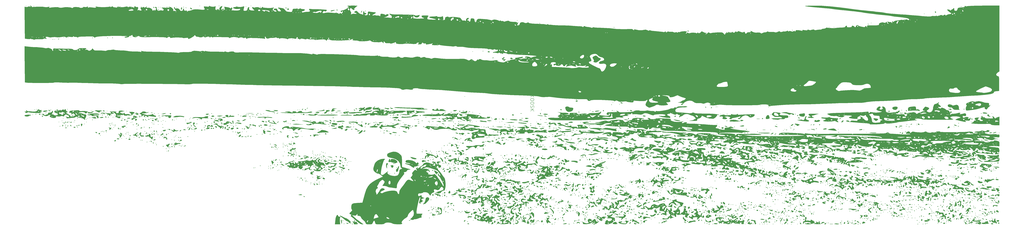
<source format=gbr>
%TF.GenerationSoftware,KiCad,Pcbnew,(6.0.7)*%
%TF.CreationDate,2022-11-12T23:42:57+01:00*%
%TF.ProjectId,skoosk switchplate v1.1,736b6f6f-736b-4207-9377-69746368706c,rev?*%
%TF.SameCoordinates,Original*%
%TF.FileFunction,Legend,Top*%
%TF.FilePolarity,Positive*%
%FSLAX46Y46*%
G04 Gerber Fmt 4.6, Leading zero omitted, Abs format (unit mm)*
G04 Created by KiCad (PCBNEW (6.0.7)) date 2022-11-12 23:42:57*
%MOMM*%
%LPD*%
G01*
G04 APERTURE LIST*
%ADD10C,0.150000*%
G04 APERTURE END LIST*
D10*
X3952976Y-16605952D02*
X3857738Y-16891666D01*
X3857738Y-17367857D01*
X3952976Y-17558333D01*
X4048214Y-17653571D01*
X4238690Y-17748809D01*
X4429166Y-17748809D01*
X4619642Y-17653571D01*
X4714880Y-17558333D01*
X4810119Y-17367857D01*
X4905357Y-16986904D01*
X5000595Y-16796428D01*
X5095833Y-16701190D01*
X5286309Y-16605952D01*
X5476785Y-16605952D01*
X5667261Y-16701190D01*
X5762500Y-16796428D01*
X5857738Y-16986904D01*
X5857738Y-17463095D01*
X5762500Y-17748809D01*
X3857738Y-18605952D02*
X5857738Y-18605952D01*
X3857738Y-19748809D02*
X5000595Y-18891666D01*
X5857738Y-19748809D02*
X4714880Y-18605952D01*
X5857738Y-20986904D02*
X5857738Y-21367857D01*
X5762500Y-21558333D01*
X5572023Y-21748809D01*
X5191071Y-21844047D01*
X4524404Y-21844047D01*
X4143452Y-21748809D01*
X3952976Y-21558333D01*
X3857738Y-21367857D01*
X3857738Y-20986904D01*
X3952976Y-20796428D01*
X4143452Y-20605952D01*
X4524404Y-20510714D01*
X5191071Y-20510714D01*
X5572023Y-20605952D01*
X5762500Y-20796428D01*
X5857738Y-20986904D01*
X5857738Y-23082142D02*
X5857738Y-23463095D01*
X5762500Y-23653571D01*
X5572023Y-23844047D01*
X5191071Y-23939285D01*
X4524404Y-23939285D01*
X4143452Y-23844047D01*
X3952976Y-23653571D01*
X3857738Y-23463095D01*
X3857738Y-23082142D01*
X3952976Y-22891666D01*
X4143452Y-22701190D01*
X4524404Y-22605952D01*
X5191071Y-22605952D01*
X5572023Y-22701190D01*
X5762500Y-22891666D01*
X5857738Y-23082142D01*
X3952976Y-24701190D02*
X3857738Y-24986904D01*
X3857738Y-25463095D01*
X3952976Y-25653571D01*
X4048214Y-25748809D01*
X4238690Y-25844047D01*
X4429166Y-25844047D01*
X4619642Y-25748809D01*
X4714880Y-25653571D01*
X4810119Y-25463095D01*
X4905357Y-25082142D01*
X5000595Y-24891666D01*
X5095833Y-24796428D01*
X5286309Y-24701190D01*
X5476785Y-24701190D01*
X5667261Y-24796428D01*
X5762500Y-24891666D01*
X5857738Y-25082142D01*
X5857738Y-25558333D01*
X5762499Y-25844047D01*
X3857738Y-26701190D02*
X5857738Y-26701190D01*
X3857738Y-27844047D02*
X5000595Y-26986904D01*
X5857738Y-27844047D02*
X4714880Y-26701190D01*
%TO.C,G\u002A\u002A\u002A*%
G36*
X109241088Y-85673032D02*
G01*
X109205889Y-85661500D01*
X108635303Y-85328734D01*
X108500333Y-85070818D01*
X108757912Y-84855250D01*
X109029500Y-84907130D01*
X109483756Y-84914463D01*
X109558666Y-84768484D01*
X109282815Y-84445982D01*
X109147092Y-84426778D01*
X108895774Y-84298128D01*
X108944118Y-84218179D01*
X109408464Y-84141482D01*
X109848623Y-84230451D01*
X110363593Y-84627427D01*
X110352760Y-85184641D01*
X110285319Y-85690103D01*
X110596520Y-85675165D01*
X110894971Y-85525147D01*
X111807408Y-85203557D01*
X112357696Y-85132334D01*
X112943424Y-84988823D01*
X113086444Y-84779556D01*
X112800709Y-84466579D01*
X112557278Y-84426778D01*
X112108553Y-84250687D01*
X112044078Y-83613226D01*
X112058242Y-83496081D01*
X111832077Y-83136452D01*
X111617269Y-82972316D01*
X111375373Y-82730972D01*
X111751115Y-82668291D01*
X112382643Y-82946119D01*
X112738954Y-83378326D01*
X113179709Y-83821881D01*
X113592145Y-83807315D01*
X113719041Y-83386200D01*
X113664679Y-83192716D01*
X113815075Y-82777373D01*
X114328510Y-82575143D01*
X115096045Y-82634264D01*
X115361825Y-82920430D01*
X115546406Y-83722373D01*
X115307276Y-84010613D01*
X115059868Y-83959146D01*
X114554811Y-84030112D01*
X113994148Y-84407278D01*
X113618530Y-84879975D01*
X113632849Y-85208369D01*
X113477709Y-85438797D01*
X112841022Y-85746124D01*
X112725214Y-85787974D01*
X112043532Y-86139996D01*
X111828834Y-86494784D01*
X111846081Y-86534318D01*
X111736421Y-86785285D01*
X111153720Y-86900658D01*
X110315127Y-86891294D01*
X109437791Y-86768049D01*
X108738861Y-86541777D01*
X108500333Y-86367056D01*
X108264200Y-85928706D01*
X108457137Y-85837889D01*
X108833733Y-86081886D01*
X108853111Y-86190667D01*
X109138846Y-86503644D01*
X109382278Y-86543445D01*
X109859603Y-86377269D01*
X109857872Y-86367056D01*
X110969778Y-86367056D01*
X111146166Y-86543445D01*
X111322555Y-86367056D01*
X111146166Y-86190667D01*
X110969778Y-86367056D01*
X109857872Y-86367056D01*
X109798648Y-86017668D01*
X109241088Y-85673032D01*
G37*
G36*
X-242983926Y-39741593D02*
G01*
X-243032352Y-39951319D01*
X-243219111Y-39976778D01*
X-243509487Y-39847702D01*
X-243454297Y-39741593D01*
X-243035632Y-39699372D01*
X-242983926Y-39741593D01*
G37*
G36*
X184966851Y-33295934D02*
G01*
X184954324Y-33650536D01*
X184637687Y-34225692D01*
X184272483Y-34332334D01*
X183740123Y-34286682D01*
X183642000Y-34234347D01*
X183875838Y-33960414D01*
X184323841Y-33552549D01*
X184820655Y-33172237D01*
X184966851Y-33295934D01*
G37*
G36*
X42077104Y4290500D02*
G01*
X42490954Y3856168D01*
X43247564Y3196787D01*
X43853805Y2899519D01*
X44452007Y2648414D01*
X44547009Y2324791D01*
X44105825Y1819512D01*
X43343169Y1210027D01*
X42404622Y557004D01*
X41723809Y310411D01*
X41032770Y406091D01*
X40614027Y556606D01*
X40183398Y837445D01*
X40368612Y1093645D01*
X40601493Y1438614D01*
X40360189Y2037816D01*
X40257002Y2200421D01*
X39802477Y3018708D01*
X39863231Y3523213D01*
X40507628Y3944761D01*
X40815259Y4085258D01*
X41603316Y4375470D01*
X42077104Y4290500D01*
G37*
G36*
X36768852Y-86308260D02*
G01*
X36811072Y-86726924D01*
X36768852Y-86778630D01*
X36559126Y-86730204D01*
X36533666Y-86543445D01*
X36662742Y-86253069D01*
X36768852Y-86308260D01*
G37*
G36*
X-108105222Y-36625389D02*
G01*
X-108281611Y-36801778D01*
X-108458000Y-36625389D01*
X-108281611Y-36449001D01*
X-108105222Y-36625389D01*
G37*
G36*
X174822555Y-69080945D02*
G01*
X174646166Y-69257334D01*
X174469777Y-69080945D01*
X174646166Y-68904556D01*
X174822555Y-69080945D01*
G37*
G36*
X-199107510Y-30610831D02*
G01*
X-197980298Y-30707219D01*
X-197073546Y-30855438D01*
X-196565212Y-31041765D01*
X-196546897Y-31192897D01*
X-197075485Y-31327584D01*
X-197901394Y-31215165D01*
X-198969362Y-31086332D01*
X-199827445Y-31183412D01*
X-200703311Y-31362414D01*
X-201683170Y-31460538D01*
X-202522641Y-31466886D01*
X-202977344Y-31370562D01*
X-203002445Y-31324991D01*
X-202712089Y-31082497D01*
X-202032306Y-30769884D01*
X-201311473Y-30628440D01*
X-200277221Y-30579996D01*
X-199107510Y-30610831D01*
G37*
G36*
X257901722Y-91354760D02*
G01*
X258365251Y-91585011D01*
X258430889Y-91658723D01*
X258156200Y-91852517D01*
X257901722Y-91962685D01*
X257446196Y-91910221D01*
X257372555Y-91658723D01*
X257609746Y-91313278D01*
X257901722Y-91354760D01*
G37*
G36*
X261387524Y-77211565D02*
G01*
X261733462Y-77547612D01*
X261854003Y-78027852D01*
X261590050Y-77919397D01*
X261411861Y-77758243D01*
X260804959Y-77412162D01*
X260371166Y-77269999D01*
X259999583Y-77144235D01*
X260285312Y-77077166D01*
X260598006Y-77059368D01*
X261387524Y-77211565D01*
G37*
G36*
X123904963Y-68669371D02*
G01*
X123856537Y-68879097D01*
X123669777Y-68904556D01*
X123379401Y-68775480D01*
X123434592Y-68669371D01*
X123853257Y-68627150D01*
X123904963Y-68669371D01*
G37*
G36*
X1138296Y-54911038D02*
G01*
X1089870Y-55120764D01*
X903111Y-55146223D01*
X612735Y-55017147D01*
X667926Y-54911038D01*
X1086590Y-54868817D01*
X1138296Y-54911038D01*
G37*
G36*
X-44347989Y-77510864D02*
G01*
X-44453201Y-77671206D01*
X-44811010Y-77696150D01*
X-45187435Y-77609994D01*
X-45024146Y-77483013D01*
X-44472797Y-77440957D01*
X-44347989Y-77510864D01*
G37*
G36*
X-36256148Y-65141593D02*
G01*
X-36304574Y-65351319D01*
X-36491334Y-65376778D01*
X-36781710Y-65247702D01*
X-36726519Y-65141593D01*
X-36307854Y-65099372D01*
X-36256148Y-65141593D01*
G37*
G36*
X-33589600Y-72885634D02*
G01*
X-33665662Y-72992538D01*
X-33845500Y-73043233D01*
X-34551415Y-73370911D01*
X-34810237Y-73619672D01*
X-35032904Y-73765264D01*
X-35080223Y-73490667D01*
X-35187230Y-73191160D01*
X-35350208Y-73354321D01*
X-35854822Y-73573643D01*
X-36296053Y-73501784D01*
X-36729863Y-73304334D01*
X-36547699Y-73149761D01*
X-36119664Y-73025586D01*
X-35099161Y-72863557D01*
X-34198278Y-72830851D01*
X-33589600Y-72885634D01*
G37*
G36*
X273835518Y-66552704D02*
G01*
X273787093Y-66762430D01*
X273600333Y-66787889D01*
X273309957Y-66658814D01*
X273365148Y-66552704D01*
X273783813Y-66510484D01*
X273835518Y-66552704D01*
G37*
G36*
X189635177Y-79055275D02*
G01*
X189639222Y-79135112D01*
X189368023Y-79474333D01*
X189265624Y-79487889D01*
X189054933Y-79271764D01*
X189110055Y-79135112D01*
X189427064Y-78798567D01*
X189483653Y-78782334D01*
X189635177Y-79055275D01*
G37*
G36*
X64613976Y-46823488D02*
G01*
X64755889Y-47032334D01*
X64471662Y-47348747D01*
X64247542Y-47385112D01*
X63646921Y-47170111D01*
X63521166Y-47032334D01*
X63629182Y-46754666D01*
X64029513Y-46679556D01*
X64613976Y-46823488D01*
G37*
G36*
X-240188778Y-37289934D02*
G01*
X-240072304Y-37391572D01*
X-239373452Y-37645164D01*
X-239030985Y-37596336D01*
X-238704356Y-37536893D01*
X-238854250Y-37828327D01*
X-239128649Y-38153071D01*
X-239693498Y-38731975D01*
X-239987237Y-38912207D01*
X-239911764Y-38640361D01*
X-239858172Y-38550214D01*
X-239861260Y-38005788D01*
X-240084921Y-37580075D01*
X-240360942Y-37184803D01*
X-240188778Y-37289934D01*
G37*
G36*
X60757740Y-87013815D02*
G01*
X60709315Y-87223541D01*
X60522555Y-87249000D01*
X60232179Y-87119925D01*
X60287370Y-87013815D01*
X60706035Y-86971595D01*
X60757740Y-87013815D01*
G37*
G36*
X18189222Y-82486500D02*
G01*
X18012833Y-82662889D01*
X17836444Y-82486500D01*
X18012833Y-82310112D01*
X18189222Y-82486500D01*
G37*
G36*
X25244778Y-42269834D02*
G01*
X25068389Y-42446223D01*
X24892000Y-42269834D01*
X25068389Y-42093445D01*
X25244778Y-42269834D01*
G37*
G36*
X109441074Y-72197149D02*
G01*
X109483294Y-72615813D01*
X109441074Y-72667519D01*
X109231348Y-72619093D01*
X109205889Y-72432334D01*
X109334964Y-72141958D01*
X109441074Y-72197149D01*
G37*
G36*
X20931139Y-58094099D02*
G01*
X20739822Y-58516455D01*
X20401602Y-58893050D01*
X20133122Y-58679861D01*
X20138586Y-58144783D01*
X20338670Y-57948185D01*
X20863809Y-57763165D01*
X20931139Y-58094099D01*
G37*
G36*
X155772555Y-92220916D02*
G01*
X155476795Y-92480804D01*
X155067000Y-92540667D01*
X154492741Y-92483761D01*
X154361444Y-92405423D01*
X154652320Y-92220112D01*
X155067000Y-92085672D01*
X155629532Y-92065888D01*
X155772555Y-92220916D01*
G37*
G36*
X-263790902Y-36324099D02*
G01*
X-263856611Y-36449001D01*
X-264189004Y-36785904D01*
X-264251029Y-36801778D01*
X-264275098Y-36573902D01*
X-264209389Y-36449001D01*
X-263876997Y-36112097D01*
X-263814972Y-36096223D01*
X-263790902Y-36324099D01*
G37*
G36*
X-45310778Y-56028167D02*
G01*
X-45487167Y-56204556D01*
X-45663556Y-56028167D01*
X-45487167Y-55851778D01*
X-45310778Y-56028167D01*
G37*
G36*
X-119918117Y-65131214D02*
G01*
X-119675624Y-65317730D01*
X-118801916Y-65611528D01*
X-118308529Y-65544519D01*
X-117772407Y-65463665D01*
X-117783253Y-65691762D01*
X-118315943Y-66047914D01*
X-118553807Y-66082334D01*
X-118907558Y-66251731D01*
X-118874467Y-66419704D01*
X-118415541Y-66611891D01*
X-118148091Y-66558350D01*
X-117700967Y-66560422D01*
X-117630222Y-66709001D01*
X-117937002Y-67052711D01*
X-118675280Y-67336335D01*
X-119571965Y-67462879D01*
X-119746889Y-67460777D01*
X-120049619Y-67386569D01*
X-119820359Y-67254899D01*
X-119548561Y-66976403D01*
X-119775361Y-66577194D01*
X-120003768Y-66173576D01*
X-119746889Y-66082334D01*
X-119506497Y-65951830D01*
X-119782286Y-65477247D01*
X-119791888Y-65464973D01*
X-120096578Y-65047450D01*
X-119918117Y-65131214D01*
G37*
G36*
X-31060868Y-78685947D02*
G01*
X-30846907Y-79152871D01*
X-30846889Y-79156165D01*
X-31117193Y-79490789D01*
X-31651920Y-79670689D01*
X-32033286Y-79560677D01*
X-31958041Y-79163966D01*
X-31560216Y-78767503D01*
X-31138847Y-78640281D01*
X-31060868Y-78685947D01*
G37*
G36*
X53360334Y-85799296D02*
G01*
X53714987Y-86090756D01*
X53621714Y-86179940D01*
X53110261Y-86408896D01*
X52506875Y-86880443D01*
X51949232Y-87314286D01*
X51658357Y-87238634D01*
X51570996Y-87060778D01*
X51271490Y-86740216D01*
X50641681Y-86834452D01*
X50432049Y-86910039D01*
X49693221Y-87111300D01*
X49302333Y-87082482D01*
X49390877Y-86911928D01*
X49548468Y-86896223D01*
X49822865Y-86702117D01*
X49777898Y-86567821D01*
X49822139Y-86114738D01*
X49933467Y-86017835D01*
X50263502Y-86021733D01*
X50292000Y-86136820D01*
X50566001Y-86316820D01*
X51206461Y-86248375D01*
X51941060Y-85982660D01*
X52302001Y-85759071D01*
X52979069Y-85642456D01*
X53360334Y-85799296D01*
G37*
G36*
X48410518Y-78194371D02*
G01*
X48362093Y-78404097D01*
X48175333Y-78429556D01*
X47884957Y-78300480D01*
X47940148Y-78194371D01*
X48358813Y-78152150D01*
X48410518Y-78194371D01*
G37*
G36*
X-264033000Y-26747612D02*
G01*
X-264209389Y-26924000D01*
X-264385778Y-26747612D01*
X-264209389Y-26571223D01*
X-264033000Y-26747612D01*
G37*
G36*
X34417000Y-66964278D02*
G01*
X34240611Y-67140667D01*
X34064222Y-66964278D01*
X34240611Y-66787889D01*
X34417000Y-66964278D01*
G37*
G36*
X128491074Y-88777704D02*
G01*
X128442648Y-88987430D01*
X128255889Y-89012889D01*
X127965513Y-88883814D01*
X128020703Y-88777704D01*
X128439368Y-88735484D01*
X128491074Y-88777704D01*
G37*
G36*
X-4478868Y-84557983D02*
G01*
X-4388556Y-84768484D01*
X-4647145Y-84962588D01*
X-4917722Y-84907130D01*
X-5370790Y-84922651D01*
X-5446889Y-85094591D01*
X-5686227Y-85467103D01*
X-5788595Y-85485112D01*
X-5982699Y-85226523D01*
X-5927241Y-84955945D01*
X-5535619Y-84574315D01*
X-4946649Y-84428725D01*
X-4478868Y-84557983D01*
G37*
G36*
X-121510778Y-59555945D02*
G01*
X-121174234Y-59872954D01*
X-121158000Y-59929543D01*
X-121430941Y-60081067D01*
X-121510778Y-60085112D01*
X-121849999Y-59813913D01*
X-121863556Y-59711514D01*
X-121647431Y-59500822D01*
X-121510778Y-59555945D01*
G37*
G36*
X62286444Y-91140628D02*
G01*
X62000541Y-91443839D01*
X61757278Y-91482334D01*
X61286598Y-91406857D01*
X61228111Y-91343688D01*
X61503968Y-91116215D01*
X61757278Y-91001982D01*
X62211534Y-90994650D01*
X62286444Y-91140628D01*
G37*
G36*
X-203123711Y-32784570D02*
G01*
X-203178834Y-32921223D01*
X-203495842Y-33257767D01*
X-203552431Y-33274000D01*
X-203703956Y-33001059D01*
X-203708000Y-32921223D01*
X-203436802Y-32582002D01*
X-203334403Y-32568445D01*
X-203123711Y-32784570D01*
G37*
G36*
X76637049Y-84935933D02*
G01*
X76397555Y-85132334D01*
X76059885Y-85406933D01*
X76359450Y-85478435D01*
X76441653Y-85479710D01*
X76910910Y-85784256D01*
X77014916Y-86367056D01*
X76909162Y-87030258D01*
X76706236Y-87249000D01*
X76409143Y-86976636D01*
X76397555Y-86875403D01*
X76185101Y-86657007D01*
X76070176Y-86704137D01*
X75728530Y-86582590D01*
X75503258Y-86151747D01*
X75546520Y-85355313D01*
X76130078Y-84861255D01*
X76573944Y-84790360D01*
X76637049Y-84935933D01*
G37*
G36*
X-240139655Y-31296975D02*
G01*
X-240244867Y-31457317D01*
X-240602676Y-31482261D01*
X-240979102Y-31396105D01*
X-240815813Y-31269124D01*
X-240264464Y-31227068D01*
X-240139655Y-31296975D01*
G37*
G36*
X-27375975Y-86343180D02*
G01*
X-27158141Y-86703217D01*
X-27572903Y-87124524D01*
X-27850016Y-87249661D01*
X-28779148Y-87549335D01*
X-29197874Y-87497039D01*
X-29224235Y-87061526D01*
X-29185217Y-86896223D01*
X-28712301Y-86302276D01*
X-28180731Y-86190667D01*
X-27375975Y-86343180D01*
G37*
G36*
X-219935778Y-41211501D02*
G01*
X-220112167Y-41387889D01*
X-220288556Y-41211501D01*
X-220112167Y-41035112D01*
X-219935778Y-41211501D01*
G37*
G36*
X-165020037Y-29863815D02*
G01*
X-165068463Y-30073541D01*
X-165255223Y-30099000D01*
X-165545599Y-29969925D01*
X-165490408Y-29863815D01*
X-165071743Y-29821595D01*
X-165020037Y-29863815D01*
G37*
G36*
X-119746889Y-53911501D02*
G01*
X-119923278Y-54087889D01*
X-120099667Y-53911501D01*
X-119923278Y-53735112D01*
X-119746889Y-53911501D01*
G37*
G36*
X-172933926Y-31401114D02*
G01*
X-172587478Y-31607673D01*
X-172806987Y-31714223D01*
X-173573146Y-31758840D01*
X-174382453Y-31751148D01*
X-174566294Y-31640194D01*
X-174288772Y-31439518D01*
X-173343361Y-31280579D01*
X-172933926Y-31401114D01*
G37*
G36*
X246436444Y-75078167D02*
G01*
X246260055Y-75254556D01*
X246083666Y-75078167D01*
X246260055Y-74901778D01*
X246436444Y-75078167D01*
G37*
G36*
X183289222Y-81428167D02*
G01*
X183112833Y-81604556D01*
X182936444Y-81428167D01*
X183112833Y-81251778D01*
X183289222Y-81428167D01*
G37*
G36*
X77547672Y-70770333D02*
G01*
X77621058Y-70865602D01*
X78025320Y-71263450D01*
X78150225Y-71066221D01*
X78260227Y-70764971D01*
X78671499Y-71005427D01*
X78690611Y-71021223D01*
X79133470Y-71519454D01*
X79219778Y-71748049D01*
X78943459Y-71961706D01*
X78325178Y-71950540D01*
X77680951Y-71744435D01*
X77451004Y-71580782D01*
X77128981Y-70931252D01*
X77103111Y-70706852D01*
X77201183Y-70442609D01*
X77547672Y-70770333D01*
G37*
G36*
X163122401Y-75330033D02*
G01*
X163180889Y-75393202D01*
X162905032Y-75620675D01*
X162651722Y-75734908D01*
X162197465Y-75742240D01*
X162122555Y-75596262D01*
X162408459Y-75293051D01*
X162651722Y-75254556D01*
X163122401Y-75330033D01*
G37*
G36*
X-117277445Y-38036501D02*
G01*
X-117453834Y-38212889D01*
X-117630222Y-38036501D01*
X-117453834Y-37860112D01*
X-117277445Y-38036501D01*
G37*
G36*
X220683666Y-82486500D02*
G01*
X220507277Y-82662889D01*
X220330889Y-82486500D01*
X220507277Y-82310112D01*
X220683666Y-82486500D01*
G37*
G36*
X-120690950Y-61267086D02*
G01*
X-120456338Y-61186307D01*
X-120049216Y-61168240D01*
X-119278418Y-60963307D01*
X-118906729Y-60595956D01*
X-118882074Y-60231792D01*
X-119045374Y-60263998D01*
X-119367536Y-60232169D01*
X-119394111Y-60105931D01*
X-119689382Y-59802465D01*
X-120099667Y-59732334D01*
X-120653601Y-59622564D01*
X-120763446Y-59467751D01*
X-120782405Y-59203167D01*
X-120099667Y-59203167D01*
X-119923278Y-59379556D01*
X-119746889Y-59203167D01*
X-119923278Y-59026778D01*
X-120099667Y-59203167D01*
X-120782405Y-59203167D01*
X-120807684Y-58850389D01*
X-117277445Y-58850389D01*
X-117101056Y-59026778D01*
X-116924667Y-58850389D01*
X-117101056Y-58674001D01*
X-117277445Y-58850389D01*
X-120807684Y-58850389D01*
X-120823089Y-58635403D01*
X-120929309Y-58569124D01*
X-120232179Y-58569124D01*
X-119746889Y-58618299D01*
X-119246075Y-58562859D01*
X-119305917Y-58440363D01*
X-120028175Y-58393768D01*
X-120187861Y-58440363D01*
X-120232179Y-58569124D01*
X-120929309Y-58569124D01*
X-121324658Y-58322436D01*
X-121372132Y-58321223D01*
X-121773629Y-58102215D01*
X-121742876Y-57810022D01*
X-121743745Y-57792056D01*
X-120805222Y-57792056D01*
X-120628834Y-57968445D01*
X-120452445Y-57792056D01*
X-120628834Y-57615667D01*
X-120805222Y-57792056D01*
X-121743745Y-57792056D01*
X-121760282Y-57450124D01*
X-122035636Y-57486440D01*
X-122360509Y-57870608D01*
X-122193710Y-58386423D01*
X-121629092Y-58771866D01*
X-121568936Y-58789384D01*
X-121377703Y-58913406D01*
X-121857003Y-58985391D01*
X-121866891Y-58985856D01*
X-122790635Y-59356248D01*
X-123504106Y-60272982D01*
X-123818802Y-61221169D01*
X-123797533Y-61729275D01*
X-123328374Y-61758852D01*
X-123210863Y-61730098D01*
X-122728537Y-61673155D01*
X-122835560Y-61903782D01*
X-123331953Y-62088077D01*
X-123961744Y-62022723D01*
X-124438102Y-61782614D01*
X-124493692Y-61470824D01*
X-124407076Y-61186792D01*
X-124748994Y-61245419D01*
X-125589601Y-61665793D01*
X-125954935Y-61868341D01*
X-126748779Y-62282927D01*
X-127068061Y-62334455D01*
X-127032934Y-62039504D01*
X-127023999Y-62015877D01*
X-126832801Y-61444399D01*
X-126802445Y-61290981D01*
X-126500251Y-61178973D01*
X-125941320Y-61143445D01*
X-125192785Y-61011151D01*
X-124858610Y-60784913D01*
X-124459110Y-60566569D01*
X-124345590Y-60606498D01*
X-124016609Y-60517917D01*
X-123799671Y-60075195D01*
X-123854219Y-59628150D01*
X-123883876Y-59593495D01*
X-124287419Y-59604342D01*
X-124565125Y-59778590D01*
X-124925061Y-59939659D01*
X-125036901Y-59506307D01*
X-125038556Y-59379556D01*
X-125104289Y-58836253D01*
X-125411002Y-58905661D01*
X-125616767Y-59067482D01*
X-126420448Y-59410293D01*
X-127016705Y-59439673D01*
X-127947485Y-59521012D01*
X-128466966Y-59735188D01*
X-128891767Y-60026899D01*
X-128719387Y-60019320D01*
X-128478139Y-59946431D01*
X-127968307Y-59964689D01*
X-127916931Y-60385961D01*
X-128329490Y-61072319D01*
X-128428888Y-61186477D01*
X-128897369Y-61596907D01*
X-129358379Y-61548980D01*
X-129849019Y-61255967D01*
X-130471238Y-60627509D01*
X-130498786Y-59950434D01*
X-130372373Y-59430167D01*
X-130493284Y-59538803D01*
X-130718183Y-59908723D01*
X-131059357Y-60477633D01*
X-131176000Y-60669473D01*
X-131512368Y-60748180D01*
X-132330986Y-60888077D01*
X-132938092Y-60981644D01*
X-133976134Y-61096076D01*
X-134421572Y-61026474D01*
X-134407839Y-60824116D01*
X-134410125Y-60614278D01*
X-133858000Y-60614278D01*
X-133681611Y-60790667D01*
X-133505222Y-60614278D01*
X-133681611Y-60437889D01*
X-133858000Y-60614278D01*
X-134410125Y-60614278D01*
X-134410684Y-60563007D01*
X-134986264Y-60619580D01*
X-135063164Y-60638382D01*
X-135759818Y-60695546D01*
X-135974667Y-60499906D01*
X-136267782Y-60116461D01*
X-136726834Y-59893929D01*
X-137048700Y-59732334D01*
X-133152445Y-59732334D01*
X-132899246Y-60075014D01*
X-132820487Y-60085112D01*
X-132342707Y-59828678D01*
X-132270500Y-59732334D01*
X-132350475Y-59430321D01*
X-132602458Y-59379556D01*
X-133085134Y-59563741D01*
X-133152445Y-59732334D01*
X-137048700Y-59732334D01*
X-137209557Y-59651575D01*
X-137041206Y-59385103D01*
X-137010426Y-59365604D01*
X-136336893Y-59273331D01*
X-135925399Y-59405923D01*
X-135477735Y-59546437D01*
X-135423173Y-59160863D01*
X-135454355Y-58980797D01*
X-135483622Y-58890125D01*
X-134442289Y-58890125D01*
X-134387167Y-59026778D01*
X-134070158Y-59363323D01*
X-134013569Y-59379556D01*
X-133862045Y-59106615D01*
X-133858000Y-59026778D01*
X-134129199Y-58687557D01*
X-134231598Y-58674001D01*
X-131035778Y-58674001D01*
X-130750043Y-58986978D01*
X-130506611Y-59026778D01*
X-130037146Y-58836288D01*
X-129977445Y-58674001D01*
X-130192159Y-58438815D01*
X-129154297Y-58438815D01*
X-129105871Y-58648541D01*
X-128919111Y-58674001D01*
X-128871079Y-58652650D01*
X-126965638Y-58652650D01*
X-126849929Y-58893716D01*
X-126457292Y-58930355D01*
X-125878755Y-58770972D01*
X-125744111Y-58598928D01*
X-126004160Y-58350751D01*
X-126535090Y-58372773D01*
X-126963073Y-58648552D01*
X-126965638Y-58652650D01*
X-128871079Y-58652650D01*
X-128628735Y-58544925D01*
X-128683926Y-58438815D01*
X-129102591Y-58396595D01*
X-129154297Y-58438815D01*
X-130192159Y-58438815D01*
X-130263180Y-58361023D01*
X-130506611Y-58321223D01*
X-130976077Y-58511713D01*
X-131035778Y-58674001D01*
X-134231598Y-58674001D01*
X-134442289Y-58890125D01*
X-135483622Y-58890125D01*
X-135718614Y-58162095D01*
X-136050273Y-57986153D01*
X-136258432Y-58195697D01*
X-136792927Y-58629268D01*
X-137526167Y-58858590D01*
X-138130230Y-58802904D01*
X-138258854Y-58688351D01*
X-138152814Y-58406927D01*
X-137637663Y-58321223D01*
X-136758672Y-58066936D01*
X-136146543Y-57610680D01*
X-135422988Y-57119738D01*
X-134894317Y-57093488D01*
X-134181061Y-57021299D01*
X-133718784Y-56720499D01*
X-133289638Y-56347873D01*
X-133159210Y-56498390D01*
X-133152445Y-56708524D01*
X-133409250Y-57174347D01*
X-134220466Y-57346894D01*
X-135070931Y-57311178D01*
X-135546983Y-57306029D01*
X-135473592Y-57466467D01*
X-134808824Y-57851041D01*
X-134609178Y-57955856D01*
X-134045351Y-58179208D01*
X-134012637Y-58003641D01*
X-133957605Y-57671510D01*
X-133702431Y-57615667D01*
X-133220837Y-57859569D01*
X-133152445Y-58086038D01*
X-132869242Y-58503571D01*
X-132628879Y-58556408D01*
X-132299670Y-58437631D01*
X-132495686Y-58086038D01*
X-132674697Y-57704345D01*
X-132313696Y-57615667D01*
X-131817147Y-57793529D01*
X-131741334Y-57968445D01*
X-131470135Y-58307666D01*
X-131367736Y-58321223D01*
X-131155837Y-58105655D01*
X-131209670Y-57972486D01*
X-131152887Y-57772018D01*
X-130877712Y-57833840D01*
X-130412832Y-57841267D01*
X-130330222Y-57682809D01*
X-130459158Y-57480246D01*
X-129152015Y-57480246D01*
X-129095500Y-57615667D01*
X-128628171Y-57955274D01*
X-128524694Y-57968445D01*
X-128333430Y-57751088D01*
X-128389945Y-57615667D01*
X-127331611Y-57615667D01*
X-127315485Y-57941265D01*
X-127196862Y-57968445D01*
X-126698148Y-57711004D01*
X-126626056Y-57615667D01*
X-126642182Y-57290069D01*
X-126760805Y-57262889D01*
X-127259519Y-57520330D01*
X-127331611Y-57615667D01*
X-128389945Y-57615667D01*
X-128857274Y-57276060D01*
X-128960751Y-57262889D01*
X-129152015Y-57480246D01*
X-130459158Y-57480246D01*
X-130608528Y-57245581D01*
X-130771195Y-57160527D01*
X-130799998Y-57086501D01*
X-121158000Y-57086501D01*
X-120981611Y-57262889D01*
X-120805222Y-57086501D01*
X-120981611Y-56910112D01*
X-121158000Y-57086501D01*
X-130799998Y-57086501D01*
X-130815539Y-57046558D01*
X-130330222Y-57007849D01*
X-128844207Y-56972065D01*
X-127512825Y-56851705D01*
X-126520482Y-56670587D01*
X-126053559Y-56455528D01*
X-125601671Y-56346733D01*
X-125070095Y-56540455D01*
X-124107601Y-56756896D01*
X-123117483Y-56558271D01*
X-122486319Y-56068814D01*
X-122260568Y-55890254D01*
X-122221736Y-56116362D01*
X-121966864Y-56505599D01*
X-121362988Y-56521099D01*
X-120629497Y-56207138D01*
X-120036640Y-55675389D01*
X-119280316Y-55035335D01*
X-118574757Y-54841487D01*
X-118039594Y-54887225D01*
X-118182401Y-54958966D01*
X-118604254Y-55042922D01*
X-119310452Y-55448239D01*
X-119930811Y-56220496D01*
X-119956309Y-56268431D01*
X-120229700Y-56911720D01*
X-120201154Y-57139752D01*
X-120150487Y-57117909D01*
X-119716209Y-57194303D01*
X-119442253Y-57517114D01*
X-119073535Y-57927393D01*
X-118874605Y-57919309D01*
X-118911161Y-57534424D01*
X-119191858Y-57162762D01*
X-119545238Y-56723429D01*
X-119355633Y-56488116D01*
X-119186297Y-56417701D01*
X-118828472Y-56067836D01*
X-118863405Y-55854270D01*
X-118893338Y-55540672D01*
X-118473416Y-55591586D01*
X-117983000Y-55851778D01*
X-117649254Y-56126035D01*
X-117958964Y-56197926D01*
X-118039980Y-56199154D01*
X-118481178Y-56424394D01*
X-118509727Y-56906160D01*
X-118179783Y-57371922D01*
X-117773282Y-57541208D01*
X-116470263Y-57781620D01*
X-115796832Y-58023754D01*
X-115677538Y-58296320D01*
X-115696337Y-58331565D01*
X-115646471Y-58648629D01*
X-115513556Y-58674001D01*
X-115274470Y-58881089D01*
X-115320666Y-59000079D01*
X-115213946Y-59341135D01*
X-114900514Y-59488323D01*
X-114564961Y-59616523D01*
X-114899862Y-59682234D01*
X-115051764Y-59691411D01*
X-115747480Y-59600874D01*
X-116013483Y-59426867D01*
X-116460514Y-59258563D01*
X-117125074Y-59297805D01*
X-117713004Y-59485116D01*
X-117645192Y-59725779D01*
X-117574466Y-59774259D01*
X-117334723Y-60030810D01*
X-117444134Y-60079710D01*
X-117448711Y-60249333D01*
X-116980409Y-60650210D01*
X-116973421Y-60655114D01*
X-116159628Y-61225116D01*
X-116983120Y-61654094D01*
X-117571812Y-62096134D01*
X-117733477Y-62450022D01*
X-117981646Y-62676572D01*
X-118691126Y-62770288D01*
X-119632248Y-62741009D01*
X-120575344Y-62598575D01*
X-121290746Y-62352825D01*
X-121384261Y-62293618D01*
X-121773136Y-61855990D01*
X-121758134Y-61625986D01*
X-121339274Y-61625557D01*
X-121005590Y-61829100D01*
X-120373152Y-62070213D01*
X-120050342Y-61994905D01*
X-119884120Y-61711952D01*
X-120108044Y-61576208D01*
X-119216047Y-61576208D01*
X-119051119Y-61842418D01*
X-119018759Y-61862952D01*
X-118353560Y-61949263D01*
X-117891037Y-61799783D01*
X-117451133Y-61423107D01*
X-117633682Y-60963100D01*
X-117650641Y-60942454D01*
X-118084365Y-60518739D01*
X-118290026Y-60475719D01*
X-118175086Y-60765268D01*
X-118296927Y-61106654D01*
X-118730045Y-61333002D01*
X-119216047Y-61576208D01*
X-120108044Y-61576208D01*
X-120299472Y-61460163D01*
X-120690950Y-61267086D01*
G37*
G36*
X87092946Y-86553424D02*
G01*
X87018632Y-86543445D01*
X86629535Y-86263804D01*
X86509972Y-86038865D01*
X86560605Y-85669845D01*
X87181611Y-85594334D01*
X87238026Y-85597893D01*
X87929960Y-85498145D01*
X88482921Y-84980044D01*
X88497354Y-84955945D01*
X89097555Y-84955945D01*
X89273944Y-85132334D01*
X89450333Y-84955945D01*
X89273944Y-84779556D01*
X89097555Y-84955945D01*
X88497354Y-84955945D01*
X88867107Y-84338584D01*
X89496624Y-83443071D01*
X90117735Y-83026958D01*
X90217977Y-83015667D01*
X90756339Y-82838385D01*
X90861444Y-82625146D01*
X90593530Y-82392296D01*
X90244083Y-82438840D01*
X89826225Y-82554617D01*
X90011095Y-82376259D01*
X90212623Y-82233649D01*
X90466107Y-81960811D01*
X90305582Y-81675097D01*
X89636843Y-81276214D01*
X89035604Y-80980539D01*
X88029737Y-80555621D01*
X87290931Y-80347645D01*
X87041530Y-80367989D01*
X87106987Y-80695158D01*
X87424800Y-80942989D01*
X87936648Y-81447906D01*
X88039222Y-81773938D01*
X88339089Y-82212324D01*
X88832972Y-82413922D01*
X89305717Y-82526087D01*
X89126509Y-82586012D01*
X88668995Y-82614847D01*
X87738073Y-82407293D01*
X87362650Y-82011491D01*
X86774732Y-81483268D01*
X85954410Y-81309693D01*
X85183700Y-81490126D01*
X84746294Y-82017411D01*
X84453019Y-82492295D01*
X84182411Y-82501176D01*
X83826676Y-82052606D01*
X84144402Y-81541249D01*
X84952416Y-81039584D01*
X85871055Y-80553082D01*
X86251419Y-80251286D01*
X86189457Y-80009756D01*
X85912339Y-79794628D01*
X85575316Y-79529448D01*
X85837687Y-79564560D01*
X85922555Y-79589018D01*
X86598608Y-79550243D01*
X87425510Y-79252151D01*
X88080612Y-78990465D01*
X88354829Y-79019916D01*
X88353872Y-79035971D01*
X88382292Y-79658460D01*
X88803663Y-80089198D01*
X89749416Y-80433982D01*
X90244083Y-80557558D01*
X91536455Y-80878011D01*
X92240912Y-81129252D01*
X92460129Y-81386616D01*
X92296781Y-81725439D01*
X92118378Y-81932791D01*
X91771719Y-82484330D01*
X91784246Y-82762543D01*
X91649531Y-82988063D01*
X91020611Y-83227860D01*
X91003119Y-83232291D01*
X89888568Y-83634609D01*
X89465752Y-84117280D01*
X89723800Y-84696233D01*
X89893529Y-84857976D01*
X90397086Y-85557576D01*
X90393386Y-86501860D01*
X90386655Y-86536142D01*
X90365619Y-87299338D01*
X90592277Y-87618577D01*
X90931052Y-87389444D01*
X91085871Y-87074638D01*
X91366213Y-86759570D01*
X93452155Y-86759570D01*
X93507278Y-86896223D01*
X93824286Y-87232767D01*
X93880875Y-87249000D01*
X94032400Y-86976059D01*
X94036444Y-86896223D01*
X93765245Y-86557002D01*
X93662847Y-86543445D01*
X93452155Y-86759570D01*
X91366213Y-86759570D01*
X91409595Y-86710814D01*
X91586265Y-86731741D01*
X91954170Y-86623625D01*
X92327629Y-86054034D01*
X92581722Y-85254878D01*
X92625333Y-84802748D01*
X92760922Y-84183392D01*
X93221599Y-84163318D01*
X93607420Y-84372190D01*
X93884977Y-84914334D01*
X93810758Y-85309978D01*
X93729862Y-85774052D01*
X94114465Y-85747730D01*
X94155950Y-85732144D01*
X94567887Y-85681948D01*
X94593938Y-86106781D01*
X94540077Y-86343192D01*
X94524325Y-87038401D01*
X95044691Y-87408063D01*
X95134804Y-87438093D01*
X95940177Y-87693709D01*
X95095346Y-88377811D01*
X94557166Y-88895804D01*
X94561776Y-89226216D01*
X94760841Y-89384777D01*
X95026541Y-89633930D01*
X94648885Y-89711483D01*
X94547972Y-89713043D01*
X93681440Y-89524180D01*
X93248325Y-89045202D01*
X93378096Y-88430831D01*
X93424710Y-88370674D01*
X93642685Y-88023014D01*
X93338315Y-88023380D01*
X93019496Y-88117810D01*
X92253300Y-88189599D01*
X91948301Y-88000708D01*
X91533425Y-87797723D01*
X90652727Y-87916278D01*
X90329144Y-88000440D01*
X89348673Y-88202311D01*
X88881845Y-88101382D01*
X88816068Y-87992040D01*
X88527302Y-87586802D01*
X88255440Y-87737427D01*
X88164218Y-88309669D01*
X88189365Y-88505864D01*
X88215621Y-89156626D01*
X87893146Y-89302220D01*
X87755292Y-89278663D01*
X87294691Y-88953085D01*
X87256496Y-88694282D01*
X87102910Y-88380141D01*
X86903718Y-88402980D01*
X86224574Y-88393844D01*
X85866260Y-88264324D01*
X85419175Y-88163901D01*
X85369512Y-88568325D01*
X85744048Y-89117964D01*
X86307752Y-89410445D01*
X86850779Y-89586374D01*
X86736129Y-89662629D01*
X86434083Y-89683280D01*
X85626807Y-89909901D01*
X85287555Y-90141778D01*
X84937993Y-90387213D01*
X84864222Y-90141778D01*
X84577047Y-89773939D01*
X84297312Y-89718445D01*
X83895082Y-89936032D01*
X83909599Y-90185425D01*
X83830871Y-90461757D01*
X83263937Y-90626249D01*
X82105845Y-90706748D01*
X81966946Y-90710884D01*
X80812528Y-90723249D01*
X80241888Y-90655209D01*
X80134726Y-90471961D01*
X80295046Y-90227205D01*
X80742144Y-89910242D01*
X80952526Y-89977572D01*
X81412199Y-90221009D01*
X82133997Y-90292205D01*
X82846148Y-90208991D01*
X83276878Y-89989197D01*
X83298232Y-89823677D01*
X83355339Y-89415839D01*
X83513486Y-89365667D01*
X83846624Y-89189278D01*
X84511444Y-89189278D01*
X84687833Y-89365667D01*
X84864222Y-89189278D01*
X84687833Y-89012889D01*
X84511444Y-89189278D01*
X83846624Y-89189278D01*
X84011100Y-89102192D01*
X84547866Y-88518856D01*
X84846257Y-87926292D01*
X84853002Y-87866362D01*
X84690992Y-87719371D01*
X86392926Y-87719371D01*
X86441351Y-87929097D01*
X86628111Y-87954556D01*
X86918487Y-87825480D01*
X86863296Y-87719371D01*
X86444631Y-87677150D01*
X86392926Y-87719371D01*
X84690992Y-87719371D01*
X84583525Y-87621866D01*
X84411999Y-87601778D01*
X84137511Y-87366593D01*
X85334592Y-87366593D01*
X85383018Y-87576319D01*
X85569778Y-87601778D01*
X85860154Y-87472702D01*
X85804963Y-87366593D01*
X85386298Y-87324372D01*
X85334592Y-87366593D01*
X84137511Y-87366593D01*
X84056202Y-87296926D01*
X83880774Y-86647220D01*
X83675406Y-85754520D01*
X83307227Y-85227703D01*
X82894183Y-85225419D01*
X82851846Y-85263228D01*
X82872451Y-85633874D01*
X83110550Y-85851669D01*
X83351230Y-86148207D01*
X82998062Y-86260612D01*
X82629117Y-86222362D01*
X82488404Y-86479550D01*
X82554554Y-87172726D01*
X82561576Y-87205335D01*
X82614674Y-88042090D01*
X82415431Y-88470958D01*
X82076695Y-88441616D01*
X82042000Y-88290410D01*
X81789982Y-88026967D01*
X81555821Y-88065634D01*
X80908065Y-88011950D01*
X80659186Y-87841743D01*
X80226326Y-87631594D01*
X79954740Y-87906974D01*
X79613351Y-88173853D01*
X79419035Y-87991559D01*
X79525013Y-87632902D01*
X80056295Y-87275880D01*
X80743437Y-87045133D01*
X81316992Y-87065302D01*
X81366048Y-87090908D01*
X81659137Y-87116180D01*
X81618481Y-86765076D01*
X81271793Y-86267153D01*
X81265889Y-86261223D01*
X80641413Y-85970177D01*
X79700405Y-85838545D01*
X79632230Y-85837889D01*
X78834526Y-85795829D01*
X78543453Y-85528478D01*
X78587067Y-84824082D01*
X78623501Y-84595599D01*
X78625847Y-84581140D01*
X80190647Y-84581140D01*
X80562216Y-84779556D01*
X80911455Y-84664841D01*
X80868318Y-84546615D01*
X80935951Y-84200113D01*
X81338688Y-83821056D01*
X81897555Y-83301243D01*
X82033948Y-82922644D01*
X81739415Y-82844232D01*
X81382828Y-82990843D01*
X80780407Y-83201630D01*
X80544846Y-83164809D01*
X80358437Y-83322563D01*
X80194604Y-83882777D01*
X80190647Y-84581140D01*
X78625847Y-84581140D01*
X78825097Y-83353308D01*
X77780475Y-83970381D01*
X76950579Y-84357790D01*
X76337516Y-84311749D01*
X76052911Y-84160950D01*
X75472292Y-83937686D01*
X75016276Y-84253699D01*
X74847540Y-84480317D01*
X74185763Y-85030846D01*
X73527607Y-85017636D01*
X72667733Y-85017790D01*
X72182579Y-85223662D01*
X71844272Y-85438493D01*
X71877866Y-85348264D01*
X71798569Y-84969529D01*
X71355032Y-84379815D01*
X70748182Y-83790512D01*
X70178946Y-83413010D01*
X69996042Y-83368445D01*
X69701571Y-83569739D01*
X69848487Y-84002481D01*
X70257150Y-84353661D01*
X70389792Y-84549525D01*
X69873549Y-84643157D01*
X69198817Y-84653637D01*
X68240395Y-84582067D01*
X67658816Y-84417426D01*
X67578111Y-84316407D01*
X67880382Y-84140374D01*
X68615618Y-84146930D01*
X68690903Y-84157244D01*
X69387844Y-84225948D01*
X69475927Y-84106733D01*
X69245360Y-83912302D01*
X68942965Y-83594271D01*
X69182343Y-83338104D01*
X69530359Y-83192056D01*
X70400333Y-83192056D01*
X70576722Y-83368445D01*
X70753111Y-83192056D01*
X70576722Y-83015667D01*
X70400333Y-83192056D01*
X69530359Y-83192056D01*
X69680645Y-83128987D01*
X70477972Y-82936074D01*
X71020984Y-83182947D01*
X71239402Y-83413969D01*
X71897909Y-83894402D01*
X72650152Y-84082555D01*
X73266988Y-83974119D01*
X73519276Y-83564783D01*
X73507872Y-83456639D01*
X73537733Y-83368445D01*
X74104500Y-83368445D01*
X74539289Y-83707471D01*
X74633666Y-83721223D01*
X75090525Y-83465816D01*
X75162833Y-83368445D01*
X76397555Y-83368445D01*
X76526631Y-83658821D01*
X76632740Y-83603630D01*
X76674961Y-83184965D01*
X76632740Y-83133260D01*
X77220703Y-83133260D01*
X77269129Y-83342986D01*
X77455889Y-83368445D01*
X77746265Y-83239369D01*
X77691074Y-83133260D01*
X77272409Y-83091039D01*
X77220703Y-83133260D01*
X76632740Y-83133260D01*
X76423014Y-83181685D01*
X76397555Y-83368445D01*
X75162833Y-83368445D01*
X75052035Y-83093327D01*
X74633666Y-83015667D01*
X74132903Y-83148257D01*
X74104500Y-83368445D01*
X73537733Y-83368445D01*
X73726218Y-82811764D01*
X73766964Y-82780482D01*
X79337370Y-82780482D01*
X79385796Y-82990208D01*
X79572555Y-83015667D01*
X79862931Y-82886591D01*
X79807740Y-82780482D01*
X79389076Y-82738261D01*
X79337370Y-82780482D01*
X73766964Y-82780482D01*
X74149883Y-82486500D01*
X74986444Y-82486500D01*
X75162833Y-82662889D01*
X75339222Y-82486500D01*
X75162833Y-82310112D01*
X74986444Y-82486500D01*
X74149883Y-82486500D01*
X74452144Y-82254443D01*
X75257756Y-81889808D01*
X75840683Y-81921399D01*
X76296949Y-82166248D01*
X77358631Y-82619802D01*
X78140862Y-82481911D01*
X78296353Y-82310112D01*
X80278111Y-82310112D01*
X80398473Y-82653717D01*
X80433680Y-82662889D01*
X80734871Y-82415685D01*
X80807278Y-82310112D01*
X80779307Y-81985033D01*
X80651708Y-81957334D01*
X80292467Y-82213419D01*
X80278111Y-82310112D01*
X78296353Y-82310112D01*
X78408498Y-82186206D01*
X78896596Y-81814243D01*
X79710279Y-81547249D01*
X80607719Y-81418186D01*
X81347085Y-81460015D01*
X81686549Y-81705700D01*
X81689222Y-81739033D01*
X81973858Y-82287398D01*
X82218389Y-82437685D01*
X82644991Y-82836408D01*
X82721394Y-83363982D01*
X82429037Y-83703079D01*
X82293461Y-83721223D01*
X81911026Y-84019998D01*
X81781967Y-84483231D01*
X81563661Y-85209330D01*
X81316453Y-85497467D01*
X81122832Y-85831088D01*
X81258809Y-85966297D01*
X81744712Y-85925438D01*
X82201765Y-85357758D01*
X82454072Y-84603167D01*
X82581216Y-84144174D01*
X82813492Y-84188718D01*
X83275991Y-84691362D01*
X83815099Y-85162794D01*
X84372229Y-85457274D01*
X84750285Y-85505444D01*
X84752167Y-85237949D01*
X84731930Y-85203685D01*
X84727653Y-84781008D01*
X84952802Y-84289789D01*
X85238936Y-84045112D01*
X85330382Y-84084217D01*
X85622396Y-84633222D01*
X85762122Y-85299932D01*
X85702694Y-85772043D01*
X85593550Y-85837889D01*
X85231984Y-86092312D01*
X85217000Y-86190667D01*
X85502735Y-86503644D01*
X85746166Y-86543445D01*
X86215632Y-86733935D01*
X86275333Y-86896223D01*
X86561068Y-87209200D01*
X86804500Y-87249000D01*
X87273965Y-87058511D01*
X87319781Y-86933966D01*
X88392000Y-86933966D01*
X88623212Y-87227913D01*
X89272360Y-87010643D01*
X89440116Y-86910002D01*
X89783289Y-86537995D01*
X89755192Y-86377934D01*
X89286158Y-86310137D01*
X88697163Y-86545342D01*
X88392550Y-86918622D01*
X88392000Y-86933966D01*
X87319781Y-86933966D01*
X87333666Y-86896223D01*
X87092946Y-86553424D01*
G37*
G36*
X149422555Y-76842056D02*
G01*
X149246166Y-77018445D01*
X149069777Y-76842056D01*
X149246166Y-76665667D01*
X149422555Y-76842056D01*
G37*
G36*
X-32610778Y-72255945D02*
G01*
X-32787167Y-72432334D01*
X-32963556Y-72255945D01*
X-32787167Y-72079556D01*
X-32610778Y-72255945D01*
G37*
G36*
X45353111Y-56733723D02*
G01*
X45176722Y-56910112D01*
X45000333Y-56733723D01*
X45176722Y-56557334D01*
X45353111Y-56733723D01*
G37*
G36*
X-237927445Y-31333723D02*
G01*
X-238103834Y-31510112D01*
X-238280222Y-31333723D01*
X-238103834Y-31157334D01*
X-237927445Y-31333723D01*
G37*
G36*
X249141074Y-75019371D02*
G01*
X249092648Y-75229097D01*
X248905889Y-75254556D01*
X248615513Y-75125480D01*
X248670703Y-75019371D01*
X249089368Y-74977150D01*
X249141074Y-75019371D01*
G37*
G36*
X92358300Y-66202340D02*
G01*
X92625333Y-66435112D01*
X92558178Y-66750903D01*
X92537139Y-66752724D01*
X92175483Y-66631742D01*
X91567000Y-66435112D01*
X90685055Y-66152664D01*
X91655194Y-66117499D01*
X92358300Y-66202340D01*
G37*
G36*
X-9859109Y-82666930D02*
G01*
X-10236428Y-82959370D01*
X-10640782Y-83008447D01*
X-10738556Y-82877022D01*
X-10461836Y-82650453D01*
X-10191067Y-82528285D01*
X-9826903Y-82503630D01*
X-9859109Y-82666930D01*
G37*
G36*
X52996629Y-47502704D02*
G01*
X52948204Y-47712430D01*
X52761444Y-47737889D01*
X52471068Y-47608814D01*
X52526259Y-47502704D01*
X52944924Y-47460484D01*
X52996629Y-47502704D01*
G37*
G36*
X135218184Y-51101678D02*
G01*
X135058159Y-51131690D01*
X134533291Y-51033735D01*
X134446523Y-50940434D01*
X134601438Y-50691977D01*
X135183782Y-50475193D01*
X135915930Y-50348335D01*
X136520257Y-50369656D01*
X136699175Y-50467774D01*
X137340060Y-50815502D01*
X138204442Y-50742202D01*
X138838369Y-50384495D01*
X139581935Y-49998114D01*
X140640587Y-50029003D01*
X140748392Y-50048385D01*
X141569282Y-50166254D01*
X141860483Y-50050905D01*
X141777088Y-49639055D01*
X141773682Y-49630041D01*
X141631150Y-49185737D01*
X141810547Y-49264760D01*
X142147354Y-49589973D01*
X142861073Y-50075948D01*
X143362337Y-50212736D01*
X143752942Y-50269867D01*
X143489341Y-50511834D01*
X143428282Y-50550824D01*
X142794564Y-50684266D01*
X142580488Y-50561933D01*
X142015548Y-50444324D01*
X141584850Y-50601104D01*
X140806617Y-50762030D01*
X140435579Y-50567462D01*
X139925468Y-50378956D01*
X139754600Y-50506016D01*
X139856972Y-50865185D01*
X140357162Y-51197672D01*
X140963704Y-51326150D01*
X141077156Y-51310649D01*
X141259983Y-51503107D01*
X141224311Y-51695615D01*
X140886580Y-52088806D01*
X140386492Y-52269206D01*
X140014702Y-52176653D01*
X139976536Y-51953882D01*
X139746194Y-51606870D01*
X139072975Y-51380877D01*
X138385708Y-51361205D01*
X138307186Y-51611517D01*
X138327372Y-51646464D01*
X138292035Y-51906708D01*
X137673807Y-51945893D01*
X137299869Y-51909889D01*
X136468757Y-51880461D01*
X136035029Y-51997065D01*
X136017000Y-52042061D01*
X135730274Y-52292467D01*
X135487833Y-52324001D01*
X135019791Y-52056696D01*
X134958666Y-51824232D01*
X135118697Y-51275877D01*
X135135492Y-51259913D01*
X136902501Y-51259913D01*
X136979146Y-51566704D01*
X137230902Y-51618445D01*
X137714711Y-51536635D01*
X137780889Y-51462876D01*
X137522382Y-51133588D01*
X137057236Y-51126250D01*
X136902501Y-51259913D01*
X135135492Y-51259913D01*
X135223250Y-51176495D01*
X135218184Y-51101678D01*
G37*
G36*
X71453264Y-53678564D02*
G01*
X71707312Y-54230814D01*
X72252416Y-54813355D01*
X72715983Y-55296471D01*
X72596763Y-55447345D01*
X71943496Y-55248355D01*
X71546861Y-55068437D01*
X70897913Y-54670184D01*
X70830993Y-54235360D01*
X71105889Y-53735112D01*
X71383451Y-53422317D01*
X71453264Y-53678564D01*
G37*
G36*
X171526289Y-35606792D02*
G01*
X171471166Y-35743445D01*
X171154158Y-36079989D01*
X171097569Y-36096223D01*
X170946044Y-35823282D01*
X170942000Y-35743445D01*
X171213198Y-35404224D01*
X171315597Y-35390667D01*
X171526289Y-35606792D01*
G37*
G36*
X37117956Y-80056792D02*
G01*
X37062833Y-80193445D01*
X36745824Y-80529989D01*
X36689235Y-80546223D01*
X36537711Y-80273282D01*
X36533666Y-80193445D01*
X36804865Y-79854224D01*
X36907264Y-79840667D01*
X37117956Y-80056792D01*
G37*
G36*
X85217000Y-58850389D02*
G01*
X85040611Y-59026778D01*
X84864222Y-58850389D01*
X85040611Y-58674001D01*
X85217000Y-58850389D01*
G37*
G36*
X-193124667Y-33803167D02*
G01*
X-193301056Y-33979556D01*
X-193477445Y-33803167D01*
X-193301056Y-33626778D01*
X-193124667Y-33803167D01*
G37*
G36*
X-4456085Y-86843184D02*
G01*
X-4324727Y-87337195D01*
X-4005984Y-87973737D01*
X-3615972Y-88085504D01*
X-3003916Y-88292209D01*
X-2833465Y-88526476D01*
X-2927987Y-88951017D01*
X-3164905Y-89012889D01*
X-3625917Y-89278892D01*
X-3683000Y-89500911D01*
X-3977668Y-89979670D01*
X-4362162Y-90166538D01*
X-4855843Y-90170862D01*
X-4853585Y-89854905D01*
X-4479000Y-89412973D01*
X-4307617Y-89365667D01*
X-4141782Y-89177921D01*
X-4298019Y-88924695D01*
X-4604628Y-88315526D01*
X-4810669Y-87532945D01*
X-4867916Y-86851079D01*
X-4728141Y-86544055D01*
X-4716949Y-86543445D01*
X-4456085Y-86843184D01*
G37*
G36*
X172235518Y-58791593D02*
G01*
X172187093Y-59001319D01*
X172000333Y-59026778D01*
X171709957Y-58897702D01*
X171765148Y-58791593D01*
X172183813Y-58749372D01*
X172235518Y-58791593D01*
G37*
G36*
X19237304Y-68467456D02*
G01*
X19247555Y-68551778D01*
X18979100Y-68894305D01*
X18894778Y-68904556D01*
X18552251Y-68636101D01*
X18542000Y-68551778D01*
X18810455Y-68209252D01*
X18894778Y-68199001D01*
X19237304Y-68467456D01*
G37*
G36*
X-105353064Y-88922687D02*
G01*
X-105104934Y-89060622D01*
X-104215099Y-89539404D01*
X-103538008Y-89824316D01*
X-103439108Y-89848018D01*
X-102689982Y-90104814D01*
X-101860011Y-90591984D01*
X-101078141Y-91193940D01*
X-100473315Y-91795094D01*
X-100174475Y-92279858D01*
X-100310567Y-92532643D01*
X-100429316Y-92546069D01*
X-100620360Y-92663976D01*
X-100344111Y-92893445D01*
X-100065917Y-93175097D01*
X-100177515Y-93240821D01*
X-100658797Y-93001891D01*
X-101144201Y-92540667D01*
X-101767836Y-92005571D01*
X-102221075Y-91835112D01*
X-102722024Y-91612731D01*
X-103532040Y-91036996D01*
X-104253000Y-90428980D01*
X-105164724Y-89671791D01*
X-105919730Y-89159301D01*
X-106273959Y-89017869D01*
X-106572406Y-88825473D01*
X-106528674Y-88677832D01*
X-106121901Y-88622739D01*
X-105353064Y-88922687D01*
G37*
G36*
X-130414279Y-35353639D02*
G01*
X-130135155Y-35378408D01*
X-127331611Y-35644759D01*
X-130859389Y-35671741D01*
X-132422663Y-35659162D01*
X-133407265Y-35596417D01*
X-133764528Y-35488129D01*
X-133662933Y-35405390D01*
X-132976534Y-35297988D01*
X-131817754Y-35280158D01*
X-130414279Y-35353639D01*
G37*
G36*
X-112919502Y-57405465D02*
G01*
X-112614054Y-57582059D01*
X-111823308Y-57855585D01*
X-110660800Y-58020184D01*
X-109976972Y-58043198D01*
X-108797276Y-58100986D01*
X-108185605Y-58280436D01*
X-108189902Y-58551649D01*
X-108712697Y-58831624D01*
X-109118243Y-59074676D01*
X-108869420Y-59382513D01*
X-108800891Y-59431812D01*
X-108496674Y-59686380D01*
X-108816267Y-59626540D01*
X-108898972Y-59600295D01*
X-109421550Y-59630906D01*
X-109516334Y-59896433D01*
X-109775781Y-60243147D01*
X-110426528Y-60226117D01*
X-111023311Y-60207063D01*
X-111136850Y-60384467D01*
X-111295412Y-60593515D01*
X-111950614Y-60665741D01*
X-112022735Y-60663495D01*
X-112831292Y-60561420D01*
X-113257579Y-60377867D01*
X-113258445Y-60376494D01*
X-113167463Y-60000432D01*
X-113074242Y-59927345D01*
X-112618838Y-59973152D01*
X-112504298Y-60102338D01*
X-112098299Y-60225025D01*
X-111633000Y-59908723D01*
X-111028279Y-59562844D01*
X-110763586Y-59712059D01*
X-110378554Y-59847304D01*
X-110023008Y-59583849D01*
X-109643925Y-59048355D01*
X-109520772Y-58583403D01*
X-109690072Y-58416671D01*
X-109846515Y-58483646D01*
X-110372393Y-58539943D01*
X-111283588Y-58432038D01*
X-111610404Y-58365576D01*
X-112536176Y-58203059D01*
X-112957966Y-58284277D01*
X-113044111Y-58555931D01*
X-113210998Y-58901181D01*
X-113366758Y-58869011D01*
X-113755740Y-58908166D01*
X-113807731Y-58999926D01*
X-114133703Y-59074535D01*
X-114612651Y-58824413D01*
X-115062473Y-58352342D01*
X-114912941Y-57933457D01*
X-114877234Y-57896568D01*
X-114529191Y-57673248D01*
X-114444003Y-57986084D01*
X-114322900Y-58222319D01*
X-113944327Y-57850921D01*
X-113906085Y-57800856D01*
X-113430212Y-57330801D01*
X-112919502Y-57405465D01*
G37*
G36*
X-11181890Y-62201778D02*
G01*
X-11534107Y-62579320D01*
X-12135522Y-62768289D01*
X-12675704Y-62719177D01*
X-12855222Y-62468646D01*
X-12592447Y-62284852D01*
X-12266066Y-62352372D01*
X-11611070Y-62328360D01*
X-11357264Y-62125532D01*
X-11132200Y-61885912D01*
X-11181890Y-62201778D01*
G37*
G36*
X243165900Y-69044197D02*
G01*
X243060688Y-69204539D01*
X242702879Y-69229483D01*
X242326454Y-69143327D01*
X242489743Y-69016346D01*
X243041092Y-68974290D01*
X243165900Y-69044197D01*
G37*
G36*
X-205033689Y-38264440D02*
G01*
X-204605706Y-38540219D01*
X-204603140Y-38544317D01*
X-204718849Y-38785383D01*
X-205111487Y-38822022D01*
X-205690024Y-38662638D01*
X-205824667Y-38490595D01*
X-205564618Y-38242418D01*
X-205033689Y-38264440D01*
G37*
G36*
X55113296Y-39388815D02*
G01*
X55064870Y-39598541D01*
X54878111Y-39624001D01*
X54587735Y-39494925D01*
X54642926Y-39388815D01*
X55061590Y-39346595D01*
X55113296Y-39388815D01*
G37*
G36*
X73222555Y-67317056D02*
G01*
X73046166Y-67493445D01*
X72869778Y-67317056D01*
X73046166Y-67140667D01*
X73222555Y-67317056D01*
G37*
G36*
X-114808000Y-52147612D02*
G01*
X-114984389Y-52324001D01*
X-115160778Y-52147612D01*
X-114984389Y-51971223D01*
X-114808000Y-52147612D01*
G37*
G36*
X149069777Y-86014278D02*
G01*
X148893389Y-86190667D01*
X148717000Y-86014278D01*
X148893389Y-85837889D01*
X149069777Y-86014278D01*
G37*
G36*
X154008666Y-47561501D02*
G01*
X153832277Y-47737889D01*
X153655889Y-47561501D01*
X153832277Y-47385112D01*
X154008666Y-47561501D01*
G37*
G36*
X145894777Y-76842056D02*
G01*
X145718389Y-77018445D01*
X145542000Y-76842056D01*
X145718389Y-76665667D01*
X145894777Y-76842056D01*
G37*
G36*
X213181401Y-84219686D02*
G01*
X213098944Y-84426778D01*
X212608727Y-84700374D01*
X212107985Y-84754761D01*
X211567477Y-84713559D01*
X211709711Y-84573289D01*
X212040611Y-84426778D01*
X212900308Y-84127530D01*
X213181401Y-84219686D01*
G37*
G36*
X106366351Y-88078277D02*
G01*
X106903040Y-87965776D01*
X107774520Y-88186215D01*
X108247009Y-88453872D01*
X108638641Y-88815142D01*
X108454581Y-89019947D01*
X107967998Y-89158551D01*
X107355395Y-89405807D01*
X107217496Y-89640593D01*
X107098173Y-89842774D01*
X106576366Y-89888637D01*
X105934413Y-89791645D01*
X105454656Y-89565259D01*
X105445201Y-89556090D01*
X105356969Y-89069622D01*
X105626930Y-88660112D01*
X106383666Y-88660112D01*
X106652121Y-89002638D01*
X106736444Y-89012889D01*
X107078971Y-88744434D01*
X107089222Y-88660112D01*
X106820767Y-88317585D01*
X106736444Y-88307334D01*
X106393918Y-88575789D01*
X106383666Y-88660112D01*
X105626930Y-88660112D01*
X105727000Y-88508314D01*
X106366351Y-88078277D01*
G37*
G36*
X-266855222Y-34508723D02*
G01*
X-267031611Y-34685112D01*
X-267208000Y-34508723D01*
X-267031611Y-34332334D01*
X-266855222Y-34508723D01*
G37*
G36*
X247696018Y-76097222D02*
G01*
X248369290Y-76288512D01*
X248581964Y-76312889D01*
X248896669Y-76582200D01*
X248905889Y-76665667D01*
X248652150Y-76980193D01*
X248096848Y-76983782D01*
X247548852Y-76719309D01*
X247352131Y-76450000D01*
X247323070Y-76047264D01*
X247696018Y-76097222D01*
G37*
G36*
X218919777Y-37683723D02*
G01*
X218743389Y-37860112D01*
X218567000Y-37683723D01*
X218743389Y-37507334D01*
X218919777Y-37683723D01*
G37*
G36*
X33358666Y-54969834D02*
G01*
X33182278Y-55146223D01*
X33005889Y-54969834D01*
X33182278Y-54793445D01*
X33358666Y-54969834D01*
G37*
G36*
X62464854Y-27410758D02*
G01*
X62639222Y-27629556D01*
X62417142Y-27957818D01*
X61774614Y-27747696D01*
X61580889Y-27629556D01*
X61303837Y-27372224D01*
X61654219Y-27286102D01*
X61845472Y-27282180D01*
X62464854Y-27410758D01*
G37*
G36*
X-134681148Y-32333260D02*
G01*
X-134729574Y-32542986D01*
X-134916334Y-32568445D01*
X-135206710Y-32439369D01*
X-135151519Y-32333260D01*
X-134732854Y-32291039D01*
X-134681148Y-32333260D01*
G37*
G36*
X203750333Y-53911501D02*
G01*
X203573944Y-54087889D01*
X203397555Y-53911501D01*
X203573944Y-53735112D01*
X203750333Y-53911501D01*
G37*
G36*
X114379963Y-65847149D02*
G01*
X114331537Y-66056875D01*
X114144778Y-66082334D01*
X113854401Y-65953258D01*
X113909592Y-65847149D01*
X114328257Y-65804928D01*
X114379963Y-65847149D01*
G37*
G36*
X-17583247Y-45059599D02*
G01*
X-17441334Y-45268445D01*
X-17725560Y-45584858D01*
X-17949680Y-45621223D01*
X-18550302Y-45406222D01*
X-18676056Y-45268445D01*
X-18568041Y-44990777D01*
X-18167709Y-44915667D01*
X-17583247Y-45059599D01*
G37*
G36*
X234089222Y-71903167D02*
G01*
X233912833Y-72079556D01*
X233736444Y-71903167D01*
X233912833Y-71726778D01*
X234089222Y-71903167D01*
G37*
G36*
X-80500361Y-40448696D02*
G01*
X-80456044Y-40577457D01*
X-80941334Y-40626632D01*
X-81442148Y-40571193D01*
X-81382306Y-40448696D01*
X-80660047Y-40402102D01*
X-80500361Y-40448696D01*
G37*
G36*
X-91002625Y-34758946D02*
G01*
X-91035630Y-35037988D01*
X-91171889Y-35214278D01*
X-91613474Y-35651114D01*
X-91832546Y-35715422D01*
X-91719678Y-35420798D01*
X-91793853Y-35026443D01*
X-91963441Y-34919482D01*
X-92017509Y-34778814D01*
X-91569666Y-34712962D01*
X-91002625Y-34758946D01*
G37*
G36*
X62992000Y-56733723D02*
G01*
X62815611Y-56910112D01*
X62639222Y-56733723D01*
X62815611Y-56557334D01*
X62992000Y-56733723D01*
G37*
G36*
X237499407Y-60908260D02*
G01*
X237541628Y-61326924D01*
X237499407Y-61378630D01*
X237289681Y-61330204D01*
X237264222Y-61143445D01*
X237393298Y-60853069D01*
X237499407Y-60908260D01*
G37*
G36*
X114931550Y-89631066D02*
G01*
X115754143Y-89839870D01*
X115884865Y-90180295D01*
X115771892Y-90325589D01*
X115405995Y-90299889D01*
X115189331Y-90061006D01*
X114920359Y-89760684D01*
X114855735Y-90003848D01*
X114690564Y-90321329D01*
X114568906Y-90291709D01*
X114066523Y-90304196D01*
X113775156Y-90441876D01*
X113496553Y-90694969D01*
X113866627Y-90770158D01*
X113950750Y-90771376D01*
X114407699Y-90857173D01*
X114235117Y-91179819D01*
X114200643Y-91214802D01*
X113697907Y-91373154D01*
X113221759Y-90843507D01*
X112997255Y-90315617D01*
X112639985Y-90184726D01*
X112276960Y-90268621D01*
X111870431Y-90583203D01*
X112036237Y-90962959D01*
X112210199Y-91462695D01*
X112085213Y-91623431D01*
X111619631Y-91564424D01*
X111333381Y-91318990D01*
X111069795Y-90573325D01*
X111113149Y-90176346D01*
X111358310Y-89811344D01*
X111909962Y-89619561D01*
X112937662Y-89555235D01*
X113418119Y-89554223D01*
X114931550Y-89631066D01*
G37*
G36*
X143072555Y-56380945D02*
G01*
X142896166Y-56557334D01*
X142719777Y-56380945D01*
X142896166Y-56204556D01*
X143072555Y-56380945D01*
G37*
G36*
X-121981148Y-66199926D02*
G01*
X-122029574Y-66409652D01*
X-122216334Y-66435112D01*
X-122506710Y-66306036D01*
X-122451519Y-66199926D01*
X-122032854Y-66157706D01*
X-121981148Y-66199926D01*
G37*
G36*
X156735345Y-38352531D02*
G01*
X156630133Y-38512872D01*
X156272324Y-38537816D01*
X155895898Y-38451661D01*
X156059187Y-38324680D01*
X156610536Y-38282624D01*
X156735345Y-38352531D01*
G37*
G36*
X39793039Y-61405332D02*
G01*
X40413119Y-61495632D01*
X41016338Y-61669417D01*
X41249782Y-61601403D01*
X41450990Y-61657217D01*
X41472555Y-61827947D01*
X41222210Y-62124374D01*
X40986193Y-62090630D01*
X40336054Y-62039973D01*
X39376282Y-62159459D01*
X39222304Y-62192124D01*
X38400891Y-62323844D01*
X37967634Y-62288840D01*
X37947530Y-62252821D01*
X38255078Y-61871596D01*
X38709316Y-61672612D01*
X39355889Y-61672612D01*
X39532278Y-61849001D01*
X39708666Y-61672612D01*
X39532278Y-61496223D01*
X39355889Y-61672612D01*
X38709316Y-61672612D01*
X38969634Y-61558577D01*
X39793039Y-61405332D01*
G37*
G36*
X-11208926Y-65847149D02*
G01*
X-11166706Y-66265813D01*
X-11208926Y-66317519D01*
X-11418652Y-66269093D01*
X-11444111Y-66082334D01*
X-11315036Y-65791958D01*
X-11208926Y-65847149D01*
G37*
G36*
X191755889Y-49678167D02*
G01*
X191579500Y-49854556D01*
X191403111Y-49678167D01*
X191579500Y-49501778D01*
X191755889Y-49678167D01*
G37*
G36*
X-110839250Y-29159807D02*
G01*
X-110794933Y-29288568D01*
X-111280222Y-29337743D01*
X-111781036Y-29282304D01*
X-111721195Y-29159807D01*
X-110998936Y-29113213D01*
X-110839250Y-29159807D01*
G37*
G36*
X236441074Y-65847149D02*
G01*
X236392648Y-66056875D01*
X236205889Y-66082334D01*
X235915513Y-65953258D01*
X235970703Y-65847149D01*
X236389368Y-65804928D01*
X236441074Y-65847149D01*
G37*
G36*
X-127084667Y-29675667D02*
G01*
X-126911017Y-29991601D01*
X-127338206Y-30096426D01*
X-127508000Y-30099000D01*
X-128068726Y-30027859D01*
X-128012369Y-29761852D01*
X-127931334Y-29675667D01*
X-127451277Y-29433979D01*
X-127084667Y-29675667D01*
G37*
G36*
X42579215Y-88972697D02*
G01*
X42244060Y-88857432D01*
X41639812Y-88536309D01*
X41472555Y-88272225D01*
X41745075Y-88234961D01*
X42445668Y-88502536D01*
X43072573Y-88825165D01*
X44247858Y-89425952D01*
X45013279Y-89700336D01*
X45294954Y-89626808D01*
X45231921Y-89453862D01*
X45424678Y-89255788D01*
X46110176Y-89115028D01*
X46249704Y-89102847D01*
X47125291Y-89155352D01*
X47664247Y-89399551D01*
X47684308Y-89427381D01*
X47699673Y-89686956D01*
X47311982Y-89598006D01*
X46864248Y-89532426D01*
X46900988Y-89918787D01*
X46936988Y-90285609D01*
X46531076Y-90336067D01*
X46058322Y-90247536D01*
X45285038Y-90178899D01*
X45000333Y-90371434D01*
X45299458Y-90707178D01*
X45794083Y-90880589D01*
X46587833Y-91033472D01*
X45773263Y-91081514D01*
X45231684Y-91241522D01*
X45176722Y-91482334D01*
X45314858Y-91736164D01*
X45179889Y-91759357D01*
X44618867Y-91530356D01*
X44198253Y-91344419D01*
X43583745Y-90980559D01*
X43437899Y-90694027D01*
X43446130Y-90684685D01*
X43323088Y-90450580D01*
X42737645Y-90223711D01*
X42114769Y-90021306D01*
X42109986Y-89790270D01*
X42409189Y-89545690D01*
X42414509Y-89540831D01*
X42927949Y-89540831D01*
X42998786Y-89899742D01*
X43501028Y-90180822D01*
X44061902Y-90337233D01*
X44195511Y-90383078D01*
X44160514Y-90153299D01*
X44069573Y-89894834D01*
X43625395Y-89425984D01*
X43375090Y-89365667D01*
X42927949Y-89540831D01*
X42414509Y-89540831D01*
X42799375Y-89189311D01*
X42579215Y-88972697D01*
G37*
G36*
X134841074Y-82780482D02*
G01*
X134883294Y-83199147D01*
X134841074Y-83250852D01*
X134631348Y-83202427D01*
X134605889Y-83015667D01*
X134734964Y-82725291D01*
X134841074Y-82780482D01*
G37*
G36*
X31594778Y-42975389D02*
G01*
X31418389Y-43151778D01*
X31242000Y-42975389D01*
X31418389Y-42799001D01*
X31594778Y-42975389D01*
G37*
G36*
X-17088556Y-37330945D02*
G01*
X-17264945Y-37507334D01*
X-17441334Y-37330945D01*
X-17264945Y-37154556D01*
X-17088556Y-37330945D01*
G37*
G36*
X228980043Y-70330630D02*
G01*
X228587648Y-70304940D01*
X228122022Y-70269488D01*
X228263748Y-70097536D01*
X228602376Y-69895792D01*
X229185893Y-69675198D01*
X229425524Y-69906519D01*
X229848272Y-70280649D01*
X230061676Y-70315667D01*
X230518270Y-70504829D01*
X230395670Y-70999290D01*
X230138111Y-71303445D01*
X230025551Y-71565018D01*
X230430254Y-71694646D01*
X231335090Y-71726778D01*
X232553776Y-71841681D01*
X233126932Y-72182144D01*
X233146475Y-72224706D01*
X233147757Y-72540327D01*
X232686926Y-72527255D01*
X232334624Y-72434998D01*
X231012380Y-72396244D01*
X230423380Y-72618606D01*
X229682096Y-72869001D01*
X229311877Y-72761091D01*
X229370826Y-72453918D01*
X229494703Y-72432334D01*
X229684757Y-72218483D01*
X229456413Y-71639523D01*
X229092036Y-71169726D01*
X228885437Y-71286746D01*
X228508466Y-71696417D01*
X228360703Y-71726778D01*
X228283789Y-71512814D01*
X228621166Y-71021223D01*
X228767798Y-70844834D01*
X229503111Y-70844834D01*
X229679500Y-71021223D01*
X229855889Y-70844834D01*
X229679500Y-70668445D01*
X229503111Y-70844834D01*
X228767798Y-70844834D01*
X229046403Y-70509691D01*
X228980043Y-70330630D01*
G37*
G36*
X-37853646Y-50616494D02*
G01*
X-37401183Y-50937871D01*
X-37333011Y-51067003D01*
X-36932825Y-51424530D01*
X-36701364Y-51406150D01*
X-36263913Y-51566619D01*
X-35835407Y-52179569D01*
X-35536177Y-52902287D01*
X-35626655Y-53246424D01*
X-36219341Y-53482218D01*
X-36400919Y-53537966D01*
X-36960642Y-53634210D01*
X-37015941Y-53338139D01*
X-36957035Y-53167768D01*
X-36898243Y-52730516D01*
X-37300735Y-52776515D01*
X-37894987Y-52804148D01*
X-38088356Y-52661371D01*
X-37966720Y-52400548D01*
X-37527291Y-52324001D01*
X-37003656Y-52249299D01*
X-37089519Y-51930559D01*
X-37196889Y-51794834D01*
X-37797505Y-51346539D01*
X-38122029Y-51265667D01*
X-38563076Y-51060603D01*
X-38608000Y-50912889D01*
X-38364914Y-50594992D01*
X-37853646Y-50616494D01*
G37*
G36*
X174415377Y-77362750D02*
G01*
X174402508Y-77459340D01*
X174089035Y-78135647D01*
X173764222Y-78371098D01*
X173423118Y-78428261D01*
X173580253Y-78130170D01*
X173725926Y-77949683D01*
X174030043Y-77524868D01*
X173827572Y-77508510D01*
X173637731Y-77577279D01*
X173153921Y-77604945D01*
X173058666Y-77450111D01*
X173353410Y-77092506D01*
X173785147Y-76910756D01*
X174328414Y-76892733D01*
X174415377Y-77362750D01*
G37*
G36*
X134605889Y-48972612D02*
G01*
X134429500Y-49149001D01*
X134253111Y-48972612D01*
X134429500Y-48796223D01*
X134605889Y-48972612D01*
G37*
G36*
X-110769116Y-36059958D02*
G01*
X-109724030Y-36384406D01*
X-109163556Y-36569877D01*
X-109143259Y-36679647D01*
X-109696139Y-36756644D01*
X-110133695Y-36773927D01*
X-111152800Y-36714774D01*
X-111593768Y-36463762D01*
X-111633000Y-36290963D01*
X-111583660Y-36029042D01*
X-111342345Y-35946771D01*
X-110769116Y-36059958D01*
G37*
G36*
X-58363556Y-50383723D02*
G01*
X-58539945Y-50560112D01*
X-58716334Y-50383723D01*
X-58539945Y-50207334D01*
X-58363556Y-50383723D01*
G37*
G36*
X-105218324Y-61772565D02*
G01*
X-104948786Y-62221607D01*
X-104983139Y-62372288D01*
X-105351721Y-62361368D01*
X-105400593Y-62319371D01*
X-105633182Y-61776277D01*
X-105635778Y-61719649D01*
X-105456795Y-61588482D01*
X-105218324Y-61772565D01*
G37*
G36*
X-208764482Y-37272149D02*
G01*
X-208812907Y-37481875D01*
X-208999667Y-37507334D01*
X-209290043Y-37378258D01*
X-209234852Y-37272149D01*
X-208816187Y-37229928D01*
X-208764482Y-37272149D01*
G37*
G36*
X246348317Y-89299624D02*
G01*
X246317706Y-89609051D01*
X245878425Y-89857091D01*
X245251367Y-90049389D01*
X245042679Y-89885595D01*
X245025333Y-89617651D01*
X245319741Y-89249623D01*
X245730889Y-89164080D01*
X246348317Y-89299624D01*
G37*
G36*
X40422538Y-65776055D02*
G01*
X40556325Y-66011819D01*
X40332352Y-66435112D01*
X39741739Y-66993218D01*
X39271029Y-67140667D01*
X38747960Y-66856069D01*
X38650333Y-66435112D01*
X38816078Y-65919233D01*
X39433380Y-65737067D01*
X39711656Y-65729556D01*
X40422538Y-65776055D01*
G37*
G36*
X37340572Y-77203323D02*
G01*
X37273158Y-77502266D01*
X37199381Y-77595618D01*
X36992870Y-78163783D01*
X37239222Y-78605945D01*
X37518358Y-79053619D01*
X37346058Y-79081618D01*
X36841232Y-78685618D01*
X36777251Y-78622744D01*
X36259288Y-78311371D01*
X36008239Y-78358161D01*
X35856885Y-78282674D01*
X35882771Y-77900389D01*
X36308540Y-77290924D01*
X36806327Y-77154645D01*
X37340572Y-77203323D01*
G37*
G36*
X-115513556Y-68022612D02*
G01*
X-115689945Y-68199001D01*
X-115866334Y-68022612D01*
X-115689945Y-67846223D01*
X-115513556Y-68022612D01*
G37*
G36*
X201868852Y-76077704D02*
G01*
X201820426Y-76287430D01*
X201633666Y-76312889D01*
X201343290Y-76183814D01*
X201398481Y-76077704D01*
X201817146Y-76035484D01*
X201868852Y-76077704D01*
G37*
G36*
X270425333Y-77194834D02*
G01*
X270248944Y-77371223D01*
X270072555Y-77194834D01*
X270248944Y-77018445D01*
X270425333Y-77194834D01*
G37*
G36*
X213275333Y-53205945D02*
G01*
X213098944Y-53382334D01*
X212922555Y-53205945D01*
X213098944Y-53029556D01*
X213275333Y-53205945D01*
G37*
G36*
X175528111Y-74725389D02*
G01*
X175351722Y-74901778D01*
X175175333Y-74725389D01*
X175351722Y-74549000D01*
X175528111Y-74725389D01*
G37*
G36*
X128160345Y-73277531D02*
G01*
X128055133Y-73437872D01*
X127697324Y-73462816D01*
X127320898Y-73376661D01*
X127484187Y-73249680D01*
X128035536Y-73207624D01*
X128160345Y-73277531D01*
G37*
G36*
X70171752Y-30545347D02*
G01*
X70530002Y-30728961D01*
X70414665Y-30943055D01*
X69892306Y-30996994D01*
X69243252Y-30889855D01*
X68887726Y-30734363D01*
X68833458Y-30534288D01*
X69409374Y-30457180D01*
X70171752Y-30545347D01*
G37*
G36*
X239245281Y-86004090D02*
G01*
X240078417Y-86123668D01*
X240437080Y-86414166D01*
X240438998Y-86440360D01*
X240759254Y-86728296D01*
X241660629Y-86770236D01*
X241673944Y-86769203D01*
X242585507Y-86805745D01*
X242954843Y-87166449D01*
X242952668Y-87683298D01*
X243186932Y-88037902D01*
X243799004Y-88521663D01*
X244385387Y-89034919D01*
X244369179Y-89474515D01*
X244311222Y-89552365D01*
X244140861Y-89987478D01*
X244375872Y-90148717D01*
X244585913Y-90389731D01*
X244478791Y-90498773D01*
X243988994Y-90454950D01*
X243729302Y-90254254D01*
X243520891Y-89699514D01*
X243639843Y-89481158D01*
X243621643Y-89260903D01*
X243168313Y-89176435D01*
X242538546Y-89235409D01*
X242009878Y-89432931D01*
X241439894Y-89463242D01*
X241127934Y-89315533D01*
X240798385Y-89052223D01*
X241071399Y-89083708D01*
X241141628Y-89102575D01*
X241828054Y-89011852D01*
X242303554Y-88518296D01*
X242342847Y-87876055D01*
X242302857Y-87792545D01*
X241995002Y-87464255D01*
X241498402Y-87547998D01*
X241092394Y-87743599D01*
X240459863Y-88032133D01*
X240277626Y-87932720D01*
X240338107Y-87597564D01*
X240294777Y-86957853D01*
X240117177Y-86738828D01*
X239789198Y-86798866D01*
X239733666Y-87051792D01*
X239555164Y-87534554D01*
X239391960Y-87601778D01*
X239208922Y-87338898D01*
X239276817Y-87011366D01*
X239320325Y-86591076D01*
X238942163Y-86636313D01*
X238384151Y-86614075D01*
X238216368Y-86422787D01*
X238388527Y-86105049D01*
X239230883Y-86003983D01*
X239245281Y-86004090D01*
G37*
G36*
X167767000Y-87072612D02*
G01*
X167590611Y-87249000D01*
X167414222Y-87072612D01*
X167590611Y-86896223D01*
X167767000Y-87072612D01*
G37*
G36*
X5709119Y-62459216D02*
G01*
X5623884Y-63045980D01*
X5334501Y-63683750D01*
X5000702Y-64048460D01*
X4403782Y-64290389D01*
X3898237Y-63986284D01*
X3725333Y-63789278D01*
X3511234Y-63405889D01*
X3844542Y-63270566D01*
X4211304Y-63260112D01*
X4952892Y-63083404D01*
X5136444Y-62730945D01*
X5339501Y-62261678D01*
X5512995Y-62201778D01*
X5709119Y-62459216D01*
G37*
G36*
X228679963Y-82074926D02*
G01*
X228631537Y-82284652D01*
X228444777Y-82310112D01*
X228154401Y-82181036D01*
X228209592Y-82074926D01*
X228628257Y-82032706D01*
X228679963Y-82074926D01*
G37*
G36*
X64948656Y-78523630D02*
G01*
X64994496Y-78959617D01*
X64825351Y-79206761D01*
X64304483Y-79538529D01*
X63688939Y-79724273D01*
X63227278Y-79721676D01*
X63167731Y-79488954D01*
X63680916Y-79158303D01*
X63865366Y-79135112D01*
X64407049Y-78860194D01*
X64501805Y-78694139D01*
X64806520Y-78450088D01*
X64948656Y-78523630D01*
G37*
G36*
X22422555Y-90600389D02*
G01*
X22246166Y-90776778D01*
X22069778Y-90600389D01*
X22246166Y-90424000D01*
X22422555Y-90600389D01*
G37*
G36*
X95826179Y-62289649D02*
G01*
X96152701Y-62501920D01*
X96153111Y-62510459D01*
X95850764Y-62741965D01*
X95264733Y-62819139D01*
X94518676Y-62709296D01*
X94185579Y-62510459D01*
X94351026Y-62298492D01*
X95011482Y-62202299D01*
X95073958Y-62201778D01*
X95826179Y-62289649D01*
G37*
G36*
X-132005917Y-50679251D02*
G01*
X-131961600Y-50808013D01*
X-132446889Y-50857188D01*
X-132947703Y-50801748D01*
X-132887861Y-50679251D01*
X-132165603Y-50632657D01*
X-132005917Y-50679251D01*
G37*
G36*
X172782573Y-51535523D02*
G01*
X173260344Y-51794436D01*
X173176106Y-51908133D01*
X172460958Y-51945517D01*
X172370750Y-51947347D01*
X171599030Y-51909735D01*
X171438093Y-51725568D01*
X171565490Y-51559399D01*
X172111020Y-51326196D01*
X172782573Y-51535523D01*
G37*
G36*
X-29788782Y-87354521D02*
G01*
X-29788556Y-87390661D01*
X-29966845Y-87945856D01*
X-30337543Y-88199125D01*
X-30609096Y-88048505D01*
X-30525158Y-87619925D01*
X-30280695Y-87323286D01*
X-29889454Y-87055397D01*
X-29788782Y-87354521D01*
G37*
G36*
X190344777Y-68375389D02*
G01*
X190168389Y-68551778D01*
X189992000Y-68375389D01*
X190168389Y-68199001D01*
X190344777Y-68375389D01*
G37*
G36*
X69165611Y-86911482D02*
G01*
X69610125Y-87125830D01*
X69421191Y-87217367D01*
X68989222Y-87249000D01*
X68398879Y-87308838D01*
X68468212Y-87444090D01*
X68812833Y-87601778D01*
X69256080Y-87834824D01*
X69056769Y-87922004D01*
X68921847Y-87929761D01*
X68274251Y-87751083D01*
X68088280Y-87571040D01*
X68033932Y-87061877D01*
X68471876Y-86805922D01*
X69165611Y-86911482D01*
G37*
G36*
X204808666Y-89894834D02*
G01*
X204632277Y-90071223D01*
X204455889Y-89894834D01*
X204632277Y-89718445D01*
X204808666Y-89894834D01*
G37*
G36*
X-23252895Y-83949985D02*
G01*
X-22903464Y-84282313D01*
X-22932235Y-84463744D01*
X-23439355Y-84769403D01*
X-23899335Y-84553962D01*
X-24006494Y-84144732D01*
X-23647075Y-83903501D01*
X-23252895Y-83949985D01*
G37*
G36*
X-97770370Y-27181441D02*
G01*
X-97698278Y-27276778D01*
X-97714404Y-27602376D01*
X-97833027Y-27629556D01*
X-98331741Y-27372115D01*
X-98403834Y-27276778D01*
X-98387707Y-26951180D01*
X-98269084Y-26924000D01*
X-97770370Y-27181441D01*
G37*
G36*
X-48722748Y-26809053D02*
G01*
X-48114661Y-26686318D01*
X-47775604Y-26664693D01*
X-46712181Y-26747060D01*
X-46127054Y-27060472D01*
X-46111443Y-27085418D01*
X-45578964Y-27507859D01*
X-44958000Y-27711334D01*
X-44765495Y-27784598D01*
X-45213038Y-27823209D01*
X-46235981Y-27827270D01*
X-47769672Y-27796888D01*
X-49749463Y-27732166D01*
X-50514250Y-27702295D01*
X-51908943Y-27610531D01*
X-52714379Y-27456699D01*
X-53046025Y-27212926D01*
X-53071889Y-27084934D01*
X-52823274Y-26658608D01*
X-52323490Y-26605749D01*
X-51941630Y-26963542D01*
X-51939155Y-26970813D01*
X-51534289Y-27203650D01*
X-51022690Y-27121803D01*
X-50496393Y-26815102D01*
X-50441753Y-26545824D01*
X-50382159Y-26239648D01*
X-50259415Y-26218445D01*
X-49811063Y-26500833D01*
X-49671685Y-26747612D01*
X-49186713Y-27210891D01*
X-48889007Y-27271376D01*
X-48542049Y-27185290D01*
X-48628978Y-27100389D01*
X-46721889Y-27100389D01*
X-46545500Y-27276778D01*
X-46369111Y-27100389D01*
X-46545500Y-26924000D01*
X-46721889Y-27100389D01*
X-48628978Y-27100389D01*
X-48738828Y-26993101D01*
X-48722748Y-26809053D01*
G37*
G36*
X152950333Y-65905945D02*
G01*
X152773944Y-66082334D01*
X152597555Y-65905945D01*
X152773944Y-65729556D01*
X152950333Y-65905945D01*
G37*
G36*
X95997357Y-75303069D02*
G01*
X96060717Y-75363749D01*
X96456841Y-75809464D01*
X96336593Y-75950278D01*
X96073137Y-75960112D01*
X95431366Y-75758241D01*
X95256661Y-75583863D01*
X95139750Y-75103429D01*
X95453732Y-74991466D01*
X95997357Y-75303069D01*
G37*
G36*
X95682740Y-86661038D02*
G01*
X95724961Y-87079702D01*
X95682740Y-87131408D01*
X95473014Y-87082982D01*
X95447555Y-86896223D01*
X95576631Y-86605847D01*
X95682740Y-86661038D01*
G37*
G36*
X-112923458Y-61449966D02*
G01*
X-112380468Y-61659643D01*
X-112161343Y-61581356D01*
X-112037927Y-61573710D01*
X-112126428Y-61760806D01*
X-112393099Y-62142117D01*
X-112447570Y-62173927D01*
X-112782259Y-62038264D01*
X-112955917Y-61968140D01*
X-113364954Y-61573118D01*
X-113396889Y-61423629D01*
X-113207849Y-61265629D01*
X-112923458Y-61449966D01*
G37*
G36*
X161064222Y-56380945D02*
G01*
X160887833Y-56557334D01*
X160711444Y-56380945D01*
X160887833Y-56204556D01*
X161064222Y-56380945D01*
G37*
G36*
X-88702445Y-34861501D02*
G01*
X-88878834Y-35037889D01*
X-89055222Y-34861501D01*
X-88878834Y-34685112D01*
X-88702445Y-34861501D01*
G37*
G36*
X254045324Y-87911905D02*
G01*
X253873868Y-88395528D01*
X253679958Y-89095787D01*
X253850799Y-89350147D01*
X254009078Y-89365667D01*
X254604229Y-89581548D01*
X254724225Y-89714404D01*
X254666638Y-89913097D01*
X254375318Y-89846546D01*
X253714750Y-89921253D01*
X253377173Y-90223079D01*
X252939004Y-90603983D01*
X252712166Y-90584908D01*
X252670861Y-90113433D01*
X252925839Y-89318921D01*
X253374541Y-88460343D01*
X253753854Y-87954556D01*
X254056673Y-87675457D01*
X254045324Y-87911905D01*
G37*
G36*
X-105400593Y-63024926D02*
G01*
X-105449019Y-63234652D01*
X-105635778Y-63260112D01*
X-105926154Y-63131036D01*
X-105870963Y-63024926D01*
X-105452299Y-62982706D01*
X-105400593Y-63024926D01*
G37*
G36*
X117929789Y-33413642D02*
G01*
X117824577Y-33573983D01*
X117466768Y-33598927D01*
X117090342Y-33512772D01*
X117253632Y-33385791D01*
X117804981Y-33343735D01*
X117929789Y-33413642D01*
G37*
G36*
X-50249667Y-52500389D02*
G01*
X-50426056Y-52676778D01*
X-50602445Y-52500389D01*
X-50426056Y-52324001D01*
X-50249667Y-52500389D01*
G37*
G36*
X-25555223Y-81780945D02*
G01*
X-25731611Y-81957334D01*
X-25908000Y-81780945D01*
X-25731611Y-81604556D01*
X-25555223Y-81780945D01*
G37*
G36*
X-32258000Y-78253167D02*
G01*
X-31921456Y-78570176D01*
X-31905223Y-78626765D01*
X-32178164Y-78778289D01*
X-32258000Y-78782334D01*
X-32597221Y-78511135D01*
X-32610778Y-78408736D01*
X-32394653Y-78198045D01*
X-32258000Y-78253167D01*
G37*
G36*
X4335345Y-36235864D02*
G01*
X4230133Y-36396206D01*
X3872324Y-36421150D01*
X3495898Y-36334994D01*
X3659187Y-36208013D01*
X4210536Y-36165957D01*
X4335345Y-36235864D01*
G37*
G36*
X231619777Y-75783723D02*
G01*
X231443389Y-75960112D01*
X231267000Y-75783723D01*
X231443389Y-75607334D01*
X231619777Y-75783723D01*
G37*
G36*
X261511863Y-89532705D02*
G01*
X261605889Y-89718445D01*
X261551703Y-90026483D01*
X261246320Y-89934872D01*
X260900333Y-89718445D01*
X260576021Y-89445056D01*
X260909440Y-89372209D01*
X260988528Y-89371069D01*
X261511863Y-89532705D01*
G37*
G36*
X-206883000Y-49678167D02*
G01*
X-207059389Y-49854556D01*
X-207235778Y-49678167D01*
X-207059389Y-49501778D01*
X-206883000Y-49678167D01*
G37*
G36*
X177997555Y-65553167D02*
G01*
X177821166Y-65729556D01*
X177644777Y-65553167D01*
X177821166Y-65376778D01*
X177997555Y-65553167D01*
G37*
G36*
X234460594Y-66349187D02*
G01*
X234563881Y-66523306D01*
X234117104Y-66744479D01*
X233715624Y-66787889D01*
X233153246Y-66673787D01*
X233030889Y-66523306D01*
X233332240Y-66321460D01*
X233879146Y-66258723D01*
X234460594Y-66349187D01*
G37*
G36*
X21011444Y-86719834D02*
G01*
X20835055Y-86896223D01*
X20658666Y-86719834D01*
X20835055Y-86543445D01*
X21011444Y-86719834D01*
G37*
G36*
X80511015Y-71944135D02*
G01*
X80454500Y-72079556D01*
X79987170Y-72419163D01*
X79883693Y-72432334D01*
X79692429Y-72214977D01*
X79748944Y-72079556D01*
X80216274Y-71739949D01*
X80319751Y-71726778D01*
X80511015Y-71944135D01*
G37*
G36*
X159559085Y-31677150D02*
G01*
X159653111Y-31862889D01*
X159598925Y-32170927D01*
X159293542Y-32079316D01*
X158947555Y-31862889D01*
X158623243Y-31589500D01*
X158956663Y-31516654D01*
X159035750Y-31515514D01*
X159559085Y-31677150D01*
G37*
G36*
X212804963Y-83486038D02*
G01*
X212756537Y-83695764D01*
X212569777Y-83721223D01*
X212279401Y-83592147D01*
X212334592Y-83486038D01*
X212753257Y-83443817D01*
X212804963Y-83486038D01*
G37*
G36*
X170447226Y-74224766D02*
G01*
X171187569Y-74471171D01*
X172267902Y-74433587D01*
X173020928Y-74359175D01*
X173162260Y-74457357D01*
X173058666Y-74530258D01*
X172458729Y-74767789D01*
X171668404Y-74959689D01*
X170886270Y-75079334D01*
X170310904Y-75100100D01*
X170140883Y-74995364D01*
X170236444Y-74908644D01*
X170555560Y-74631025D01*
X170214420Y-74555682D01*
X170127430Y-74554403D01*
X169700974Y-74392345D01*
X169717865Y-74179092D01*
X170115688Y-74021667D01*
X170447226Y-74224766D01*
G37*
G36*
X45705889Y-76842056D02*
G01*
X45529500Y-77018445D01*
X45353111Y-76842056D01*
X45529500Y-76665667D01*
X45705889Y-76842056D01*
G37*
G36*
X243251193Y-80461900D02*
G01*
X243261444Y-80546223D01*
X242992989Y-80888749D01*
X242908666Y-80899000D01*
X242566140Y-80630545D01*
X242555889Y-80546223D01*
X242824344Y-80203696D01*
X242908666Y-80193445D01*
X243251193Y-80461900D01*
G37*
G36*
X182583666Y-66611501D02*
G01*
X182407277Y-66787889D01*
X182230889Y-66611501D01*
X182407277Y-66435112D01*
X182583666Y-66611501D01*
G37*
G36*
X-93281659Y-39109588D02*
G01*
X-93401524Y-39573601D01*
X-93890180Y-40146360D01*
X-94588280Y-40629522D01*
X-95387025Y-40988068D01*
X-95725631Y-40952686D01*
X-95758000Y-40810982D01*
X-95508492Y-40407036D01*
X-94921736Y-39816307D01*
X-94240390Y-39253908D01*
X-93707109Y-38934954D01*
X-93623158Y-38918445D01*
X-93281659Y-39109588D01*
G37*
G36*
X215039222Y-82133723D02*
G01*
X214862833Y-82310112D01*
X214686444Y-82133723D01*
X214862833Y-81957334D01*
X215039222Y-82133723D01*
G37*
G36*
X132240741Y-52581441D02*
G01*
X132312833Y-52676778D01*
X132296707Y-53002376D01*
X132178084Y-53029556D01*
X131679370Y-52772115D01*
X131607277Y-52676778D01*
X131623404Y-52351180D01*
X131742027Y-52324001D01*
X132240741Y-52581441D01*
G37*
G36*
X185141305Y-79254251D02*
G01*
X185185622Y-79383013D01*
X184700333Y-79432188D01*
X184199519Y-79376748D01*
X184259361Y-79254251D01*
X184981619Y-79207657D01*
X185141305Y-79254251D01*
G37*
G36*
X259842000Y-79664278D02*
G01*
X259665611Y-79840667D01*
X259489222Y-79664278D01*
X259665611Y-79487889D01*
X259842000Y-79664278D01*
G37*
G36*
X36063296Y-39388815D02*
G01*
X36014870Y-39598541D01*
X35828111Y-39624001D01*
X35537735Y-39494925D01*
X35592926Y-39388815D01*
X36011590Y-39346595D01*
X36063296Y-39388815D01*
G37*
G36*
X227974407Y-91247149D02*
G01*
X227925981Y-91456875D01*
X227739222Y-91482334D01*
X227448846Y-91353258D01*
X227504037Y-91247149D01*
X227922701Y-91204928D01*
X227974407Y-91247149D01*
G37*
G36*
X-61799469Y-36208207D02*
G01*
X-61714945Y-36449001D01*
X-62212527Y-36745357D01*
X-62617709Y-36801778D01*
X-63179560Y-36650032D01*
X-63302445Y-36449001D01*
X-62999921Y-36186058D01*
X-62399680Y-36096223D01*
X-61799469Y-36208207D01*
G37*
G36*
X137369623Y-82032811D02*
G01*
X137428111Y-82095979D01*
X137152254Y-82323452D01*
X136898944Y-82437685D01*
X136444687Y-82445018D01*
X136369777Y-82299040D01*
X136655681Y-81995828D01*
X136898944Y-81957334D01*
X137369623Y-82032811D01*
G37*
G36*
X160447811Y-67964798D02*
G01*
X160518923Y-67670874D01*
X161176572Y-67751367D01*
X161707991Y-67930887D01*
X162557030Y-68159722D01*
X163305348Y-68048476D01*
X164126591Y-67660169D01*
X164963255Y-67254443D01*
X165505784Y-67074616D01*
X165583310Y-67082604D01*
X165883431Y-66943567D01*
X166051864Y-66729826D01*
X166374761Y-66440318D01*
X166651612Y-66716393D01*
X166979157Y-66973150D01*
X167400363Y-66628199D01*
X167970897Y-66228999D01*
X168633157Y-66088474D01*
X169103505Y-66237429D01*
X169178111Y-66435112D01*
X168982663Y-66720230D01*
X168913527Y-66712941D01*
X168435593Y-66810042D01*
X167853651Y-67078957D01*
X167324796Y-67477122D01*
X167389141Y-67863051D01*
X167500874Y-67994633D01*
X168172891Y-68328042D01*
X168821705Y-68373402D01*
X169558220Y-68436876D01*
X170275394Y-68697287D01*
X170741938Y-69040352D01*
X170753706Y-69328035D01*
X170325055Y-69382500D01*
X169467039Y-69300750D01*
X169080256Y-69236514D01*
X168148069Y-69132221D01*
X167562361Y-69195021D01*
X167479624Y-69265831D01*
X167114388Y-69431565D01*
X166862263Y-69376161D01*
X166423234Y-69445222D01*
X166355889Y-69673162D01*
X166080513Y-70041526D01*
X165495745Y-70159682D01*
X164963625Y-69994187D01*
X164836196Y-69813533D01*
X164438371Y-69544428D01*
X163685468Y-69404081D01*
X162930844Y-69225692D01*
X162759822Y-68888959D01*
X162741323Y-68619245D01*
X162361537Y-68853124D01*
X162299614Y-68904000D01*
X161814275Y-69162885D01*
X161326104Y-68945318D01*
X160976391Y-68620737D01*
X160929744Y-68562850D01*
X163533666Y-68562850D01*
X163819570Y-68866061D01*
X164062833Y-68904556D01*
X164533512Y-68829079D01*
X164592000Y-68765910D01*
X164316143Y-68538438D01*
X164062833Y-68424205D01*
X163608576Y-68416872D01*
X163533666Y-68562850D01*
X160929744Y-68562850D01*
X160699486Y-68277113D01*
X165448746Y-68277113D01*
X165640226Y-68744399D01*
X165931170Y-68736902D01*
X166574246Y-68565285D01*
X166726447Y-68551778D01*
X166900042Y-68293895D01*
X166845477Y-68046684D01*
X166412002Y-67629265D01*
X165842502Y-67663812D01*
X165471500Y-68095135D01*
X165448746Y-68277113D01*
X160699486Y-68277113D01*
X160447811Y-67964798D01*
G37*
G36*
X-211469111Y32519055D02*
G01*
X-211645500Y32342666D01*
X-211821889Y32519055D01*
X-211645500Y32695444D01*
X-211469111Y32519055D01*
G37*
G36*
X-16478544Y-71866419D02*
G01*
X-16583756Y-72026761D01*
X-16941565Y-72051705D01*
X-17317991Y-71965550D01*
X-17154702Y-71838569D01*
X-16603352Y-71796512D01*
X-16478544Y-71866419D01*
G37*
G36*
X93330889Y-54969834D02*
G01*
X93154500Y-55146223D01*
X92978111Y-54969834D01*
X93154500Y-54793445D01*
X93330889Y-54969834D01*
G37*
G36*
X198105889Y-70492056D02*
G01*
X197929500Y-70668445D01*
X197753111Y-70492056D01*
X197929500Y-70315667D01*
X198105889Y-70492056D01*
G37*
G36*
X137780889Y-81075389D02*
G01*
X137604500Y-81251778D01*
X137428111Y-81075389D01*
X137604500Y-80899000D01*
X137780889Y-81075389D01*
G37*
G36*
X-168783000Y-36272612D02*
G01*
X-168959389Y-36449001D01*
X-169135778Y-36272612D01*
X-168959389Y-36096223D01*
X-168783000Y-36272612D01*
G37*
G36*
X-4388556Y-77547612D02*
G01*
X-4564945Y-77724000D01*
X-4741334Y-77547612D01*
X-4564945Y-77371223D01*
X-4388556Y-77547612D01*
G37*
G36*
X27243852Y-85955482D02*
G01*
X27195426Y-86165208D01*
X27008666Y-86190667D01*
X26718290Y-86061591D01*
X26773481Y-85955482D01*
X27192146Y-85913261D01*
X27243852Y-85955482D01*
G37*
G36*
X249258666Y-82486500D02*
G01*
X249082278Y-82662889D01*
X248905889Y-82486500D01*
X249082278Y-82310112D01*
X249258666Y-82486500D01*
G37*
G36*
X-204703049Y-30332196D02*
G01*
X-204109772Y-30453566D01*
X-204087903Y-30660626D01*
X-204297763Y-31092196D01*
X-204269687Y-31189793D01*
X-204364464Y-31510729D01*
X-204561374Y-31728677D01*
X-205097776Y-31928852D01*
X-205602824Y-31676113D01*
X-205986496Y-31278315D01*
X-205756182Y-31013588D01*
X-205755171Y-31013114D01*
X-205732488Y-30912475D01*
X-206270714Y-30943346D01*
X-206417223Y-30963702D01*
X-207220938Y-30978515D01*
X-207650557Y-30789172D01*
X-207659282Y-30768765D01*
X-208036957Y-30587713D01*
X-208742420Y-30773814D01*
X-209481519Y-30953747D01*
X-209705222Y-30795825D01*
X-209630512Y-30606007D01*
X-209325946Y-30478001D01*
X-208670873Y-30396272D01*
X-207544639Y-30345287D01*
X-205943047Y-30311418D01*
X-204703049Y-30332196D01*
G37*
G36*
X4869262Y-86432165D02*
G01*
X5091554Y-86778307D01*
X5396272Y-87149333D01*
X5503290Y-87072612D01*
X5630887Y-87053031D01*
X5805649Y-87401146D01*
X5948865Y-88184124D01*
X5885762Y-89012118D01*
X5659000Y-89599822D01*
X5459168Y-89718445D01*
X5300442Y-89458215D01*
X5361648Y-89189278D01*
X5346127Y-88736211D01*
X5174187Y-88660112D01*
X4834744Y-88372390D01*
X4783666Y-88092701D01*
X4611366Y-87703978D01*
X3991762Y-87724956D01*
X3901722Y-87746644D01*
X3216140Y-87793418D01*
X3019778Y-87587680D01*
X3232006Y-87363312D01*
X3348418Y-87410471D01*
X3767922Y-87313082D01*
X4196199Y-86872403D01*
X4602316Y-86368944D01*
X4869262Y-86432165D01*
G37*
G36*
X224075263Y-68352965D02*
G01*
X224054731Y-68519943D01*
X223994851Y-69172745D01*
X224376261Y-69777994D01*
X224866549Y-69990740D01*
X225183737Y-70078847D01*
X225002996Y-70197260D01*
X224716767Y-70544102D01*
X224759233Y-70698576D01*
X224805224Y-71005138D01*
X224750359Y-71021223D01*
X224460406Y-70743413D01*
X224339795Y-70494082D01*
X224032377Y-70119382D01*
X223873673Y-70130004D01*
X223435144Y-70095911D01*
X222898092Y-69760365D01*
X222525597Y-69332613D01*
X222527779Y-69059517D01*
X222961857Y-69048900D01*
X223378731Y-69295257D01*
X223777116Y-69588373D01*
X223755018Y-69390352D01*
X223551233Y-68992750D01*
X223308058Y-68405657D01*
X223501276Y-68209838D01*
X223690685Y-68199001D01*
X224075263Y-68352965D01*
G37*
G36*
X-142795037Y-49619371D02*
G01*
X-142752817Y-50038036D01*
X-142795037Y-50089741D01*
X-143004763Y-50041316D01*
X-143030222Y-49854556D01*
X-142901147Y-49564180D01*
X-142795037Y-49619371D01*
G37*
G36*
X-236516334Y-30275389D02*
G01*
X-236692723Y-30451778D01*
X-236869111Y-30275389D01*
X-236692723Y-30099000D01*
X-236516334Y-30275389D01*
G37*
G36*
X35534335Y-53192721D02*
G01*
X35918281Y-53568892D01*
X35814891Y-54097200D01*
X35523020Y-54372061D01*
X35438959Y-54264278D01*
X35437903Y-53649003D01*
X35442419Y-53620332D01*
X35200376Y-53480361D01*
X34690445Y-53560129D01*
X33717566Y-53824135D01*
X33182278Y-53957759D01*
X32694841Y-54052090D01*
X32770958Y-53897105D01*
X33161509Y-53576989D01*
X33970093Y-53160331D01*
X34822987Y-53044388D01*
X35534335Y-53192721D01*
G37*
G36*
X43236444Y-61319834D02*
G01*
X43060055Y-61496223D01*
X42883666Y-61319834D01*
X43060055Y-61143445D01*
X43236444Y-61319834D01*
G37*
G36*
X24892000Y-83897612D02*
G01*
X24715611Y-84074000D01*
X24539222Y-83897612D01*
X24715611Y-83721223D01*
X24892000Y-83897612D01*
G37*
G36*
X95437304Y18668656D02*
G01*
X95447555Y18584333D01*
X95179100Y18241806D01*
X95094778Y18231555D01*
X94752251Y18500010D01*
X94742000Y18584333D01*
X95010455Y18926859D01*
X95094778Y18937111D01*
X95437304Y18668656D01*
G37*
G36*
X-60564304Y-32678836D02*
G01*
X-60481839Y-32774195D01*
X-60988448Y-32827701D01*
X-61362167Y-32832258D01*
X-62045351Y-32797524D01*
X-62149000Y-32717847D01*
X-61975415Y-32671717D01*
X-61056206Y-32614919D01*
X-60564304Y-32678836D01*
G37*
G36*
X217743852Y-65847149D02*
G01*
X217695426Y-66056875D01*
X217508666Y-66082334D01*
X217218290Y-65953258D01*
X217273481Y-65847149D01*
X217692146Y-65804928D01*
X217743852Y-65847149D01*
G37*
G36*
X-46016334Y-35919834D02*
G01*
X-46192723Y-36096223D01*
X-46369111Y-35919834D01*
X-46192723Y-35743445D01*
X-46016334Y-35919834D01*
G37*
G36*
X40689992Y-82791427D02*
G01*
X40767000Y-82974522D01*
X40471075Y-83296097D01*
X39973250Y-83498872D01*
X39078680Y-83692461D01*
X38770276Y-83608692D01*
X38976201Y-83224845D01*
X39003111Y-83192056D01*
X39556558Y-82811329D01*
X40215753Y-82665835D01*
X40689992Y-82791427D01*
G37*
G36*
X265997937Y-92623631D02*
G01*
X266794489Y-92566484D01*
X267064574Y-92261487D01*
X267347990Y-91918070D01*
X267490761Y-91957947D01*
X267907903Y-91960753D01*
X268188013Y-91788855D01*
X268552976Y-91624413D01*
X268660703Y-92063075D01*
X268661444Y-92144694D01*
X268824556Y-92740599D01*
X269073018Y-92893445D01*
X269323885Y-93022509D01*
X269275248Y-93102789D01*
X268810273Y-93254252D01*
X267920915Y-93370929D01*
X266874399Y-93437382D01*
X265937946Y-93438170D01*
X265378782Y-93357855D01*
X265335451Y-93330415D01*
X265122503Y-92855502D01*
X265321829Y-92717056D01*
X267250333Y-92717056D01*
X267426722Y-92893445D01*
X267603111Y-92717056D01*
X267426722Y-92540667D01*
X267250333Y-92717056D01*
X265321829Y-92717056D01*
X265486576Y-92602628D01*
X265997937Y-92623631D01*
G37*
G36*
X78161444Y-42269834D02*
G01*
X77985055Y-42446223D01*
X77808666Y-42269834D01*
X77985055Y-42093445D01*
X78161444Y-42269834D01*
G37*
G36*
X34275184Y-63743814D02*
G01*
X33887833Y-63965667D01*
X33139898Y-64230218D01*
X32754000Y-64263619D01*
X32863200Y-64065871D01*
X33005889Y-63965667D01*
X33758979Y-63673165D01*
X34064222Y-63643086D01*
X34275184Y-63743814D01*
G37*
G36*
X199752185Y-83486038D02*
G01*
X199794406Y-83904702D01*
X199752185Y-83956408D01*
X199542459Y-83907982D01*
X199517000Y-83721223D01*
X199646076Y-83430847D01*
X199752185Y-83486038D01*
G37*
G36*
X-110001497Y-29929110D02*
G01*
X-108709177Y-29970074D01*
X-107877515Y-30042247D01*
X-107752445Y-30067032D01*
X-107543432Y-30183634D01*
X-107953737Y-30275387D01*
X-109004704Y-30343661D01*
X-110717676Y-30389823D01*
X-113113997Y-30415241D01*
X-113191102Y-30415667D01*
X-115260025Y-30418780D01*
X-117050807Y-30405967D01*
X-118458374Y-30379273D01*
X-119377650Y-30340745D01*
X-119703557Y-30292429D01*
X-119701580Y-30288877D01*
X-119266178Y-30187156D01*
X-118271054Y-30097700D01*
X-116861976Y-30023214D01*
X-115184713Y-29966407D01*
X-113385033Y-29929982D01*
X-111608705Y-29916648D01*
X-110001497Y-29929110D01*
G37*
G36*
X223030805Y-74453122D02*
G01*
X223033971Y-74460806D01*
X223491532Y-74870725D01*
X223673932Y-74901778D01*
X224192023Y-75185784D01*
X224339018Y-75430945D01*
X224295081Y-75839668D01*
X223671206Y-75960112D01*
X223034877Y-75835625D01*
X222831091Y-75320137D01*
X222828184Y-74989973D01*
X222898919Y-74437486D01*
X223030805Y-74453122D01*
G37*
G36*
X113354462Y-55639425D02*
G01*
X114067769Y-55435589D01*
X114317161Y-55057103D01*
X114251438Y-54256575D01*
X114237694Y-54171016D01*
X114168624Y-53337577D01*
X114343124Y-53123653D01*
X114427089Y-53162394D01*
X114652601Y-53647302D01*
X114592486Y-54010993D01*
X114488955Y-54413862D01*
X114756594Y-54294127D01*
X114969196Y-54125813D01*
X115521398Y-53814490D01*
X115769576Y-53831206D01*
X116189522Y-53836290D01*
X116980011Y-53600300D01*
X117187690Y-53517477D01*
X118154190Y-53228382D01*
X118794430Y-53253171D01*
X118971579Y-53571155D01*
X118883343Y-53773838D01*
X118422709Y-53956279D01*
X117951466Y-53888056D01*
X117448195Y-53825133D01*
X117472808Y-54050095D01*
X117372748Y-54341224D01*
X116635042Y-54440667D01*
X115883000Y-54541033D01*
X115556314Y-54783512D01*
X115555889Y-54793445D01*
X115856831Y-55097613D01*
X116574349Y-55214002D01*
X117143389Y-55156596D01*
X117936417Y-55073225D01*
X118961278Y-55060493D01*
X119944817Y-55109752D01*
X120613880Y-55212355D01*
X120736486Y-55270339D01*
X120677763Y-55628894D01*
X120292636Y-56020593D01*
X119831305Y-56405818D01*
X119966692Y-56530529D01*
X120385763Y-56546114D01*
X121093232Y-56692999D01*
X121367200Y-56894704D01*
X121825448Y-57084215D01*
X122108002Y-57027814D01*
X122535369Y-57001453D01*
X122584094Y-57131416D01*
X122591545Y-57765147D01*
X122928058Y-57804735D01*
X123052416Y-57722858D01*
X123687854Y-57560257D01*
X124551722Y-57637924D01*
X125610055Y-57884967D01*
X124551722Y-57963696D01*
X123906181Y-58024385D01*
X123834108Y-58117707D01*
X124376482Y-58315549D01*
X124833724Y-58458387D01*
X125603919Y-58780180D01*
X125920500Y-59085733D01*
X125892057Y-59168162D01*
X125988730Y-59302931D01*
X126594323Y-59249659D01*
X126722999Y-59223723D01*
X127698510Y-59169925D01*
X128100422Y-59413410D01*
X128162588Y-59676074D01*
X127957618Y-59589632D01*
X127594798Y-59569763D01*
X127550333Y-59711514D01*
X127835737Y-60042840D01*
X128079500Y-60085112D01*
X128548965Y-59894622D01*
X128608666Y-59732334D01*
X128824233Y-59395740D01*
X129313729Y-59486339D01*
X129841351Y-59943492D01*
X129929756Y-60072059D01*
X130182844Y-60565146D01*
X129967221Y-60618707D01*
X129750032Y-60549304D01*
X129351941Y-60470398D01*
X129533711Y-60763575D01*
X129540931Y-60771427D01*
X130015182Y-61030882D01*
X130702508Y-60802785D01*
X130730031Y-60788153D01*
X131233329Y-60591991D01*
X131301040Y-60715364D01*
X131418075Y-61056339D01*
X131875829Y-61274909D01*
X132776952Y-61465736D01*
X133117189Y-61419486D01*
X132842176Y-61143559D01*
X132842000Y-61143445D01*
X132637726Y-60909801D01*
X133035310Y-60808535D01*
X133470729Y-60796069D01*
X134382646Y-60932131D01*
X134864073Y-61435482D01*
X134926584Y-61584417D01*
X134950044Y-62269764D01*
X134540098Y-62566816D01*
X133918879Y-62348192D01*
X133792306Y-62234862D01*
X133139874Y-61923605D01*
X132683250Y-61875164D01*
X132416895Y-61978424D01*
X132782606Y-62262088D01*
X133371166Y-62554556D01*
X134146886Y-62946648D01*
X134500330Y-63193885D01*
X134474498Y-63233948D01*
X134416141Y-63474487D01*
X134650887Y-63847904D01*
X134890076Y-64209980D01*
X134705753Y-64333524D01*
X133976264Y-64269197D01*
X133723944Y-64233922D01*
X132867936Y-64121565D01*
X132651384Y-64146530D01*
X133016335Y-64339227D01*
X133291302Y-64460947D01*
X133891979Y-64835124D01*
X134007669Y-65154525D01*
X133996858Y-65166801D01*
X134030649Y-65342140D01*
X134318171Y-65322122D01*
X134814571Y-65383926D01*
X134900254Y-65553167D01*
X134824760Y-65805791D01*
X134487840Y-65786055D01*
X133808138Y-65540027D01*
X133364467Y-65473614D01*
X133404909Y-65866666D01*
X133409464Y-66343259D01*
X133232521Y-66435112D01*
X132828587Y-66244882D01*
X132801376Y-66170528D01*
X132798257Y-65620819D01*
X132823551Y-65288584D01*
X132720466Y-64767724D01*
X132550594Y-64671223D01*
X132289785Y-64959359D01*
X132263836Y-65288584D01*
X132082668Y-65762939D01*
X131357265Y-65994808D01*
X131166305Y-66016491D01*
X130335366Y-66000647D01*
X130030288Y-65697321D01*
X130019777Y-65575519D01*
X130203515Y-65091883D01*
X130372555Y-65024001D01*
X130715082Y-65292456D01*
X130725333Y-65376778D01*
X130998578Y-65713206D01*
X131115854Y-65729556D01*
X131354153Y-65473861D01*
X131307650Y-65211687D01*
X131331450Y-64631588D01*
X131483959Y-64462034D01*
X131614381Y-64122268D01*
X131380358Y-63893469D01*
X131319041Y-63702087D01*
X131930954Y-63683439D01*
X132420088Y-63730165D01*
X133419367Y-63779930D01*
X133800826Y-63619099D01*
X133793609Y-63493682D01*
X133378426Y-63222967D01*
X132574829Y-63134185D01*
X132541476Y-63135560D01*
X131794719Y-63077880D01*
X131657386Y-62826678D01*
X131663435Y-62816469D01*
X131664522Y-62611932D01*
X131517976Y-62677122D01*
X130932107Y-62735393D01*
X130316941Y-62577602D01*
X129792449Y-62345402D01*
X129879015Y-62250370D01*
X130548944Y-62218738D01*
X131211091Y-62138428D01*
X131202914Y-61939691D01*
X131127253Y-61886838D01*
X130408422Y-61717889D01*
X129927972Y-61770791D01*
X129108853Y-61658449D01*
X128746245Y-61319834D01*
X128961444Y-61319834D01*
X129137833Y-61496223D01*
X129314222Y-61319834D01*
X129137833Y-61143445D01*
X128961444Y-61319834D01*
X128746245Y-61319834D01*
X128731070Y-61305663D01*
X128416901Y-60962970D01*
X128165564Y-61054615D01*
X127855229Y-61675729D01*
X127671977Y-62132667D01*
X127222862Y-62984588D01*
X126729839Y-63526087D01*
X126325018Y-63661782D01*
X126140512Y-63296291D01*
X126139222Y-63239292D01*
X125929438Y-63017137D01*
X125823410Y-63060877D01*
X125450780Y-62965625D01*
X125302183Y-62720756D01*
X125249828Y-62374249D01*
X125620118Y-62469528D01*
X125824598Y-62574975D01*
X126503437Y-62842553D01*
X126726825Y-62600784D01*
X126611307Y-61914354D01*
X126369406Y-61384161D01*
X125994122Y-61473093D01*
X125919744Y-61531984D01*
X125527531Y-61732915D01*
X125433666Y-61380559D01*
X125424363Y-61359570D01*
X126966044Y-61359570D01*
X127021166Y-61496223D01*
X127338175Y-61832767D01*
X127394764Y-61849001D01*
X127546288Y-61576059D01*
X127550333Y-61496223D01*
X127279134Y-61157002D01*
X127176735Y-61143445D01*
X126966044Y-61359570D01*
X125424363Y-61359570D01*
X125157901Y-60758411D01*
X124816305Y-60466146D01*
X124482581Y-60177134D01*
X124660736Y-60095839D01*
X124979153Y-59951583D01*
X124829168Y-59668245D01*
X124370684Y-59427744D01*
X124031134Y-59379556D01*
X123412142Y-59182471D01*
X123234751Y-58956421D01*
X123033882Y-58829874D01*
X122863647Y-59132810D01*
X122823561Y-59628586D01*
X122975294Y-59732334D01*
X123278505Y-60018237D01*
X123317000Y-60261501D01*
X123617170Y-60690572D01*
X124093111Y-60790667D01*
X124583730Y-60894040D01*
X124534083Y-61097333D01*
X124029295Y-61266809D01*
X123254883Y-61273785D01*
X122459577Y-61154126D01*
X121892104Y-60943693D01*
X121784947Y-60700951D01*
X121698235Y-60488865D01*
X121042818Y-60578019D01*
X120189516Y-60642136D01*
X119649780Y-60468553D01*
X119043815Y-60188407D01*
X118075336Y-59936737D01*
X117917557Y-59908723D01*
X121905889Y-59908723D01*
X122082277Y-60085112D01*
X122258666Y-59908723D01*
X122082277Y-59732334D01*
X121905889Y-59908723D01*
X117917557Y-59908723D01*
X117818842Y-59891196D01*
X116918384Y-59787014D01*
X116513931Y-59909018D01*
X116413399Y-60327378D01*
X116412635Y-60404890D01*
X116556312Y-61037382D01*
X116901495Y-61071746D01*
X117143389Y-60790667D01*
X117624015Y-60458383D01*
X118290655Y-60774792D01*
X118551980Y-61014933D01*
X118918357Y-61596718D01*
X118684952Y-61929615D01*
X117927257Y-61969229D01*
X117188892Y-61816546D01*
X116202562Y-61620894D01*
X115459984Y-61605634D01*
X115358728Y-61631768D01*
X114814994Y-61625184D01*
X114655654Y-61271508D01*
X114957711Y-60900543D01*
X115488462Y-60334235D01*
X115659615Y-59996917D01*
X115666941Y-59555945D01*
X119083666Y-59555945D01*
X119260055Y-59732334D01*
X119436444Y-59555945D01*
X119260055Y-59379556D01*
X119083666Y-59555945D01*
X115666941Y-59555945D01*
X115667772Y-59505954D01*
X115107644Y-59341224D01*
X115103845Y-59341035D01*
X114262569Y-59297628D01*
X113111528Y-59235974D01*
X112733666Y-59215339D01*
X111933228Y-59192973D01*
X111648407Y-59232418D01*
X111763528Y-59279727D01*
X112286905Y-59554483D01*
X112380889Y-59741656D01*
X112067893Y-59865889D01*
X111285300Y-59944574D01*
X110267700Y-59976071D01*
X109249682Y-59958740D01*
X108465839Y-59890941D01*
X108150763Y-59771225D01*
X108390846Y-59475457D01*
X108764916Y-59158711D01*
X108913568Y-59026778D01*
X118025333Y-59026778D01*
X118293788Y-59369305D01*
X118378111Y-59379556D01*
X118552469Y-59242903D01*
X120263266Y-59242903D01*
X120318389Y-59379556D01*
X120635397Y-59716100D01*
X120691986Y-59732334D01*
X120843511Y-59459393D01*
X120847555Y-59379556D01*
X120576357Y-59040335D01*
X120473958Y-59026778D01*
X120263266Y-59242903D01*
X118552469Y-59242903D01*
X118720637Y-59111101D01*
X118730889Y-59026778D01*
X118462434Y-58684252D01*
X118378111Y-58674001D01*
X118035584Y-58942456D01*
X118025333Y-59026778D01*
X108913568Y-59026778D01*
X109084722Y-58874874D01*
X108889854Y-58863193D01*
X108226970Y-59069196D01*
X107019166Y-59302580D01*
X105845720Y-59311576D01*
X105036949Y-59287658D01*
X104630938Y-59413717D01*
X104619778Y-59450394D01*
X104349340Y-59724528D01*
X104267000Y-59732334D01*
X103957397Y-59445186D01*
X103914222Y-59182347D01*
X103743198Y-58817202D01*
X103561444Y-58850389D01*
X103236365Y-58822419D01*
X103208666Y-58694820D01*
X102923262Y-58363494D01*
X102679500Y-58321223D01*
X102209775Y-58493885D01*
X102150333Y-58640431D01*
X101842026Y-58810853D01*
X101076521Y-58836052D01*
X100827416Y-58814422D01*
X99546989Y-58681608D01*
X98306846Y-58564123D01*
X98292322Y-58562847D01*
X97454076Y-58372065D01*
X96978470Y-58057631D01*
X96961644Y-57746476D01*
X97499740Y-57565532D01*
X97534824Y-57562751D01*
X98356232Y-57501983D01*
X98710750Y-57474556D01*
X99057131Y-57702855D01*
X99060059Y-57890656D01*
X99172722Y-58102799D01*
X99730823Y-57840848D01*
X99853809Y-57761888D01*
X100466965Y-57450900D01*
X100738478Y-57492775D01*
X100739222Y-57505603D01*
X101050890Y-57713250D01*
X101823682Y-57822161D01*
X102062139Y-57827030D01*
X103176567Y-57898627D01*
X104115505Y-58076265D01*
X104178805Y-58096683D01*
X104776610Y-58196898D01*
X104965482Y-57817225D01*
X104972555Y-57599384D01*
X104950233Y-57426693D01*
X105544469Y-57426693D01*
X105579392Y-57729260D01*
X105858275Y-58288161D01*
X105893195Y-58409417D01*
X105986791Y-58888133D01*
X106293417Y-58967879D01*
X106588908Y-58888133D01*
X107426455Y-58702150D01*
X107844450Y-58674001D01*
X108313812Y-58533472D01*
X108323944Y-58321223D01*
X108400599Y-58016508D01*
X108638372Y-57968445D01*
X109250882Y-58244267D01*
X109484538Y-58529012D01*
X109776819Y-58890361D01*
X110139779Y-58734565D01*
X110304651Y-58577916D01*
X110793389Y-58577916D01*
X111675333Y-58590794D01*
X112739168Y-58492333D01*
X113439222Y-58334617D01*
X113655165Y-58253796D01*
X115203111Y-58253796D01*
X115352565Y-58823714D01*
X115931225Y-58999272D01*
X116173250Y-58998927D01*
X116699548Y-58926207D01*
X116631186Y-58788220D01*
X116614222Y-58781957D01*
X116174294Y-58497612D01*
X119436444Y-58497612D01*
X119612833Y-58674001D01*
X119789222Y-58497612D01*
X119612833Y-58321223D01*
X119436444Y-58497612D01*
X116174294Y-58497612D01*
X115949445Y-58352282D01*
X115644083Y-58036826D01*
X115310074Y-57703305D01*
X115207858Y-57987126D01*
X115203111Y-58253796D01*
X113655165Y-58253796D01*
X114022047Y-58116483D01*
X113974013Y-57934284D01*
X113668201Y-57789209D01*
X113018880Y-57717593D01*
X112786257Y-57881474D01*
X112291898Y-58223720D01*
X111675333Y-58414004D01*
X110793389Y-58577916D01*
X110304651Y-58577916D01*
X110410079Y-58477747D01*
X110799357Y-57963842D01*
X110637991Y-57632727D01*
X110554956Y-57577322D01*
X110048460Y-57572522D01*
X109818446Y-57893170D01*
X109652530Y-58130719D01*
X109658911Y-57697391D01*
X109679206Y-57538149D01*
X109673748Y-56868022D01*
X109419511Y-56821708D01*
X108778321Y-56975658D01*
X108235750Y-56962175D01*
X107621037Y-57022300D01*
X107442000Y-57237643D01*
X107167483Y-57594885D01*
X107034546Y-57615667D01*
X106918012Y-57408481D01*
X107233916Y-56945134D01*
X107526429Y-56452649D01*
X110363035Y-56452649D01*
X110609136Y-56441242D01*
X110967011Y-56346903D01*
X111553220Y-56230190D01*
X111574842Y-56414438D01*
X111433998Y-56599443D01*
X111262509Y-56955231D01*
X111631756Y-57108172D01*
X112049053Y-57138084D01*
X113076300Y-57180065D01*
X112777528Y-56945051D01*
X115401617Y-56945051D01*
X115413098Y-56964475D01*
X115822549Y-57125044D01*
X115907644Y-57087132D01*
X116236863Y-57213763D01*
X116430494Y-57592543D01*
X116814172Y-58088573D01*
X117152382Y-58092568D01*
X117451979Y-57863288D01*
X117317644Y-57636487D01*
X119789222Y-57636487D01*
X120058301Y-57958943D01*
X120142000Y-57968445D01*
X120332182Y-57792056D01*
X121553111Y-57792056D01*
X121729500Y-57968445D01*
X121905889Y-57792056D01*
X121729500Y-57615667D01*
X121553111Y-57792056D01*
X120332182Y-57792056D01*
X120451602Y-57681297D01*
X120494777Y-57418458D01*
X120323754Y-57053313D01*
X120142000Y-57086501D01*
X119802679Y-57537512D01*
X119789222Y-57636487D01*
X117317644Y-57636487D01*
X117216956Y-57466492D01*
X117072204Y-57316819D01*
X116518624Y-56933804D01*
X116043497Y-56762369D01*
X117711560Y-56762369D01*
X118113527Y-57029251D01*
X118547400Y-57210260D01*
X118599498Y-57235039D01*
X118824952Y-57034811D01*
X119010472Y-56821917D01*
X119123894Y-56489817D01*
X118635081Y-56382162D01*
X118524501Y-56380945D01*
X117829715Y-56494437D01*
X117711560Y-56762369D01*
X116043497Y-56762369D01*
X115903493Y-56711853D01*
X115455070Y-56699444D01*
X115401617Y-56945051D01*
X112777528Y-56945051D01*
X112205426Y-56495035D01*
X111462879Y-56050262D01*
X110870338Y-56111435D01*
X110711192Y-56200515D01*
X110363035Y-56452649D01*
X107526429Y-56452649D01*
X107602168Y-56325132D01*
X107464981Y-56042370D01*
X106937740Y-55961606D01*
X106551340Y-56214953D01*
X106559423Y-56556311D01*
X106430058Y-56883244D01*
X106030889Y-57086501D01*
X105544469Y-57426693D01*
X104950233Y-57426693D01*
X104913263Y-57140678D01*
X104613367Y-56959598D01*
X103889837Y-56996943D01*
X103347385Y-57073710D01*
X102322220Y-57174446D01*
X101930462Y-57067248D01*
X101957094Y-56937376D01*
X102391517Y-56674926D01*
X105442926Y-56674926D01*
X105491351Y-56884652D01*
X105678111Y-56910112D01*
X105968487Y-56781036D01*
X105913296Y-56674926D01*
X105494631Y-56632706D01*
X105442926Y-56674926D01*
X102391517Y-56674926D01*
X102463547Y-56631410D01*
X102968641Y-56557334D01*
X103540007Y-56406042D01*
X103764729Y-55822975D01*
X103788560Y-55499001D01*
X103774296Y-55247345D01*
X104676644Y-55247345D01*
X104762479Y-55444493D01*
X105117689Y-55823216D01*
X105321899Y-55745527D01*
X105325333Y-55696209D01*
X105074762Y-55397824D01*
X104918048Y-55288924D01*
X104676644Y-55247345D01*
X103774296Y-55247345D01*
X103766032Y-55101546D01*
X106102441Y-55101546D01*
X106222104Y-55336320D01*
X106956649Y-55417312D01*
X107123425Y-55422692D01*
X107850784Y-55412622D01*
X107973071Y-55235549D01*
X107611919Y-54786297D01*
X107604624Y-54780048D01*
X108685001Y-54780048D01*
X108729406Y-54994815D01*
X108975494Y-54941743D01*
X109553661Y-54970077D01*
X109720191Y-55122173D01*
X110212731Y-55458558D01*
X110814408Y-55438219D01*
X111187137Y-55095843D01*
X111204963Y-54969834D01*
X111045756Y-54499932D01*
X110910981Y-54440667D01*
X110633933Y-54720785D01*
X110611598Y-54881639D01*
X110483718Y-55103619D01*
X110347014Y-54969834D01*
X109772796Y-54591414D01*
X109079268Y-54541196D01*
X108685001Y-54780048D01*
X107604624Y-54780048D01*
X107099019Y-54346920D01*
X106688551Y-54452658D01*
X106519383Y-54607332D01*
X106102441Y-55101546D01*
X103766032Y-55101546D01*
X103746467Y-54756373D01*
X103584779Y-54440767D01*
X103581338Y-54440667D01*
X103454392Y-54136523D01*
X103478122Y-53394241D01*
X103491164Y-53294139D01*
X103560982Y-52572876D01*
X103521513Y-52311570D01*
X103506630Y-52324001D01*
X102813534Y-53205966D01*
X102571662Y-53628646D01*
X102751753Y-53649423D01*
X102855889Y-53600280D01*
X103043429Y-53566672D01*
X102759476Y-53842045D01*
X102350786Y-54243187D01*
X102548655Y-54456588D01*
X102935865Y-54573753D01*
X103453915Y-54795532D01*
X103328148Y-55055000D01*
X103256943Y-55103510D01*
X102952686Y-55400300D01*
X103256943Y-55617028D01*
X103222175Y-55695635D01*
X102626375Y-55684167D01*
X101930952Y-55620279D01*
X100615944Y-55585509D01*
X99889031Y-55823177D01*
X99780968Y-56314859D01*
X100046492Y-56749176D01*
X100273217Y-57156461D01*
X99909398Y-57262734D01*
X99877281Y-57262889D01*
X99076537Y-57099583D01*
X98599363Y-56897700D01*
X98037738Y-56712700D01*
X97917000Y-56897700D01*
X97646154Y-57248757D01*
X97543402Y-57262889D01*
X97306505Y-57075095D01*
X97342267Y-56983839D01*
X97152422Y-56841394D01*
X96466497Y-56833575D01*
X96216559Y-56858120D01*
X95435563Y-56980749D01*
X95286189Y-57120221D01*
X95623944Y-57302192D01*
X95737235Y-57453163D01*
X95176737Y-57524951D01*
X94036444Y-57516105D01*
X92830464Y-57438961D01*
X91929667Y-57312808D01*
X91546816Y-57175724D01*
X91087058Y-56944297D01*
X90312094Y-56775454D01*
X89290028Y-56588478D01*
X88568389Y-56392848D01*
X88081942Y-56240391D01*
X88154528Y-56377864D01*
X88547620Y-56704924D01*
X89012254Y-57118381D01*
X88899961Y-57251373D01*
X88459426Y-57262889D01*
X87850237Y-57145525D01*
X87686444Y-56959032D01*
X87392934Y-56789289D01*
X86804500Y-56823769D01*
X86127289Y-56821625D01*
X85922555Y-56598460D01*
X86214605Y-56250905D01*
X86539916Y-56176705D01*
X86872298Y-56085531D01*
X86719455Y-55971968D01*
X86505573Y-55671074D01*
X86780501Y-55283771D01*
X87366850Y-54955998D01*
X88087230Y-54833694D01*
X88102218Y-54834368D01*
X88587483Y-54895956D01*
X88390983Y-55012813D01*
X88303805Y-55036624D01*
X87742592Y-55312808D01*
X87802446Y-55573505D01*
X88411749Y-55669076D01*
X88599540Y-55654522D01*
X89502897Y-55453708D01*
X89781049Y-55142168D01*
X89481342Y-54812610D01*
X89339525Y-54561138D01*
X89845335Y-54337505D01*
X90100992Y-54276336D01*
X91079522Y-54176667D01*
X91917785Y-54277888D01*
X92415578Y-54533336D01*
X92432657Y-54819798D01*
X91985181Y-54949625D01*
X91568782Y-54794399D01*
X90860222Y-54481030D01*
X90595535Y-54618344D01*
X90619382Y-55137132D01*
X90735836Y-55660325D01*
X90988929Y-55989170D01*
X91527436Y-56183663D01*
X92500130Y-56303800D01*
X93723027Y-56388716D01*
X95099695Y-56443603D01*
X95795781Y-56390204D01*
X95828127Y-56227054D01*
X95800333Y-56207767D01*
X95495532Y-55925955D01*
X95732958Y-55857180D01*
X96025233Y-55655460D01*
X95976722Y-55499001D01*
X95522445Y-55157226D01*
X95155059Y-55385699D01*
X95094778Y-55696209D01*
X94933411Y-56068180D01*
X94763684Y-56041569D01*
X94544280Y-55531147D01*
X94709252Y-54682731D01*
X95904725Y-54682731D01*
X96055190Y-54777722D01*
X96702262Y-54660693D01*
X97624640Y-54610982D01*
X98269778Y-54788669D01*
X98557567Y-55077566D01*
X98357972Y-55140821D01*
X98188945Y-55335916D01*
X98534361Y-55822380D01*
X99098523Y-56399294D01*
X99286521Y-56428994D01*
X99169715Y-55909732D01*
X99137700Y-55807600D01*
X99051504Y-55290839D01*
X99331074Y-55324539D01*
X99344824Y-55332941D01*
X99625111Y-55410663D01*
X99544021Y-55210170D01*
X99082055Y-54806045D01*
X98718012Y-54591858D01*
X99680889Y-54591858D01*
X99949913Y-54773229D01*
X100485283Y-54748922D01*
X100832508Y-54582567D01*
X100915991Y-54111699D01*
X100857040Y-53886077D01*
X100628636Y-53580600D01*
X100235953Y-53836024D01*
X100175791Y-53895368D01*
X99765708Y-54394531D01*
X99680889Y-54591858D01*
X98718012Y-54591858D01*
X98260831Y-54322873D01*
X98088574Y-54238349D01*
X97264549Y-53889985D01*
X96774389Y-53880063D01*
X96329996Y-54213906D01*
X96271461Y-54271920D01*
X95904725Y-54682731D01*
X94709252Y-54682731D01*
X94712920Y-54663869D01*
X95141663Y-53791130D01*
X95426469Y-53258189D01*
X95362951Y-52938625D01*
X94835110Y-52732298D01*
X93726950Y-52539066D01*
X93683666Y-52532446D01*
X93021418Y-52441593D01*
X96976259Y-52441593D01*
X97024685Y-52651319D01*
X97211444Y-52676778D01*
X97501820Y-52547702D01*
X97446629Y-52441593D01*
X97027965Y-52399372D01*
X96976259Y-52441593D01*
X93021418Y-52441593D01*
X92742452Y-52403322D01*
X92396927Y-52429615D01*
X92547172Y-52648699D01*
X92801722Y-52862315D01*
X93271827Y-53271488D01*
X93141910Y-53343028D01*
X92625333Y-53236945D01*
X91640903Y-53067444D01*
X91037833Y-53009578D01*
X90332278Y-52979966D01*
X91037833Y-52676778D01*
X91743389Y-52373591D01*
X91037833Y-52343394D01*
X90573450Y-52267335D01*
X90762367Y-52037047D01*
X90861444Y-51971223D01*
X91163732Y-51697134D01*
X91093103Y-51673271D01*
X94137333Y-51673271D01*
X94246533Y-51871019D01*
X94389222Y-51971223D01*
X95142312Y-52263725D01*
X95447555Y-52293803D01*
X95658517Y-52193076D01*
X95271166Y-51971223D01*
X94523231Y-51706672D01*
X94137333Y-51673271D01*
X91093103Y-51673271D01*
X90821593Y-51581537D01*
X90685055Y-51568272D01*
X89889519Y-51516102D01*
X89206360Y-51539101D01*
X88290558Y-51655891D01*
X87862833Y-51720588D01*
X86999479Y-51841178D01*
X86760519Y-51809219D01*
X87074077Y-51586260D01*
X87333666Y-51437497D01*
X87599793Y-51328491D01*
X97499357Y-51328491D01*
X97541169Y-51449487D01*
X98166872Y-51829553D01*
X98375420Y-51946922D01*
X99245045Y-52374794D01*
X99849533Y-52565396D01*
X99962920Y-52554570D01*
X100453050Y-52556580D01*
X100915611Y-52696127D01*
X101528913Y-52934135D01*
X101736193Y-53004761D01*
X101618963Y-52779125D01*
X101371001Y-52441593D01*
X102267926Y-52441593D01*
X102316351Y-52651319D01*
X102503111Y-52676778D01*
X102793487Y-52547702D01*
X102738296Y-52441593D01*
X102319631Y-52399372D01*
X102267926Y-52441593D01*
X101371001Y-52441593D01*
X101184583Y-52187836D01*
X101030637Y-51990742D01*
X100827205Y-51794834D01*
X101444778Y-51794834D01*
X101621166Y-51971223D01*
X101797555Y-51794834D01*
X101621166Y-51618445D01*
X101444778Y-51794834D01*
X100827205Y-51794834D01*
X100341851Y-51327430D01*
X99647723Y-50961617D01*
X99133290Y-50957975D01*
X98975333Y-51272388D01*
X98679254Y-51472716D01*
X98005194Y-51414440D01*
X97499357Y-51328491D01*
X87599793Y-51328491D01*
X88267780Y-51054883D01*
X88979963Y-50925390D01*
X89640328Y-50770621D01*
X89864084Y-50553582D01*
X90274806Y-50405885D01*
X91278020Y-50559850D01*
X91745565Y-50680195D01*
X93538652Y-51090881D01*
X94897244Y-51175924D01*
X96014674Y-50931614D01*
X96719731Y-50584757D01*
X97452529Y-50180651D01*
X97721960Y-50148611D01*
X97656252Y-50476225D01*
X97649177Y-50494785D01*
X97561425Y-50850253D01*
X97804307Y-50814091D01*
X97929854Y-50736501D01*
X101444778Y-50736501D01*
X101621166Y-50912889D01*
X101797555Y-50736501D01*
X101621166Y-50560112D01*
X101444778Y-50736501D01*
X97929854Y-50736501D01*
X98412660Y-50438118D01*
X99232449Y-50032405D01*
X99747420Y-50136049D01*
X99789157Y-50174491D01*
X100295628Y-50521915D01*
X100584912Y-50491276D01*
X100457140Y-50118530D01*
X100412510Y-50062352D01*
X100186914Y-49692352D01*
X100324959Y-49464161D01*
X100925513Y-49346900D01*
X102087442Y-49309691D01*
X102818703Y-49310830D01*
X104078700Y-49351045D01*
X104789720Y-49478980D01*
X105106834Y-49736279D01*
X105168614Y-49941908D01*
X105131519Y-50319328D01*
X104749227Y-50442725D01*
X103853754Y-50362530D01*
X103794689Y-50354385D01*
X102925914Y-50268194D01*
X102679910Y-50351632D01*
X102855889Y-50526214D01*
X103194345Y-50826907D01*
X102930626Y-50906559D01*
X102876657Y-50907487D01*
X102643023Y-51023319D01*
X103026017Y-51393770D01*
X103049155Y-51410773D01*
X103661964Y-51741419D01*
X103967652Y-51761812D01*
X104110243Y-51944166D01*
X104106584Y-52513816D01*
X104218266Y-53287788D01*
X104863441Y-53852359D01*
X104996511Y-53923888D01*
X105694993Y-54235253D01*
X106028895Y-54149143D01*
X106208159Y-53732334D01*
X106478606Y-53292565D01*
X107052878Y-53094217D01*
X108083134Y-53064721D01*
X109004420Y-53104298D01*
X109284070Y-53186765D01*
X108985804Y-53338408D01*
X108853111Y-53382334D01*
X108327138Y-53605260D01*
X108323944Y-53729345D01*
X109524508Y-53879313D01*
X110171424Y-53799275D01*
X110264222Y-53663744D01*
X110515831Y-53554897D01*
X110900591Y-53698084D01*
X111728498Y-53839737D01*
X112047119Y-53715898D01*
X112831102Y-53438588D01*
X113262833Y-53393138D01*
X113723702Y-53446417D01*
X113532142Y-53667444D01*
X113440940Y-53726584D01*
X113131086Y-54037235D01*
X113370633Y-54395674D01*
X113617329Y-54591907D01*
X114100381Y-54987511D01*
X114000924Y-55117580D01*
X113556815Y-55135003D01*
X112876547Y-54965272D01*
X112627748Y-54705251D01*
X112409431Y-54549091D01*
X112201990Y-54896854D01*
X112056887Y-55512389D01*
X112368408Y-55747016D01*
X113106213Y-55675389D01*
X115203111Y-55675389D01*
X115379500Y-55851778D01*
X115555889Y-55675389D01*
X118378111Y-55675389D01*
X118554500Y-55851778D01*
X118730889Y-55675389D01*
X118554500Y-55499001D01*
X118378111Y-55675389D01*
X115555889Y-55675389D01*
X115379500Y-55499001D01*
X115203111Y-55675389D01*
X113106213Y-55675389D01*
X113233271Y-55663054D01*
X113354462Y-55639425D01*
G37*
G36*
X98622555Y-74725389D02*
G01*
X98446166Y-74901778D01*
X98269778Y-74725389D01*
X98446166Y-74549000D01*
X98622555Y-74725389D01*
G37*
G36*
X114830307Y-51187636D02*
G01*
X114868964Y-51193151D01*
X115604441Y-51437709D01*
X115908666Y-51809007D01*
X116201199Y-52273248D01*
X116526028Y-52421600D01*
X116576906Y-52499071D01*
X116044667Y-52537660D01*
X115434214Y-52535662D01*
X114345746Y-52466910D01*
X113535915Y-52332844D01*
X113327434Y-52254784D01*
X113209654Y-51967893D01*
X113535277Y-51776846D01*
X113968912Y-51471739D01*
X113984994Y-51292534D01*
X114169641Y-51160669D01*
X114830307Y-51187636D01*
G37*
G36*
X-46486704Y-58086038D02*
G01*
X-46535130Y-58295764D01*
X-46721889Y-58321223D01*
X-47012265Y-58192147D01*
X-46957074Y-58086038D01*
X-46538410Y-58043817D01*
X-46486704Y-58086038D01*
G37*
G36*
X-214901981Y-28809267D02*
G01*
X-214890254Y-28925079D01*
X-215442512Y-28972378D01*
X-215526056Y-28971894D01*
X-216073198Y-28921024D01*
X-216020970Y-28813652D01*
X-215960314Y-28796195D01*
X-215191855Y-28744550D01*
X-214901981Y-28809267D01*
G37*
G36*
X155067000Y-82133723D02*
G01*
X154890611Y-82310112D01*
X154714222Y-82133723D01*
X154890611Y-81957334D01*
X155067000Y-82133723D01*
G37*
G36*
X221742000Y-86367056D02*
G01*
X221565611Y-86543445D01*
X221389222Y-86367056D01*
X221565611Y-86190667D01*
X221742000Y-86367056D01*
G37*
G36*
X24891792Y-93167585D02*
G01*
X24892000Y-93176306D01*
X24579973Y-93364856D01*
X23806404Y-93477528D01*
X23569083Y-93487137D01*
X22797172Y-93472876D01*
X22675441Y-93368466D01*
X22951722Y-93229071D01*
X23862541Y-92969877D01*
X24587226Y-92947261D01*
X24891792Y-93167585D01*
G37*
G36*
X-117983000Y-41211501D02*
G01*
X-118159389Y-41387889D01*
X-118335778Y-41211501D01*
X-118159389Y-41035112D01*
X-117983000Y-41211501D01*
G37*
G36*
X-21086704Y-43269371D02*
G01*
X-21135130Y-43479097D01*
X-21321889Y-43504556D01*
X-21612265Y-43375480D01*
X-21557074Y-43269371D01*
X-21138410Y-43227150D01*
X-21086704Y-43269371D01*
G37*
G36*
X-64103544Y-36588642D02*
G01*
X-64208756Y-36748983D01*
X-64566565Y-36773927D01*
X-64942991Y-36687772D01*
X-64779702Y-36560791D01*
X-64228352Y-36518735D01*
X-64103544Y-36588642D01*
G37*
G36*
X38650333Y-57439278D02*
G01*
X38473944Y-57615667D01*
X38297555Y-57439278D01*
X38473944Y-57262889D01*
X38650333Y-57439278D01*
G37*
G36*
X79829789Y-65869197D02*
G01*
X79724577Y-66029539D01*
X79366768Y-66054483D01*
X78990342Y-65968327D01*
X79153632Y-65841346D01*
X79704981Y-65799290D01*
X79829789Y-65869197D01*
G37*
G36*
X-29435778Y6766277D02*
G01*
X-29612167Y6589888D01*
X-29788556Y6766277D01*
X-29612167Y6942666D01*
X-29435778Y6766277D01*
G37*
G36*
X-193940932Y-36987142D02*
G01*
X-194138002Y-37242751D01*
X-194652919Y-37791207D01*
X-194882764Y-37788821D01*
X-194888556Y-37726918D01*
X-194647476Y-37432441D01*
X-194271195Y-37109557D01*
X-193853331Y-36804458D01*
X-193940932Y-36987142D01*
G37*
G36*
X46401193Y-27545233D02*
G01*
X46411444Y-27629556D01*
X46142989Y-27972082D01*
X46058666Y-27982334D01*
X45716140Y-27713879D01*
X45705889Y-27629556D01*
X45974344Y-27287030D01*
X46058666Y-27276778D01*
X46401193Y-27545233D01*
G37*
G36*
X83100333Y-45444834D02*
G01*
X82923944Y-45621223D01*
X82747555Y-45444834D01*
X82923944Y-45268445D01*
X83100333Y-45444834D01*
G37*
G36*
X133900333Y-70844834D02*
G01*
X133723944Y-71021223D01*
X133547555Y-70844834D01*
X133723944Y-70668445D01*
X133900333Y-70844834D01*
G37*
G36*
X-34731489Y-60710831D02*
G01*
X-34727445Y-60790667D01*
X-34998643Y-61129888D01*
X-35101042Y-61143445D01*
X-35311734Y-60927320D01*
X-35256611Y-60790667D01*
X-34939603Y-60454123D01*
X-34883014Y-60437889D01*
X-34731489Y-60710831D01*
G37*
G36*
X-153518647Y-29162045D02*
G01*
X-153506920Y-29277857D01*
X-154059179Y-29325156D01*
X-154142722Y-29324671D01*
X-154689865Y-29273802D01*
X-154637636Y-29166430D01*
X-154576981Y-29148973D01*
X-153808521Y-29097328D01*
X-153518647Y-29162045D01*
G37*
G36*
X-41694806Y-28454251D02*
G01*
X-41650489Y-28583013D01*
X-42135778Y-28632188D01*
X-42636592Y-28576748D01*
X-42576750Y-28454251D01*
X-41854492Y-28407657D01*
X-41694806Y-28454251D01*
G37*
G36*
X22295485Y-83942532D02*
G01*
X22649341Y-84250389D01*
X22936068Y-84662486D01*
X22843727Y-84779556D01*
X22361509Y-84537118D01*
X22069778Y-84250389D01*
X21816000Y-83823218D01*
X21875391Y-83721223D01*
X22295485Y-83942532D01*
G37*
G36*
X-37236690Y-73070846D02*
G01*
X-37196889Y-73314278D01*
X-36903959Y-73745437D01*
X-36502405Y-73843445D01*
X-35997011Y-74014358D01*
X-36010982Y-74372612D01*
X-36405312Y-74758166D01*
X-36994847Y-74898194D01*
X-37461111Y-74757580D01*
X-37549667Y-74542279D01*
X-37839684Y-74342411D01*
X-38431611Y-74404134D01*
X-39124408Y-74449350D01*
X-39313556Y-74234467D01*
X-39130928Y-73891595D01*
X-39048973Y-73885221D01*
X-38219340Y-73829754D01*
X-37903411Y-73353412D01*
X-37902445Y-73314278D01*
X-37711955Y-72844813D01*
X-37549667Y-72785112D01*
X-37236690Y-73070846D01*
G37*
G36*
X158826289Y-30315125D02*
G01*
X158771166Y-30451778D01*
X158454158Y-30788323D01*
X158397569Y-30804556D01*
X158246044Y-30531615D01*
X158242000Y-30451778D01*
X158513198Y-30112557D01*
X158615597Y-30099000D01*
X158826289Y-30315125D01*
G37*
G36*
X-234483613Y-43762344D02*
G01*
X-234174693Y-43964716D01*
X-234289153Y-44139822D01*
X-234890857Y-44210112D01*
X-235519090Y-44112510D01*
X-235653808Y-43888755D01*
X-235164131Y-43652818D01*
X-234483613Y-43762344D01*
G37*
G36*
X134253111Y-83544834D02*
G01*
X134076722Y-83721223D01*
X133900333Y-83544834D01*
X134076722Y-83368445D01*
X134253111Y-83544834D01*
G37*
G36*
X52408666Y-77547612D02*
G01*
X52232278Y-77724000D01*
X52055889Y-77547612D01*
X52232278Y-77371223D01*
X52408666Y-77547612D01*
G37*
G36*
X217861444Y-89189278D02*
G01*
X217685055Y-89365667D01*
X217508666Y-89189278D01*
X217685055Y-89012889D01*
X217861444Y-89189278D01*
G37*
G36*
X19953111Y-85661500D02*
G01*
X19776722Y-85837889D01*
X19600333Y-85661500D01*
X19776722Y-85485112D01*
X19953111Y-85661500D01*
G37*
G36*
X197657567Y-90210864D02*
G01*
X197552355Y-90371206D01*
X197194546Y-90396150D01*
X196818120Y-90309994D01*
X196981409Y-90183013D01*
X197532759Y-90140957D01*
X197657567Y-90210864D01*
G37*
G36*
X178588744Y-74556311D02*
G01*
X178703111Y-74821805D01*
X178510619Y-75125103D01*
X178350333Y-75078167D01*
X178025254Y-75106137D01*
X177997555Y-75233736D01*
X178262487Y-75556497D01*
X178873952Y-75579436D01*
X179556957Y-75336662D01*
X179958293Y-74990527D01*
X180421183Y-74614425D01*
X180692523Y-74656931D01*
X180721795Y-75058190D01*
X180585788Y-75185543D01*
X180181642Y-75706901D01*
X180019566Y-76136500D01*
X179868353Y-76519822D01*
X179802367Y-76401084D01*
X179462991Y-76087537D01*
X178703111Y-75960112D01*
X177950181Y-75882985D01*
X177617995Y-75697334D01*
X177617786Y-75695528D01*
X177531189Y-75141302D01*
X177483707Y-74889179D01*
X177663224Y-74433441D01*
X178039865Y-74347413D01*
X178588744Y-74556311D01*
G37*
G36*
X190393006Y-92615539D02*
G01*
X190474902Y-92797304D01*
X190020278Y-92988267D01*
X189475692Y-93068402D01*
X189541167Y-92850645D01*
X189557536Y-92834020D01*
X190167390Y-92585335D01*
X190393006Y-92615539D01*
G37*
G36*
X31591961Y-86416327D02*
G01*
X32276763Y-86866391D01*
X32457999Y-87151031D01*
X32487096Y-87715419D01*
X32318324Y-87889763D01*
X32087671Y-88206873D01*
X32127501Y-88313088D01*
X32070395Y-88741046D01*
X31977686Y-88817879D01*
X31558519Y-88827000D01*
X31497545Y-88754061D01*
X31412629Y-88233489D01*
X31420347Y-87482556D01*
X31393461Y-86782018D01*
X31058442Y-86590675D01*
X30633263Y-86644998D01*
X30071016Y-86676328D01*
X30131089Y-86454911D01*
X30766752Y-86246264D01*
X31591961Y-86416327D01*
G37*
G36*
X228517566Y-79404707D02*
G01*
X228966852Y-79660140D01*
X228765309Y-79928181D01*
X228316974Y-80046219D01*
X227898630Y-79849824D01*
X227856815Y-79672836D01*
X228130375Y-79379004D01*
X228517566Y-79404707D01*
G37*
G36*
X102140082Y-74464678D02*
G01*
X102150333Y-74549000D01*
X101881878Y-74891527D01*
X101797555Y-74901778D01*
X101455029Y-74633323D01*
X101444778Y-74549000D01*
X101713233Y-74206474D01*
X101797555Y-74196223D01*
X102140082Y-74464678D01*
G37*
G36*
X216354789Y-51052531D02*
G01*
X216249577Y-51212872D01*
X215891768Y-51237816D01*
X215515342Y-51151661D01*
X215678632Y-51024680D01*
X216229981Y-50982624D01*
X216354789Y-51052531D01*
G37*
G36*
X-198248701Y-44478105D02*
G01*
X-198063556Y-44995283D01*
X-198210918Y-45211548D01*
X-198295680Y-45153913D01*
X-198716176Y-45152427D01*
X-199058993Y-45359700D01*
X-199400790Y-45597959D01*
X-199347899Y-45356044D01*
X-199161946Y-44993981D01*
X-198686893Y-44469696D01*
X-198248701Y-44478105D01*
G37*
G36*
X-6505222Y-62378167D02*
G01*
X-6681611Y-62554556D01*
X-6858000Y-62378167D01*
X-6681611Y-62201778D01*
X-6505222Y-62378167D01*
G37*
G36*
X121901844Y-49069164D02*
G01*
X121905889Y-49149001D01*
X121634690Y-49488222D01*
X121532291Y-49501778D01*
X121321599Y-49285653D01*
X121376722Y-49149001D01*
X121693731Y-48812456D01*
X121750320Y-48796223D01*
X121901844Y-49069164D01*
G37*
G36*
X176468852Y-92658260D02*
G01*
X176420426Y-92867986D01*
X176233666Y-92893445D01*
X175943290Y-92764369D01*
X175998481Y-92658260D01*
X176417146Y-92616039D01*
X176468852Y-92658260D01*
G37*
G36*
X204360345Y-65163642D02*
G01*
X204255133Y-65323983D01*
X203897324Y-65348927D01*
X203520898Y-65262772D01*
X203684187Y-65135791D01*
X204235536Y-65093735D01*
X204360345Y-65163642D01*
G37*
G36*
X143425333Y-72255945D02*
G01*
X143248944Y-72432334D01*
X143072555Y-72255945D01*
X143248944Y-72079556D01*
X143425333Y-72255945D01*
G37*
G36*
X223663955Y-73356062D02*
G01*
X224160512Y-73640739D01*
X224077329Y-73824817D01*
X223879486Y-73843445D01*
X223401113Y-73587229D01*
X223331997Y-73494708D01*
X223388780Y-73294240D01*
X223663955Y-73356062D01*
G37*
G36*
X-17794111Y-80017056D02*
G01*
X-17970500Y-80193445D01*
X-18146889Y-80017056D01*
X-17970500Y-79840667D01*
X-17794111Y-80017056D01*
G37*
G36*
X-121158000Y-56028167D02*
G01*
X-121334389Y-56204556D01*
X-121510778Y-56028167D01*
X-121334389Y-55851778D01*
X-121158000Y-56028167D01*
G37*
G36*
X-36491334Y-46150389D02*
G01*
X-36667723Y-46326778D01*
X-36844111Y-46150389D01*
X-36667723Y-45974001D01*
X-36491334Y-46150389D01*
G37*
G36*
X57743133Y-71275946D02*
G01*
X57759758Y-71292315D01*
X58008443Y-71902169D01*
X57978239Y-72127784D01*
X57796474Y-72209680D01*
X57605511Y-71755057D01*
X57525376Y-71210471D01*
X57743133Y-71275946D01*
G37*
G36*
X-220758926Y-44680482D02*
G01*
X-220807352Y-44890208D01*
X-220994111Y-44915667D01*
X-221284487Y-44786591D01*
X-221229297Y-44680482D01*
X-220810632Y-44638261D01*
X-220758926Y-44680482D01*
G37*
G36*
X266602067Y-86571196D02*
G01*
X266280194Y-86515594D01*
X265938575Y-86428484D01*
X266115666Y-86305853D01*
X266730076Y-86366536D01*
X267345629Y-86785759D01*
X267603111Y-87292196D01*
X267365206Y-87575533D01*
X266968889Y-87521642D01*
X266855779Y-87337195D01*
X266855779Y-87072612D01*
X266897555Y-87072612D01*
X267073944Y-87249000D01*
X267250333Y-87072612D01*
X267073944Y-86896223D01*
X266897555Y-87072612D01*
X266855779Y-87072612D01*
X266855779Y-86808028D01*
X266602067Y-86571196D01*
G37*
G36*
X151186444Y-38389278D02*
G01*
X151010055Y-38565667D01*
X150833666Y-38389278D01*
X151010055Y-38212889D01*
X151186444Y-38389278D01*
G37*
G36*
X-120805222Y-69080945D02*
G01*
X-120981611Y-69257334D01*
X-121158000Y-69080945D01*
X-120981611Y-68904556D01*
X-120805222Y-69080945D01*
G37*
G36*
X13162139Y-34441933D02*
G01*
X13271932Y-34544185D01*
X12784131Y-34599854D01*
X12544778Y-34603266D01*
X11902963Y-34566486D01*
X11827323Y-34474914D01*
X11927416Y-34441933D01*
X12822141Y-34387069D01*
X13162139Y-34441933D01*
G37*
G36*
X-53542260Y-86661038D02*
G01*
X-53500039Y-87079702D01*
X-53542260Y-87131408D01*
X-53751986Y-87082982D01*
X-53777445Y-86896223D01*
X-53648369Y-86605847D01*
X-53542260Y-86661038D01*
G37*
G36*
X-14241957Y-43343233D02*
G01*
X-13929148Y-43683790D01*
X-14285429Y-43850433D01*
X-14463542Y-43857334D01*
X-14826887Y-43683766D01*
X-14791944Y-43498802D01*
X-14369159Y-43295294D01*
X-14241957Y-43343233D01*
G37*
G36*
X-36877643Y-40568220D02*
G01*
X-36838709Y-40749708D01*
X-36719680Y-40991555D01*
X-36574126Y-40846543D01*
X-36028794Y-40541962D01*
X-35785778Y-40528227D01*
X-34850354Y-40623059D01*
X-34481003Y-40743568D01*
X-34541024Y-40978013D01*
X-34727445Y-41211501D01*
X-35216087Y-41587828D01*
X-35725102Y-41736284D01*
X-36013268Y-41624946D01*
X-35953428Y-41373749D01*
X-36034824Y-41157024D01*
X-36638164Y-41235605D01*
X-37331397Y-41251201D01*
X-37577243Y-40966042D01*
X-37252073Y-40541579D01*
X-37196889Y-40505945D01*
X-36877643Y-40568220D01*
G37*
G36*
X-109378448Y-34785635D02*
G01*
X-108618409Y-34945441D01*
X-108032830Y-35133221D01*
X-107800966Y-35292870D01*
X-108037848Y-35365872D01*
X-108330147Y-35585817D01*
X-108281611Y-35743445D01*
X-108339812Y-36026760D01*
X-108525375Y-36039765D01*
X-109185532Y-35958440D01*
X-110127684Y-35841771D01*
X-110133695Y-35841025D01*
X-110978330Y-35593333D01*
X-111280222Y-35191927D01*
X-110974068Y-34807337D01*
X-110133695Y-34709907D01*
X-109378448Y-34785635D01*
G37*
G36*
X268304622Y-82583053D02*
G01*
X268308666Y-82662889D01*
X268037468Y-83002111D01*
X267935069Y-83015667D01*
X267724377Y-82799542D01*
X267779500Y-82662889D01*
X268096508Y-82326345D01*
X268153097Y-82310112D01*
X268304622Y-82583053D01*
G37*
G36*
X231502185Y-88777704D02*
G01*
X231544406Y-89196369D01*
X231502185Y-89248075D01*
X231292459Y-89199649D01*
X231267000Y-89012889D01*
X231396076Y-88722513D01*
X231502185Y-88777704D01*
G37*
G36*
X-142324667Y-62378167D02*
G01*
X-142501056Y-62554556D01*
X-142677445Y-62378167D01*
X-142501056Y-62201778D01*
X-142324667Y-62378167D01*
G37*
G36*
X-6670778Y-55110187D02*
G01*
X-6647404Y-55336827D01*
X-6861745Y-55955823D01*
X-7160790Y-55989740D01*
X-7321310Y-55719799D01*
X-7250612Y-55176013D01*
X-7046914Y-55023455D01*
X-6670778Y-55110187D01*
G37*
G36*
X3372555Y-43518966D02*
G01*
X3675586Y-43834068D01*
X4394009Y-44137913D01*
X5241819Y-44342740D01*
X5933014Y-44360793D01*
X6028329Y-44333871D01*
X6475290Y-44354753D01*
X6547555Y-44525146D01*
X6259519Y-44863730D01*
X5975193Y-44915667D01*
X5600155Y-45003519D01*
X5787758Y-45377956D01*
X5855324Y-45460888D01*
X6425531Y-45834098D01*
X6762498Y-45831632D01*
X7068407Y-45891928D01*
X7021013Y-46168355D01*
X6821617Y-46605492D01*
X6774395Y-46654761D01*
X6455030Y-46515047D01*
X6018389Y-46326778D01*
X5580150Y-46083957D01*
X5602615Y-45998796D01*
X5788840Y-45853504D01*
X5497117Y-45573303D01*
X4911697Y-45266792D01*
X4216834Y-45042571D01*
X3901722Y-44996282D01*
X3242214Y-44995285D01*
X3216484Y-45151525D01*
X3372555Y-45266530D01*
X3723706Y-45542020D01*
X3461888Y-45604993D01*
X3372555Y-45604601D01*
X2677314Y-45397348D01*
X2197304Y-45109137D01*
X1773077Y-44731106D01*
X1963831Y-44551381D01*
X2373693Y-44462843D01*
X2868109Y-44349391D01*
X2713810Y-44289623D01*
X2205208Y-44258154D01*
X1559354Y-44131892D01*
X1406244Y-43899456D01*
X1823200Y-43618737D01*
X2494194Y-43423729D01*
X3112697Y-43373747D01*
X3372555Y-43518966D01*
G37*
G36*
X180467000Y-57792056D02*
G01*
X180290611Y-57968445D01*
X180114222Y-57792056D01*
X180290611Y-57615667D01*
X180467000Y-57792056D01*
G37*
G36*
X-183011704Y-33744371D02*
G01*
X-183060130Y-33954097D01*
X-183246889Y-33979556D01*
X-183537265Y-33850480D01*
X-183482074Y-33744371D01*
X-183063410Y-33702150D01*
X-183011704Y-33744371D01*
G37*
G36*
X-209705222Y-39800389D02*
G01*
X-209881611Y-39976778D01*
X-210058000Y-39800389D01*
X-209881611Y-39624001D01*
X-209705222Y-39800389D01*
G37*
G36*
X61813792Y-53599691D02*
G01*
X61757278Y-53735112D01*
X61289948Y-54074719D01*
X61186471Y-54087889D01*
X60995207Y-53870532D01*
X61051722Y-53735112D01*
X61519051Y-53395504D01*
X61622528Y-53382334D01*
X61813792Y-53599691D01*
G37*
G36*
X6782740Y-36566593D02*
G01*
X6734315Y-36776319D01*
X6547555Y-36801778D01*
X6257179Y-36672702D01*
X6312370Y-36566593D01*
X6731035Y-36524372D01*
X6782740Y-36566593D01*
G37*
G36*
X166891698Y-87154811D02*
G01*
X166836240Y-87425389D01*
X166585844Y-87889562D01*
X166494534Y-87954556D01*
X166371213Y-87666484D01*
X166355889Y-87425389D01*
X166540509Y-86955836D01*
X166697595Y-86896223D01*
X166891698Y-87154811D01*
G37*
G36*
X10428111Y-68022612D02*
G01*
X10251722Y-68199001D01*
X10075333Y-68022612D01*
X10251722Y-67846223D01*
X10428111Y-68022612D01*
G37*
G36*
X224564222Y-79311500D02*
G01*
X224387833Y-79487889D01*
X224211444Y-79311500D01*
X224387833Y-79135112D01*
X224564222Y-79311500D01*
G37*
G36*
X-52013556Y-89189278D02*
G01*
X-52189945Y-89365667D01*
X-52366334Y-89189278D01*
X-52189945Y-89012889D01*
X-52013556Y-89189278D01*
G37*
G36*
X-99285778Y-92717056D02*
G01*
X-99462167Y-92893445D01*
X-99638556Y-92717056D01*
X-99462167Y-92540667D01*
X-99285778Y-92717056D01*
G37*
G36*
X35004963Y-39036038D02*
G01*
X34956537Y-39245764D01*
X34769778Y-39271223D01*
X34479401Y-39142147D01*
X34534592Y-39036038D01*
X34953257Y-38993817D01*
X35004963Y-39036038D01*
G37*
G36*
X-216151775Y-41492897D02*
G01*
X-216190857Y-41880276D01*
X-216158388Y-42635079D01*
X-215734162Y-42978453D01*
X-215117092Y-42774578D01*
X-215014913Y-42683238D01*
X-214756793Y-42538840D01*
X-214761521Y-42940579D01*
X-214845164Y-43328167D01*
X-215031510Y-44080944D01*
X-215133745Y-44432372D01*
X-215134711Y-44433758D01*
X-215360585Y-44233077D01*
X-215852125Y-43683300D01*
X-215866698Y-43666195D01*
X-216449748Y-43153238D01*
X-216887406Y-43053735D01*
X-216891344Y-43056084D01*
X-217044733Y-43021775D01*
X-216940677Y-42804680D01*
X-216899037Y-42528546D01*
X-217350301Y-42495486D01*
X-217939182Y-42588771D01*
X-218764453Y-42702455D01*
X-219058753Y-42584061D01*
X-218999419Y-42255242D01*
X-218757160Y-41888852D01*
X-218480975Y-42152060D01*
X-218246067Y-42360288D01*
X-218171889Y-41917056D01*
X-218108853Y-41458026D01*
X-217884144Y-41651375D01*
X-217832687Y-41730781D01*
X-217533522Y-42049629D01*
X-217300465Y-41717305D01*
X-217271179Y-41642586D01*
X-216849635Y-41085615D01*
X-216393674Y-41053942D01*
X-216151775Y-41492897D01*
G37*
G36*
X-32375593Y-91952704D02*
G01*
X-32424019Y-92162430D01*
X-32610778Y-92187889D01*
X-32901154Y-92058814D01*
X-32845963Y-91952704D01*
X-32427299Y-91910484D01*
X-32375593Y-91952704D01*
G37*
G36*
X115555889Y-88836500D02*
G01*
X115379500Y-89012889D01*
X115203111Y-88836500D01*
X115379500Y-88660112D01*
X115555889Y-88836500D01*
G37*
G36*
X259502563Y-32138746D02*
G01*
X259616796Y-32392056D01*
X259624128Y-32846313D01*
X259478150Y-32921223D01*
X259174939Y-32635319D01*
X259136444Y-32392056D01*
X259211921Y-31921377D01*
X259275090Y-31862889D01*
X259502563Y-32138746D01*
G37*
G36*
X-142442260Y-40799926D02*
G01*
X-142490685Y-41009652D01*
X-142677445Y-41035112D01*
X-142967821Y-40906036D01*
X-142912630Y-40799926D01*
X-142493965Y-40757706D01*
X-142442260Y-40799926D01*
G37*
G36*
X17288955Y-83939396D02*
G01*
X17785512Y-84224072D01*
X17702329Y-84408151D01*
X17504486Y-84426778D01*
X17026113Y-84170563D01*
X16956997Y-84078041D01*
X17013780Y-83877574D01*
X17288955Y-83939396D01*
G37*
G36*
X111557740Y-66199926D02*
G01*
X111509315Y-66409652D01*
X111322555Y-66435112D01*
X111032179Y-66306036D01*
X111087370Y-66199926D01*
X111506035Y-66157706D01*
X111557740Y-66199926D01*
G37*
G36*
X-74356148Y-30216593D02*
G01*
X-74404574Y-30426319D01*
X-74591334Y-30451778D01*
X-74881710Y-30322702D01*
X-74826519Y-30216593D01*
X-74407854Y-30174372D01*
X-74356148Y-30216593D01*
G37*
G36*
X25529394Y-35120245D02*
G01*
X25795116Y-35338750D01*
X25773944Y-35390667D01*
X25286435Y-35666245D01*
X24715611Y-35743445D01*
X23976894Y-35610281D01*
X23657278Y-35390667D01*
X23807538Y-35151675D01*
X24529636Y-35040906D01*
X24715611Y-35037889D01*
X25529394Y-35120245D01*
G37*
G36*
X74986444Y-57086501D02*
G01*
X74810055Y-57262889D01*
X74633666Y-57086501D01*
X74810055Y-56910112D01*
X74986444Y-57086501D01*
G37*
G36*
X221884646Y-75391666D02*
G01*
X221476817Y-75912862D01*
X221000369Y-75788694D01*
X220860055Y-75607334D01*
X220765088Y-75277342D01*
X220810383Y-75254556D01*
X221245276Y-75144025D01*
X221540759Y-75038889D01*
X221937659Y-75013501D01*
X221884646Y-75391666D01*
G37*
G36*
X-137360442Y-33466048D02*
G01*
X-137151449Y-33746878D01*
X-137585583Y-34015616D01*
X-138601137Y-34287848D01*
X-139209535Y-34107908D01*
X-139363107Y-33919605D01*
X-139381255Y-33660135D01*
X-138971159Y-33755165D01*
X-138313176Y-33782042D01*
X-138070785Y-33593531D01*
X-137601967Y-33377957D01*
X-137360442Y-33466048D01*
G37*
G36*
X7495209Y-83596321D02*
G01*
X7429500Y-83721223D01*
X7097107Y-84058126D01*
X7035082Y-84074000D01*
X7011013Y-83846124D01*
X7076722Y-83721223D01*
X7409114Y-83384319D01*
X7471139Y-83368445D01*
X7495209Y-83596321D01*
G37*
G36*
X253478840Y-87101246D02*
G01*
X253368697Y-87518017D01*
X252964859Y-87826205D01*
X252606622Y-88158279D01*
X252632901Y-88344300D01*
X252728968Y-88633634D01*
X252347444Y-88478807D01*
X252143017Y-88353197D01*
X251880474Y-88026331D01*
X252170115Y-87564924D01*
X252256410Y-87476654D01*
X252842094Y-87018219D01*
X253164420Y-86896223D01*
X253478840Y-87101246D01*
G37*
G36*
X151840258Y-77627814D02*
G01*
X151892000Y-77879570D01*
X151775739Y-78389274D01*
X151470272Y-78236479D01*
X151377898Y-78101155D01*
X151422139Y-77648072D01*
X151533467Y-77551168D01*
X151840258Y-77627814D01*
G37*
G36*
X119340900Y-68691419D02*
G01*
X119235688Y-68851761D01*
X118877879Y-68876705D01*
X118501454Y-68790550D01*
X118664743Y-68663569D01*
X119216092Y-68621512D01*
X119340900Y-68691419D01*
G37*
G36*
X113321629Y-52794371D02*
G01*
X113273204Y-53004097D01*
X113086444Y-53029556D01*
X112796068Y-52900480D01*
X112851259Y-52794371D01*
X113269924Y-52752150D01*
X113321629Y-52794371D01*
G37*
G36*
X29478111Y-73314278D02*
G01*
X29301722Y-73490667D01*
X29125333Y-73314278D01*
X29301722Y-73137889D01*
X29478111Y-73314278D01*
G37*
G36*
X160946629Y-58438815D02*
G01*
X160898204Y-58648541D01*
X160711444Y-58674001D01*
X160421068Y-58544925D01*
X160476259Y-58438815D01*
X160894924Y-58396595D01*
X160946629Y-58438815D01*
G37*
G36*
X83453111Y-87778167D02*
G01*
X83276722Y-87954556D01*
X83100333Y-87778167D01*
X83276722Y-87601778D01*
X83453111Y-87778167D01*
G37*
G36*
X-34727445Y-79311500D02*
G01*
X-34903834Y-79487889D01*
X-35080223Y-79311500D01*
X-34903834Y-79135112D01*
X-34727445Y-79311500D01*
G37*
G36*
X-3683000Y-84250389D02*
G01*
X-3859389Y-84426778D01*
X-4035778Y-84250389D01*
X-3859389Y-84074000D01*
X-3683000Y-84250389D01*
G37*
G36*
X-45428371Y-28452704D02*
G01*
X-45476796Y-28662430D01*
X-45663556Y-28687889D01*
X-45953932Y-28558814D01*
X-45898741Y-28452704D01*
X-45480076Y-28410484D01*
X-45428371Y-28452704D01*
G37*
G36*
X-48485778Y-86014278D02*
G01*
X-48662167Y-86190667D01*
X-48838556Y-86014278D01*
X-48662167Y-85837889D01*
X-48485778Y-86014278D01*
G37*
G36*
X260077185Y-78194371D02*
G01*
X260119406Y-78613036D01*
X260077185Y-78664741D01*
X259867459Y-78616316D01*
X259842000Y-78429556D01*
X259971076Y-78139180D01*
X260077185Y-78194371D01*
G37*
G36*
X185405889Y-81075389D02*
G01*
X185229500Y-81251778D01*
X185053111Y-81075389D01*
X185229500Y-80899000D01*
X185405889Y-81075389D01*
G37*
G36*
X154361444Y-82133723D02*
G01*
X154185055Y-82310112D01*
X154008666Y-82133723D01*
X154185055Y-81957334D01*
X154361444Y-82133723D01*
G37*
G36*
X-13918958Y-68816362D02*
G01*
X-13619571Y-69174434D01*
X-13208000Y-69257334D01*
X-12633399Y-69477916D01*
X-12502445Y-69786500D01*
X-12791852Y-70239309D01*
X-13119806Y-70326395D01*
X-13526376Y-70372636D01*
X-13327678Y-70571112D01*
X-13077480Y-70720388D01*
X-12648837Y-71070758D01*
X-12838400Y-71368528D01*
X-12901092Y-71409815D01*
X-13678045Y-71729093D01*
X-14096079Y-71545868D01*
X-14075923Y-70977045D01*
X-14001419Y-70452667D01*
X-14228539Y-70468698D01*
X-14580090Y-70474667D01*
X-14619111Y-70336487D01*
X-14891801Y-69980373D01*
X-15009632Y-69962889D01*
X-15249372Y-70218027D01*
X-15203987Y-70474090D01*
X-15219642Y-70832045D01*
X-15519022Y-70789124D01*
X-15963926Y-70437997D01*
X-15958774Y-70074844D01*
X-15639701Y-69962889D01*
X-15399962Y-69707752D01*
X-15445346Y-69451689D01*
X-15433337Y-69096915D01*
X-15094708Y-69150317D01*
X-14461526Y-69083145D01*
X-14236132Y-68867767D01*
X-13975699Y-68593288D01*
X-13918958Y-68816362D01*
G37*
G36*
X217508666Y-86367056D02*
G01*
X217332277Y-86543445D01*
X217155889Y-86367056D01*
X217332277Y-86190667D01*
X217508666Y-86367056D01*
G37*
G36*
X219621288Y-79760831D02*
G01*
X219625333Y-79840667D01*
X219354134Y-80179888D01*
X219251735Y-80193445D01*
X219041044Y-79977320D01*
X219096166Y-79840667D01*
X219413175Y-79504123D01*
X219469764Y-79487889D01*
X219621288Y-79760831D01*
G37*
G36*
X-45611479Y-56817838D02*
G01*
X-45166830Y-57439278D01*
X-44851459Y-58051491D01*
X-44882596Y-58320647D01*
X-44893242Y-58321223D01*
X-45246487Y-58036356D01*
X-45599367Y-57439278D01*
X-45850149Y-56801219D01*
X-45872955Y-56557334D01*
X-45611479Y-56817838D01*
G37*
G36*
X-52733468Y-85035641D02*
G01*
X-52719111Y-85132334D01*
X-52839474Y-85475940D01*
X-52874680Y-85485112D01*
X-53175871Y-85237907D01*
X-53248278Y-85132334D01*
X-53220308Y-84807255D01*
X-53092709Y-84779556D01*
X-52733468Y-85035641D01*
G37*
G36*
X68480823Y-33439170D02*
G01*
X68115988Y-33136562D01*
X68093234Y-33038815D01*
X75104037Y-33038815D01*
X75152462Y-33248541D01*
X75339222Y-33274000D01*
X75629598Y-33144925D01*
X75574407Y-33038815D01*
X75155742Y-32996595D01*
X75104037Y-33038815D01*
X68093234Y-33038815D01*
X68074258Y-32957299D01*
X68241876Y-32921223D01*
X78690611Y-32921223D01*
X79188193Y-33217579D01*
X79593375Y-33274000D01*
X80155226Y-33122255D01*
X80278111Y-32921223D01*
X79975587Y-32658280D01*
X79375347Y-32568445D01*
X78775135Y-32680430D01*
X78690611Y-32921223D01*
X68241876Y-32921223D01*
X68455404Y-32875266D01*
X69359197Y-32864347D01*
X70576722Y-32890556D01*
X71722123Y-32905686D01*
X72269300Y-32851976D01*
X72324832Y-32693174D01*
X72008601Y-32403513D01*
X71570184Y-32015642D01*
X71712541Y-31879118D01*
X72294004Y-31862889D01*
X72935385Y-31967903D01*
X73046166Y-32215667D01*
X73230166Y-32421324D01*
X74042305Y-32530558D01*
X74877430Y-32543650D01*
X75986143Y-32495873D01*
X76405197Y-32385791D01*
X76221166Y-32237743D01*
X76287825Y-32146645D01*
X76955165Y-32089485D01*
X78118975Y-32069621D01*
X79675042Y-32090416D01*
X80269744Y-32107181D01*
X82490290Y-32195323D01*
X84042247Y-32301009D01*
X84962482Y-32430002D01*
X85287865Y-32588070D01*
X85055263Y-32780979D01*
X84917673Y-32834110D01*
X84898966Y-33057935D01*
X85441222Y-33433983D01*
X85855323Y-33635964D01*
X87290482Y-34026986D01*
X89089942Y-34160684D01*
X90957743Y-34028463D01*
X92001084Y-33814410D01*
X92541170Y-33679917D01*
X92488096Y-33774235D01*
X91966576Y-34087601D01*
X91433321Y-34466432D01*
X91492160Y-34700268D01*
X91690695Y-34792465D01*
X92276369Y-34810399D01*
X92458466Y-34669704D01*
X92923918Y-34436164D01*
X93760594Y-34337718D01*
X93792681Y-34337736D01*
X94492945Y-34388002D01*
X94558964Y-34554845D01*
X94389222Y-34685112D01*
X94153338Y-34847265D01*
X94102787Y-34960473D01*
X94336467Y-35037921D01*
X94953279Y-35092792D01*
X96052121Y-35138272D01*
X97731892Y-35187543D01*
X98269778Y-35202430D01*
X99973497Y-35270132D01*
X102047050Y-35382629D01*
X104157608Y-35520887D01*
X105148944Y-35595820D01*
X106936514Y-35726630D01*
X108652440Y-35831053D01*
X110060338Y-35895736D01*
X110713713Y-35910192D01*
X111609174Y-35934253D01*
X112051755Y-35991426D01*
X112034431Y-36035320D01*
X111826842Y-36371471D01*
X111871884Y-36481623D01*
X111779195Y-36860035D01*
X111521304Y-37018402D01*
X111011701Y-37386417D01*
X111138676Y-37724888D01*
X111781166Y-37860112D01*
X112566287Y-37985026D01*
X112927694Y-38169904D01*
X113456183Y-38388190D01*
X114412147Y-38587102D01*
X114946505Y-38656635D01*
X115936569Y-38728492D01*
X116341726Y-38651293D01*
X116271330Y-38401727D01*
X116252292Y-38378250D01*
X116117600Y-37874957D01*
X116561211Y-37535246D01*
X117461285Y-37435466D01*
X117725554Y-37455056D01*
X118501968Y-37401900D01*
X118893113Y-37177474D01*
X119470883Y-36831491D01*
X120320849Y-36941760D01*
X121044712Y-37356257D01*
X121453690Y-37721930D01*
X121340154Y-37822648D01*
X120620212Y-37724109D01*
X120582972Y-37717854D01*
X119807759Y-37627429D01*
X119440939Y-37663338D01*
X119436444Y-37675960D01*
X119770437Y-37907348D01*
X120701398Y-38171788D01*
X122122803Y-38448429D01*
X123928128Y-38716415D01*
X125926415Y-38946470D01*
X127919372Y-39170819D01*
X129404657Y-39387553D01*
X130345895Y-39585009D01*
X130706712Y-39751526D01*
X130450732Y-39875443D01*
X129541580Y-39945097D01*
X129070458Y-39954417D01*
X127887186Y-40022837D01*
X127005031Y-40178309D01*
X126653525Y-40353606D01*
X126181471Y-40559157D01*
X125838955Y-40488732D01*
X125249975Y-40392230D01*
X124127840Y-40329837D01*
X122613745Y-40298993D01*
X120848884Y-40297134D01*
X118974451Y-40321701D01*
X117131642Y-40370131D01*
X115461651Y-40439863D01*
X114105674Y-40528336D01*
X113204903Y-40632989D01*
X112910055Y-40723275D01*
X112948268Y-40911600D01*
X113647383Y-40890515D01*
X114043656Y-40833759D01*
X114898903Y-40761990D01*
X116090955Y-40745444D01*
X117481029Y-40775246D01*
X118930342Y-40842519D01*
X120300111Y-40938384D01*
X121451551Y-41053966D01*
X122245880Y-41180388D01*
X122544314Y-41308772D01*
X122460848Y-41372148D01*
X122012926Y-41591873D01*
X122212771Y-41780396D01*
X122343459Y-41833092D01*
X122932494Y-41761874D01*
X123118887Y-41493678D01*
X123304993Y-41250910D01*
X123719248Y-41106457D01*
X124485804Y-41049424D01*
X125728818Y-41068915D01*
X127205027Y-41135083D01*
X128761341Y-41194042D01*
X130019078Y-41203527D01*
X130836140Y-41165003D01*
X131078031Y-41095214D01*
X131397512Y-41005431D01*
X132231473Y-40981394D01*
X133393055Y-41011786D01*
X134695402Y-41085294D01*
X135951659Y-41190602D01*
X136974969Y-41316396D01*
X137578476Y-41451361D01*
X137651047Y-41493233D01*
X137436477Y-41594261D01*
X136655441Y-41661966D01*
X135446592Y-41687921D01*
X134577996Y-41680032D01*
X132801225Y-41663474D01*
X131000258Y-41675441D01*
X129491532Y-41713071D01*
X129137833Y-41729222D01*
X127021166Y-41842059D01*
X130019777Y-42145938D01*
X131130286Y-42223098D01*
X132747271Y-42286652D01*
X134788408Y-42336990D01*
X137171369Y-42374504D01*
X139813829Y-42399584D01*
X142633460Y-42412623D01*
X145547938Y-42414012D01*
X148474935Y-42404141D01*
X151332124Y-42383403D01*
X154037181Y-42352188D01*
X156507778Y-42310888D01*
X158661588Y-42259894D01*
X160416286Y-42199597D01*
X161689546Y-42130389D01*
X162399040Y-42052661D01*
X162514420Y-41991487D01*
X162094515Y-41908941D01*
X161567391Y-41869976D01*
X163454982Y-41869976D01*
X163508279Y-42043892D01*
X163664186Y-42145388D01*
X164080838Y-42515369D01*
X163891106Y-42796119D01*
X163836977Y-42990328D01*
X164412000Y-43063582D01*
X164415611Y-43063584D01*
X165025286Y-43004771D01*
X164995319Y-42800590D01*
X164894247Y-42721625D01*
X164688011Y-42517758D01*
X165096373Y-42622136D01*
X165121166Y-42630924D01*
X165961640Y-42870080D01*
X167058784Y-43055645D01*
X168589647Y-43213626D01*
X169647707Y-43295808D01*
X170789460Y-43408616D01*
X171621217Y-43547396D01*
X171911364Y-43650773D01*
X172369825Y-43838189D01*
X172477095Y-43622149D01*
X173529037Y-43622149D01*
X173577462Y-43831875D01*
X173764222Y-43857334D01*
X174054598Y-43728258D01*
X173999407Y-43622149D01*
X173580742Y-43579928D01*
X173529037Y-43622149D01*
X172477095Y-43622149D01*
X172586254Y-43402305D01*
X172588296Y-43328167D01*
X172396240Y-42992547D01*
X172326033Y-42975389D01*
X173411444Y-42975389D01*
X173587833Y-43151778D01*
X173764222Y-42975389D01*
X173587833Y-42799001D01*
X173411444Y-42975389D01*
X172326033Y-42975389D01*
X171733301Y-42830531D01*
X170858005Y-42799001D01*
X169542897Y-42677409D01*
X168684104Y-42343548D01*
X168598547Y-42269834D01*
X168594967Y-42267145D01*
X171049193Y-42267145D01*
X171098525Y-42356617D01*
X171756501Y-42433993D01*
X173066517Y-42490456D01*
X173440842Y-42499080D01*
X174542548Y-42540470D01*
X175160576Y-42603813D01*
X175198140Y-42677340D01*
X175085528Y-42699057D01*
X174443414Y-42855567D01*
X174407873Y-43113070D01*
X174595114Y-43327512D01*
X175247880Y-43673226D01*
X176240871Y-43909081D01*
X176448808Y-43932635D01*
X177398324Y-43986690D01*
X178777409Y-44023978D01*
X180470389Y-44045566D01*
X182361591Y-44052521D01*
X184335340Y-44045911D01*
X186275962Y-44026804D01*
X188067784Y-43996266D01*
X189595131Y-43955367D01*
X190742330Y-43905172D01*
X191393706Y-43846750D01*
X191477943Y-43793934D01*
X190620310Y-43583294D01*
X190080194Y-43529351D01*
X189460431Y-43350385D01*
X189286444Y-43081223D01*
X189219393Y-42923180D01*
X192639786Y-42923180D01*
X192978415Y-43337984D01*
X193113021Y-43457741D01*
X193669366Y-44068517D01*
X193872555Y-44516074D01*
X194157521Y-44870281D01*
X194401722Y-44915667D01*
X194871015Y-44714169D01*
X194930889Y-44542070D01*
X194730720Y-44313461D01*
X194631279Y-44353640D01*
X194272433Y-44219376D01*
X193866112Y-43668905D01*
X193851576Y-43650753D01*
X195152619Y-43650753D01*
X195591280Y-44077073D01*
X196535746Y-44403382D01*
X198140562Y-44527923D01*
X198806062Y-44524483D01*
X200069674Y-44526519D01*
X201036252Y-44580337D01*
X201508429Y-44674474D01*
X201517534Y-44681942D01*
X201951845Y-44701853D01*
X202428178Y-44515281D01*
X202907412Y-44333987D01*
X202910065Y-44495456D01*
X203133318Y-44671753D01*
X204028618Y-44798801D01*
X205563937Y-44873054D01*
X206458973Y-44888337D01*
X208004795Y-44910798D01*
X209260030Y-44942724D01*
X210075855Y-44979463D01*
X210311748Y-45008768D01*
X210800675Y-45137866D01*
X211623306Y-45134750D01*
X212424438Y-45019577D01*
X212802954Y-44867390D01*
X213287928Y-44746624D01*
X213444608Y-44904157D01*
X213875577Y-45097688D01*
X214704219Y-45196705D01*
X215682424Y-45204177D01*
X216562078Y-45123077D01*
X216661260Y-45092056D01*
X222447555Y-45092056D01*
X222623944Y-45268445D01*
X222800333Y-45092056D01*
X222623944Y-44915667D01*
X222447555Y-45092056D01*
X216661260Y-45092056D01*
X217095070Y-44956374D01*
X217125203Y-44908484D01*
X217861444Y-44908484D01*
X218159678Y-45047579D01*
X218831583Y-45008351D01*
X219781046Y-44881461D01*
X221028470Y-44754104D01*
X221527897Y-44712400D01*
X222859943Y-44552695D01*
X223026406Y-44495563D01*
X224987953Y-44495563D01*
X225331446Y-44936918D01*
X226214483Y-45120324D01*
X226429100Y-45129642D01*
X227350420Y-45209568D01*
X227931960Y-45358895D01*
X227982595Y-45394225D01*
X228480137Y-45613514D01*
X228786788Y-45337360D01*
X228797555Y-45229184D01*
X229107488Y-44990952D01*
X229944083Y-45034989D01*
X231710703Y-45317397D01*
X233107778Y-45496140D01*
X234037200Y-45561750D01*
X234400863Y-45504763D01*
X234386131Y-45463565D01*
X233868468Y-45194304D01*
X232794628Y-44962853D01*
X232501722Y-44917864D01*
X232485448Y-44768781D01*
X232833405Y-44574658D01*
X248905889Y-44574658D01*
X249220158Y-44784083D01*
X250010485Y-44907580D01*
X250405194Y-44921069D01*
X251294581Y-44966318D01*
X251542102Y-45107463D01*
X251375333Y-45268445D01*
X251104124Y-45551647D01*
X251266319Y-45615821D01*
X251828987Y-45364523D01*
X251904500Y-45268445D01*
X252364965Y-45034668D01*
X253213320Y-44922491D01*
X254199823Y-44926011D01*
X255074733Y-45039326D01*
X255588308Y-45256536D01*
X255636517Y-45356639D01*
X255743631Y-45555551D01*
X255812663Y-45444834D01*
X256218805Y-45266589D01*
X257097094Y-45195977D01*
X257769567Y-45217298D01*
X259064254Y-45192183D01*
X259817940Y-44926491D01*
X259976593Y-44456120D01*
X259694186Y-44033723D01*
X261253111Y-44033723D01*
X261429500Y-44210112D01*
X261605889Y-44033723D01*
X261429500Y-43857334D01*
X261253111Y-44033723D01*
X259694186Y-44033723D01*
X259650165Y-43967880D01*
X259128074Y-43680945D01*
X260547555Y-43680945D01*
X260723944Y-43857334D01*
X260900333Y-43680945D01*
X260723944Y-43504556D01*
X260547555Y-43680945D01*
X259128074Y-43680945D01*
X259013823Y-43618154D01*
X257914098Y-43432723D01*
X256257916Y-43400190D01*
X255285287Y-43433352D01*
X254300774Y-43526217D01*
X253956995Y-43663441D01*
X254193100Y-43814641D01*
X254948238Y-43949435D01*
X256161557Y-44037443D01*
X256516938Y-44048291D01*
X257834975Y-44143961D01*
X258825506Y-44340454D01*
X259240767Y-44544177D01*
X259347856Y-44777540D01*
X259004608Y-44864218D01*
X258109336Y-44817263D01*
X257548944Y-44761333D01*
X255573214Y-44578704D01*
X253647059Y-44450511D01*
X251894905Y-44379441D01*
X250441178Y-44368181D01*
X249410302Y-44419419D01*
X248926703Y-44535842D01*
X248905889Y-44574658D01*
X232833405Y-44574658D01*
X232854500Y-44562889D01*
X232992754Y-44455490D01*
X234550572Y-44455490D01*
X234977761Y-44560315D01*
X235147555Y-44562889D01*
X235708281Y-44491748D01*
X235651924Y-44225741D01*
X235637229Y-44210112D01*
X237969777Y-44210112D01*
X238230943Y-44522881D01*
X238859128Y-44464403D01*
X239018969Y-44386501D01*
X245025333Y-44386501D01*
X245201722Y-44562889D01*
X245378111Y-44386501D01*
X245233352Y-44241742D01*
X245887729Y-44241742D01*
X246073218Y-44374454D01*
X246689548Y-44402290D01*
X247472635Y-44342388D01*
X248158397Y-44211888D01*
X248452768Y-44075270D01*
X248279191Y-43958751D01*
X247598962Y-43918269D01*
X247353467Y-43923918D01*
X246460546Y-44022234D01*
X245925921Y-44201943D01*
X245887729Y-44241742D01*
X245233352Y-44241742D01*
X245201722Y-44210112D01*
X245025333Y-44386501D01*
X239018969Y-44386501D01*
X239380889Y-44210112D01*
X239463207Y-44125769D01*
X240592228Y-44125769D01*
X240938990Y-44182261D01*
X241396549Y-44117400D01*
X241402011Y-43996975D01*
X240929857Y-43912761D01*
X240725854Y-43969124D01*
X240592228Y-44125769D01*
X239463207Y-44125769D01*
X239619524Y-43965607D01*
X239248618Y-43870573D01*
X238939916Y-43862736D01*
X238235990Y-43969458D01*
X237969777Y-44210112D01*
X235637229Y-44210112D01*
X235570889Y-44139556D01*
X235090832Y-43897868D01*
X234724222Y-44139556D01*
X234550572Y-44455490D01*
X232992754Y-44455490D01*
X233087662Y-44381763D01*
X232732740Y-44264053D01*
X231733607Y-44192734D01*
X231619777Y-44188361D01*
X230175823Y-44131932D01*
X228466374Y-44060458D01*
X227859389Y-44033723D01*
X233736444Y-44033723D01*
X233912833Y-44210112D01*
X234089222Y-44033723D01*
X233912833Y-43857334D01*
X233736444Y-44033723D01*
X227859389Y-44033723D01*
X227276401Y-44008045D01*
X226002262Y-43970783D01*
X225290659Y-44024247D01*
X225001198Y-44198346D01*
X224987953Y-44495563D01*
X223026406Y-44495563D01*
X223500336Y-44332905D01*
X223476490Y-44082007D01*
X223059004Y-44041468D01*
X222176602Y-44104766D01*
X221031888Y-44242081D01*
X219827464Y-44423591D01*
X218765934Y-44619476D01*
X218049901Y-44799914D01*
X217861444Y-44908484D01*
X217125203Y-44908484D01*
X217155889Y-44859716D01*
X216840460Y-44639627D01*
X216036572Y-44516054D01*
X214957821Y-44515327D01*
X214598250Y-44544440D01*
X214077116Y-44451444D01*
X213980889Y-44293598D01*
X213658498Y-44134822D01*
X212926978Y-44033723D01*
X224211444Y-44033723D01*
X224387833Y-44210112D01*
X224564222Y-44033723D01*
X224387833Y-43857334D01*
X224211444Y-44033723D01*
X212926978Y-44033723D01*
X212812466Y-44017897D01*
X211624504Y-43967705D01*
X211599639Y-43967558D01*
X207865069Y-43938658D01*
X204823260Y-43894193D01*
X202461575Y-43833703D01*
X200767382Y-43756728D01*
X199728046Y-43662809D01*
X199330933Y-43551485D01*
X199330554Y-43520829D01*
X199230604Y-43420213D01*
X200022784Y-43420213D01*
X200369546Y-43476705D01*
X200827104Y-43411845D01*
X200830900Y-43328167D01*
X204455889Y-43328167D01*
X204632277Y-43504556D01*
X204808666Y-43328167D01*
X204632277Y-43151778D01*
X204455889Y-43328167D01*
X200830900Y-43328167D01*
X200832567Y-43291419D01*
X200360412Y-43207205D01*
X200156409Y-43263569D01*
X200022784Y-43420213D01*
X199230604Y-43420213D01*
X199131365Y-43320313D01*
X198416372Y-43151122D01*
X197928419Y-43096478D01*
X196984257Y-43074199D01*
X196416287Y-43162715D01*
X196342000Y-43237431D01*
X196652728Y-43412875D01*
X197418289Y-43501822D01*
X197597542Y-43504556D01*
X198368007Y-43575178D01*
X198684159Y-43749851D01*
X198671407Y-43798515D01*
X198222995Y-43959755D01*
X197420498Y-43930605D01*
X196575238Y-43755282D01*
X195998538Y-43478007D01*
X195940469Y-43410624D01*
X195496413Y-43243284D01*
X195297199Y-43319804D01*
X195152619Y-43650753D01*
X193851576Y-43650753D01*
X193353387Y-43028625D01*
X192877020Y-42799001D01*
X192639786Y-42923180D01*
X189219393Y-42923180D01*
X189182317Y-42835788D01*
X188863111Y-43081223D01*
X188315288Y-43330475D01*
X187445022Y-43468762D01*
X186503035Y-43490967D01*
X185740046Y-43391974D01*
X185406775Y-43166667D01*
X185405889Y-43151778D01*
X185141534Y-42975389D01*
X187875333Y-42975389D01*
X188051722Y-43151778D01*
X188228111Y-42975389D01*
X188051722Y-42799001D01*
X187875333Y-42975389D01*
X185141534Y-42975389D01*
X185090580Y-42941390D01*
X184292814Y-42815188D01*
X183818389Y-42799001D01*
X182796281Y-42717057D01*
X182269807Y-42496967D01*
X182230889Y-42398272D01*
X182525383Y-42165194D01*
X183434725Y-42170002D01*
X183867626Y-42221883D01*
X184848132Y-42307222D01*
X186338558Y-42377626D01*
X188143312Y-42426207D01*
X190066806Y-42446078D01*
X190238446Y-42446223D01*
X192257280Y-42463558D01*
X193636334Y-42519504D01*
X194440627Y-42619968D01*
X194735174Y-42770856D01*
X194720812Y-42853508D01*
X194675349Y-43091072D01*
X194944332Y-42967081D01*
X195496764Y-42849940D01*
X196593709Y-42777206D01*
X198075710Y-42745988D01*
X199783310Y-42753396D01*
X201557054Y-42796539D01*
X203237485Y-42872524D01*
X204665148Y-42978462D01*
X205680585Y-43111462D01*
X205916639Y-43166015D01*
X206992703Y-43437686D01*
X207471223Y-43471689D01*
X207325481Y-43271737D01*
X206903899Y-43028773D01*
X206769509Y-42975389D01*
X212922555Y-42975389D01*
X213098944Y-43151778D01*
X213275333Y-42975389D01*
X213263360Y-42963416D01*
X216270133Y-42963416D01*
X216322313Y-43096742D01*
X216450333Y-43141856D01*
X217200831Y-43246243D01*
X218269534Y-43258783D01*
X219386481Y-43193356D01*
X220281712Y-43063845D01*
X220593196Y-42948338D01*
X221283640Y-42948338D01*
X221303226Y-43022116D01*
X221577015Y-43396876D01*
X221525237Y-43569883D01*
X221564424Y-43738451D01*
X221995171Y-43557864D01*
X222885353Y-43335011D01*
X223409040Y-43377012D01*
X224072994Y-43397676D01*
X224330372Y-43244752D01*
X224129514Y-43058549D01*
X223657506Y-42970024D01*
X225765757Y-42970024D01*
X225798944Y-43151778D01*
X226249956Y-43491099D01*
X226348931Y-43504556D01*
X226671387Y-43235477D01*
X226680889Y-43151778D01*
X226507596Y-42964934D01*
X228240135Y-42964934D01*
X228268389Y-43151778D01*
X228570139Y-43487955D01*
X228621166Y-43504556D01*
X229855889Y-43504556D01*
X229984964Y-43794932D01*
X230027148Y-43772991D01*
X231420006Y-43772991D01*
X231766768Y-43829483D01*
X232224326Y-43764623D01*
X232229789Y-43644197D01*
X232106175Y-43622149D01*
X249023481Y-43622149D01*
X249071907Y-43831875D01*
X249258666Y-43857334D01*
X249549042Y-43728258D01*
X249493852Y-43622149D01*
X249075187Y-43579928D01*
X249023481Y-43622149D01*
X232106175Y-43622149D01*
X231757635Y-43559983D01*
X231553632Y-43616346D01*
X231420006Y-43772991D01*
X230027148Y-43772991D01*
X230091074Y-43739741D01*
X230133294Y-43321077D01*
X230091074Y-43269371D01*
X239851259Y-43269371D01*
X239899685Y-43479097D01*
X240086444Y-43504556D01*
X240376820Y-43375480D01*
X240352211Y-43328167D01*
X241144777Y-43328167D01*
X241321166Y-43504556D01*
X241497555Y-43328167D01*
X241321166Y-43151778D01*
X241144777Y-43328167D01*
X240352211Y-43328167D01*
X240321629Y-43269371D01*
X239902965Y-43227150D01*
X239851259Y-43269371D01*
X230091074Y-43269371D01*
X229881348Y-43317797D01*
X229855889Y-43504556D01*
X228621166Y-43504556D01*
X228901640Y-43258508D01*
X228973944Y-43151778D01*
X228924502Y-42975389D01*
X232678111Y-42975389D01*
X232854500Y-43151778D01*
X233030889Y-42975389D01*
X232972093Y-42916593D01*
X244437370Y-42916593D01*
X244485796Y-43126319D01*
X244672555Y-43151778D01*
X244962931Y-43022702D01*
X244938322Y-42975389D01*
X260547555Y-42975389D01*
X260723944Y-43151778D01*
X260900333Y-42975389D01*
X260841537Y-42916593D01*
X261723481Y-42916593D01*
X261771907Y-43126319D01*
X261958666Y-43151778D01*
X262249042Y-43022702D01*
X262193852Y-42916593D01*
X261775187Y-42874372D01*
X261723481Y-42916593D01*
X260841537Y-42916593D01*
X260723944Y-42799001D01*
X260547555Y-42975389D01*
X244938322Y-42975389D01*
X244907740Y-42916593D01*
X244489076Y-42874372D01*
X244437370Y-42916593D01*
X232972093Y-42916593D01*
X232854500Y-42799001D01*
X232678111Y-42975389D01*
X228924502Y-42975389D01*
X228890171Y-42852907D01*
X228621166Y-42799001D01*
X228240135Y-42964934D01*
X226507596Y-42964934D01*
X226393741Y-42842176D01*
X226130902Y-42799001D01*
X225765757Y-42970024D01*
X223657506Y-42970024D01*
X223401372Y-42921986D01*
X222694492Y-42877836D01*
X221761439Y-42884130D01*
X221283640Y-42948338D01*
X220593196Y-42948338D01*
X220654268Y-42925691D01*
X220404521Y-42869468D01*
X219610016Y-42836056D01*
X218431350Y-42831408D01*
X218184824Y-42834165D01*
X216884692Y-42877004D01*
X216270133Y-42963416D01*
X213263360Y-42963416D01*
X213098944Y-42799001D01*
X212922555Y-42975389D01*
X206769509Y-42975389D01*
X206287304Y-42783842D01*
X205413306Y-42577405D01*
X204218097Y-42404854D01*
X202637863Y-42261583D01*
X200964500Y-42163775D01*
X236382277Y-42163775D01*
X237264222Y-42446223D01*
X237951473Y-42668641D01*
X238234361Y-42763836D01*
X238285943Y-42622612D01*
X246083666Y-42622612D01*
X246260055Y-42799001D01*
X246436444Y-42622612D01*
X246260055Y-42446223D01*
X246083666Y-42622612D01*
X238285943Y-42622612D01*
X238320003Y-42529362D01*
X238322555Y-42446223D01*
X238019156Y-42201545D01*
X237636490Y-42159685D01*
X262379202Y-42159685D01*
X262506962Y-42297718D01*
X262840611Y-42446223D01*
X263439060Y-42698151D01*
X263634361Y-42774205D01*
X263720093Y-42528210D01*
X263722555Y-42446223D01*
X263472963Y-42223696D01*
X264436324Y-42223696D01*
X264552147Y-42319798D01*
X265133666Y-42474874D01*
X266075563Y-42637620D01*
X266748710Y-42639417D01*
X266798063Y-42625977D01*
X267330935Y-42702039D01*
X267436244Y-42814408D01*
X267957756Y-43091558D01*
X268793506Y-43113855D01*
X269598771Y-42878601D01*
X269678552Y-42831945D01*
X269791795Y-42568368D01*
X269265097Y-42361297D01*
X268162650Y-42222452D01*
X266548644Y-42163559D01*
X266015611Y-42162983D01*
X264903771Y-42178629D01*
X264436324Y-42223696D01*
X263472963Y-42223696D01*
X263424544Y-42180527D01*
X262928805Y-42118240D01*
X262379202Y-42159685D01*
X237636490Y-42159685D01*
X237352416Y-42128610D01*
X236382277Y-42163775D01*
X200964500Y-42163775D01*
X200608794Y-42142984D01*
X198067079Y-42044451D01*
X194948908Y-41961378D01*
X194943184Y-41961268D01*
X240037490Y-41961268D01*
X240506059Y-42022345D01*
X240615611Y-42024671D01*
X241218093Y-41986539D01*
X241271137Y-41876104D01*
X241239686Y-41862045D01*
X240539356Y-41792258D01*
X240181353Y-41848973D01*
X240037490Y-41961268D01*
X194943184Y-41961268D01*
X191190467Y-41889156D01*
X191097166Y-41887606D01*
X188161873Y-41842392D01*
X185859598Y-41817131D01*
X184118014Y-41814575D01*
X182864794Y-41837476D01*
X182027609Y-41888584D01*
X181534132Y-41970650D01*
X181312036Y-42086427D01*
X181288994Y-42238664D01*
X181296510Y-42260404D01*
X181302127Y-42556729D01*
X180942487Y-42714241D01*
X180086539Y-42765912D01*
X179309400Y-42760348D01*
X177115611Y-42721696D01*
X178682573Y-42414416D01*
X179703586Y-42204753D01*
X180432764Y-42037981D01*
X180581685Y-41996420D01*
X180374648Y-41961878D01*
X179578235Y-41943011D01*
X178308469Y-41940637D01*
X176681372Y-41955571D01*
X176070397Y-41964687D01*
X174119108Y-42014349D01*
X172602880Y-42087192D01*
X171565110Y-42174397D01*
X171049193Y-42267145D01*
X168594967Y-42267145D01*
X168070000Y-41872888D01*
X169272774Y-41872888D01*
X169280608Y-42048221D01*
X169686458Y-42093445D01*
X170273121Y-41899698D01*
X170392500Y-41773567D01*
X170279622Y-41593281D01*
X169884153Y-41638323D01*
X169272774Y-41872888D01*
X168070000Y-41872888D01*
X168023323Y-41837833D01*
X167638106Y-41762372D01*
X167614046Y-42034720D01*
X167800769Y-42310523D01*
X168076227Y-42727700D01*
X167786651Y-42771503D01*
X167579381Y-42730544D01*
X167053558Y-42434665D01*
X166973250Y-42160688D01*
X166735335Y-41897032D01*
X165858239Y-41767713D01*
X165032972Y-41751395D01*
X163934583Y-41780718D01*
X163454982Y-41869976D01*
X161567391Y-41869976D01*
X161074858Y-41833568D01*
X159561248Y-41769415D01*
X157659482Y-41720525D01*
X155475357Y-41690946D01*
X154506430Y-41685280D01*
X152302028Y-41670341D01*
X150397763Y-41643885D01*
X148883987Y-41608318D01*
X147851052Y-41566046D01*
X147833523Y-41564278D01*
X238322555Y-41564278D01*
X238498944Y-41740667D01*
X238675333Y-41564278D01*
X246789222Y-41564278D01*
X246965611Y-41740667D01*
X247142000Y-41564278D01*
X247032141Y-41454419D01*
X248849073Y-41454419D01*
X248853111Y-41542373D01*
X249353519Y-41686567D01*
X250433037Y-41917174D01*
X251022555Y-42035785D01*
X251406384Y-41875398D01*
X251878747Y-41556704D01*
X252112760Y-41303547D01*
X253645006Y-41303547D01*
X253991768Y-41360039D01*
X254449326Y-41295178D01*
X254453672Y-41199379D01*
X255527525Y-41199379D01*
X256047947Y-41258521D01*
X257065943Y-41297907D01*
X257719384Y-41307372D01*
X258215188Y-41303547D01*
X263522784Y-41303547D01*
X263869546Y-41360039D01*
X264327104Y-41295178D01*
X264332567Y-41174753D01*
X263860412Y-41090539D01*
X263656409Y-41146902D01*
X263522784Y-41303547D01*
X258215188Y-41303547D01*
X259182557Y-41296084D01*
X259996665Y-41227870D01*
X260216475Y-41095076D01*
X260079207Y-40977447D01*
X259322258Y-40769715D01*
X258938628Y-40818130D01*
X258497622Y-40814471D01*
X258430889Y-40671262D01*
X258154327Y-40390669D01*
X257545453Y-40353828D01*
X256935481Y-40564618D01*
X256825750Y-40652462D01*
X256238834Y-40959991D01*
X255608666Y-41129255D01*
X255527525Y-41199379D01*
X254453672Y-41199379D01*
X254454789Y-41174753D01*
X253982635Y-41090539D01*
X253778632Y-41146902D01*
X253645006Y-41303547D01*
X252112760Y-41303547D01*
X252313555Y-41086326D01*
X252325746Y-40858723D01*
X252786444Y-40858723D01*
X252962833Y-41035112D01*
X253139222Y-40858723D01*
X252962833Y-40682334D01*
X252786444Y-40858723D01*
X252325746Y-40858723D01*
X252328244Y-40812097D01*
X251908561Y-40809994D01*
X251586419Y-41006315D01*
X250919376Y-41339738D01*
X250607755Y-41367566D01*
X249903940Y-41351629D01*
X249258666Y-41392531D01*
X248849073Y-41454419D01*
X247032141Y-41454419D01*
X246965611Y-41387889D01*
X246789222Y-41564278D01*
X238675333Y-41564278D01*
X238498944Y-41387889D01*
X238322555Y-41564278D01*
X147833523Y-41564278D01*
X147389308Y-41519475D01*
X147398402Y-41495956D01*
X147835140Y-41235010D01*
X147838347Y-41152704D01*
X148481815Y-41152704D01*
X148530240Y-41362430D01*
X148717000Y-41387889D01*
X149007376Y-41258814D01*
X148952185Y-41152704D01*
X148533520Y-41110484D01*
X148481815Y-41152704D01*
X147838347Y-41152704D01*
X147842461Y-41047095D01*
X148012824Y-40822384D01*
X149578881Y-40822384D01*
X149951722Y-41035112D01*
X150774694Y-41287252D01*
X151186444Y-41338299D01*
X151382896Y-41247839D01*
X151381359Y-41246962D01*
X152223178Y-41246962D01*
X152710979Y-41302632D01*
X152950333Y-41306044D01*
X152993906Y-41303547D01*
X158042228Y-41303547D01*
X158388990Y-41360039D01*
X158846549Y-41295178D01*
X158852011Y-41174753D01*
X158379857Y-41090539D01*
X158175854Y-41146902D01*
X158042228Y-41303547D01*
X152993906Y-41303547D01*
X153592148Y-41269264D01*
X153667787Y-41177691D01*
X153567694Y-41144711D01*
X152672969Y-41089847D01*
X152332972Y-41144711D01*
X152223178Y-41246962D01*
X151381359Y-41246962D01*
X151010055Y-41035112D01*
X150187083Y-40782971D01*
X149775333Y-40731924D01*
X149578881Y-40822384D01*
X148012824Y-40822384D01*
X148026560Y-40804266D01*
X148706963Y-40568469D01*
X148906704Y-40526723D01*
X149770498Y-40447012D01*
X151127950Y-40416907D01*
X152832861Y-40430144D01*
X154739030Y-40480460D01*
X156700257Y-40561593D01*
X158570339Y-40667280D01*
X160203078Y-40791257D01*
X161452273Y-40927262D01*
X162171723Y-41069032D01*
X162239849Y-41097885D01*
X162702820Y-41288378D01*
X162701946Y-41283013D01*
X189859488Y-41283013D01*
X190344777Y-41332188D01*
X190845591Y-41276748D01*
X190785750Y-41154251D01*
X190063491Y-41107657D01*
X189903805Y-41154251D01*
X189859488Y-41283013D01*
X162701946Y-41283013D01*
X162665330Y-41058141D01*
X162639446Y-41015249D01*
X162610753Y-40757780D01*
X163068882Y-40737279D01*
X163743402Y-40856634D01*
X165086105Y-41041098D01*
X166462158Y-41100378D01*
X166532277Y-41098653D01*
X167137239Y-41090393D01*
X168380430Y-41081593D01*
X170194524Y-41072477D01*
X172512195Y-41063271D01*
X175266117Y-41054198D01*
X178388964Y-41045485D01*
X181813410Y-41037356D01*
X185472129Y-41030037D01*
X188674792Y-41024681D01*
X193200329Y-41014868D01*
X197066604Y-40999552D01*
X200319898Y-40977670D01*
X203006491Y-40948159D01*
X205172664Y-40909953D01*
X206864696Y-40861990D01*
X208128869Y-40803205D01*
X208169820Y-40799926D01*
X210570703Y-40799926D01*
X210619129Y-41009652D01*
X210805889Y-41035112D01*
X211096265Y-40906036D01*
X211041074Y-40799926D01*
X210622409Y-40757706D01*
X210570703Y-40799926D01*
X208169820Y-40799926D01*
X209011461Y-40732535D01*
X209558754Y-40648915D01*
X209817027Y-40551281D01*
X209831042Y-40538310D01*
X210394794Y-40266041D01*
X211054783Y-40292428D01*
X211479421Y-40581262D01*
X211511444Y-40721807D01*
X211829651Y-40894763D01*
X212646999Y-41006676D01*
X213363527Y-41030433D01*
X214666804Y-41062187D01*
X215855288Y-41144198D01*
X216273944Y-41195661D01*
X217223111Y-41294274D01*
X218515205Y-41363498D01*
X219968757Y-41402044D01*
X221402300Y-41408619D01*
X222634368Y-41381934D01*
X223483492Y-41320697D01*
X223629951Y-41283013D01*
X244540044Y-41283013D01*
X245025333Y-41332188D01*
X245526147Y-41276748D01*
X245466305Y-41154251D01*
X244744047Y-41107657D01*
X244584361Y-41154251D01*
X244540044Y-41283013D01*
X223629951Y-41283013D01*
X223762449Y-41248921D01*
X223587604Y-41118942D01*
X222895921Y-41043107D01*
X222506352Y-41035112D01*
X221467877Y-40977487D01*
X221244015Y-40858723D01*
X248553111Y-40858723D01*
X248729500Y-41035112D01*
X248905889Y-40858723D01*
X248729500Y-40682334D01*
X248553111Y-40858723D01*
X221244015Y-40858723D01*
X221087550Y-40775715D01*
X221325202Y-40386445D01*
X221653805Y-40115083D01*
X222516139Y-39691346D01*
X223222210Y-39741137D01*
X223568216Y-40216171D01*
X223703414Y-40601625D01*
X223997298Y-40479139D01*
X224312279Y-40178331D01*
X225152777Y-39729247D01*
X225723391Y-39791402D01*
X226940967Y-40051652D01*
X228410423Y-40199283D01*
X229890449Y-40228673D01*
X231139737Y-40134199D01*
X231874712Y-39934742D01*
X232626407Y-39677265D01*
X232965638Y-39859322D01*
X233396137Y-40116646D01*
X234165118Y-40321367D01*
X235006377Y-40434621D01*
X235653710Y-40417541D01*
X235782104Y-40329556D01*
X238675333Y-40329556D01*
X238804409Y-40619932D01*
X238910518Y-40564741D01*
X238922377Y-40447149D01*
X250434592Y-40447149D01*
X250483018Y-40656875D01*
X250669778Y-40682334D01*
X250960154Y-40553258D01*
X250904963Y-40447149D01*
X250486298Y-40404928D01*
X250434592Y-40447149D01*
X238922377Y-40447149D01*
X238952739Y-40146077D01*
X238910518Y-40094371D01*
X238700792Y-40142797D01*
X238675333Y-40329556D01*
X235782104Y-40329556D01*
X235853111Y-40280897D01*
X236156816Y-40157298D01*
X236901986Y-40193173D01*
X237042984Y-40214227D01*
X237963213Y-40243855D01*
X238472737Y-40019115D01*
X238474915Y-40015659D01*
X238960778Y-39752218D01*
X239828785Y-39625903D01*
X239951695Y-39624001D01*
X240718628Y-39688737D01*
X241033364Y-39848472D01*
X241022827Y-39888584D01*
X241304480Y-39962977D01*
X242174079Y-40020075D01*
X243514241Y-40060386D01*
X245207583Y-40084419D01*
X247136719Y-40092681D01*
X249184266Y-40085683D01*
X251232840Y-40063932D01*
X253165057Y-40027937D01*
X254863532Y-39978207D01*
X256210883Y-39915250D01*
X257089724Y-39839575D01*
X257224315Y-39818384D01*
X258233843Y-39732373D01*
X259170214Y-39814915D01*
X259831462Y-40026007D01*
X260015623Y-40325647D01*
X259995131Y-40367188D01*
X260081350Y-40667231D01*
X260262152Y-40710994D01*
X260945130Y-40756939D01*
X261719873Y-40811967D01*
X262498467Y-40777035D01*
X262887221Y-40606918D01*
X262775160Y-40505945D01*
X263369778Y-40505945D01*
X263546166Y-40682334D01*
X263722555Y-40505945D01*
X264075333Y-40505945D01*
X264251722Y-40682334D01*
X265133666Y-40682334D01*
X265262742Y-40972710D01*
X265368852Y-40917519D01*
X265410357Y-40505945D01*
X265839222Y-40505945D01*
X266015611Y-40682334D01*
X266192000Y-40505945D01*
X266015611Y-40329556D01*
X265839222Y-40505945D01*
X265410357Y-40505945D01*
X265411072Y-40498854D01*
X265368852Y-40447149D01*
X265159126Y-40495574D01*
X265133666Y-40682334D01*
X264251722Y-40682334D01*
X264428111Y-40505945D01*
X264251722Y-40329556D01*
X264075333Y-40505945D01*
X263722555Y-40505945D01*
X263546166Y-40329556D01*
X263369778Y-40505945D01*
X262775160Y-40505945D01*
X262691383Y-40430458D01*
X261992780Y-40331459D01*
X261714903Y-40324154D01*
X260902136Y-40276936D01*
X260727365Y-40126518D01*
X260900333Y-39976778D01*
X261161008Y-39892436D01*
X264933895Y-39892436D01*
X265280657Y-39948927D01*
X265738215Y-39884067D01*
X265743678Y-39763642D01*
X265271524Y-39679428D01*
X265067521Y-39735791D01*
X264933895Y-39892436D01*
X261161008Y-39892436D01*
X261575977Y-39758172D01*
X262602193Y-39637372D01*
X262907985Y-39629403D01*
X263870278Y-39557011D01*
X264494429Y-39382354D01*
X264581801Y-39307950D01*
X265034952Y-39168639D01*
X265927861Y-39261708D01*
X266101926Y-39299534D01*
X267202032Y-39537411D01*
X267748154Y-39590315D01*
X267867768Y-39456095D01*
X267779500Y-39271223D01*
X267913248Y-39017719D01*
X268581828Y-38918445D01*
X269394030Y-39081120D01*
X269602185Y-39447612D01*
X269354900Y-39825531D01*
X268547461Y-39971794D01*
X268270690Y-39976778D01*
X267361078Y-40049183D01*
X266801520Y-40228173D01*
X266753679Y-40276950D01*
X266872400Y-40609851D01*
X267532771Y-40915979D01*
X268570938Y-41159914D01*
X269823049Y-41306238D01*
X271125249Y-41319531D01*
X271465914Y-41295560D01*
X272584362Y-41234511D01*
X273357111Y-41269499D01*
X273600333Y-41372422D01*
X273894404Y-41517347D01*
X274482278Y-41474232D01*
X275126596Y-41450635D01*
X275347519Y-41854930D01*
X275364222Y-42246226D01*
X275336153Y-42756028D01*
X275143878Y-43021626D01*
X274625291Y-43098946D01*
X273618288Y-43043913D01*
X273159361Y-43006909D01*
X272063153Y-42937153D01*
X271648762Y-42964522D01*
X271898924Y-43090779D01*
X272012833Y-43124041D01*
X272703417Y-43333408D01*
X272748208Y-43439153D01*
X272189222Y-43520319D01*
X272016819Y-43607879D01*
X272452039Y-43736277D01*
X273247555Y-43857334D01*
X275187833Y-44095108D01*
X273532958Y-44152610D01*
X272507385Y-44256377D01*
X271805385Y-44453339D01*
X271659255Y-44564184D01*
X271193220Y-44755277D01*
X270491907Y-44705196D01*
X268804348Y-44306018D01*
X267727290Y-43996340D01*
X267175902Y-43745987D01*
X267065353Y-43524783D01*
X267081622Y-43492133D01*
X267004360Y-43313349D01*
X266709910Y-43381302D01*
X266341194Y-43624243D01*
X266603393Y-43901026D01*
X266840109Y-44141099D01*
X266456583Y-44204710D01*
X265932949Y-44061700D01*
X265839222Y-43897374D01*
X265532811Y-43608054D01*
X264785910Y-43441628D01*
X263857019Y-43424950D01*
X263004636Y-43584872D01*
X262966176Y-43598922D01*
X262135055Y-43912899D01*
X263193389Y-44417405D01*
X264251722Y-44921910D01*
X263017000Y-44796537D01*
X261891170Y-44785047D01*
X260907016Y-44932657D01*
X260900333Y-44934640D01*
X260793736Y-45057459D01*
X261342082Y-45152669D01*
X262495096Y-45214449D01*
X263478792Y-45233280D01*
X265175171Y-45284166D01*
X266271271Y-45393012D01*
X266722801Y-45554519D01*
X266721166Y-45621223D01*
X266887552Y-45846224D01*
X267652536Y-45963288D01*
X268090638Y-45974001D01*
X269098948Y-45895848D01*
X269785242Y-45698803D01*
X269913833Y-45592638D01*
X270395058Y-45377703D01*
X271000732Y-45424915D01*
X271775023Y-45429510D01*
X272032451Y-45168143D01*
X272298588Y-44902473D01*
X272910147Y-44891146D01*
X273788593Y-45063297D01*
X274751992Y-45321336D01*
X275211733Y-45643420D01*
X275354235Y-46240588D01*
X275365032Y-46847958D01*
X275365842Y-48267056D01*
X272103985Y-48151611D01*
X270624057Y-48134988D01*
X269623374Y-48191722D01*
X269150127Y-48300839D01*
X269252509Y-48441368D01*
X269978709Y-48592338D01*
X270864033Y-48691212D01*
X272043787Y-48803531D01*
X273072970Y-48911896D01*
X273247555Y-48932248D01*
X274165899Y-49038157D01*
X274689029Y-49093782D01*
X275096056Y-49390843D01*
X275285422Y-50245793D01*
X275303850Y-50560112D01*
X275266811Y-51568647D01*
X275020919Y-51934856D01*
X274522032Y-51702473D01*
X274324690Y-51530251D01*
X274018185Y-51311752D01*
X274079944Y-51500120D01*
X274034732Y-51973112D01*
X273867114Y-52089630D01*
X273844963Y-52219782D01*
X274391073Y-52294125D01*
X274452879Y-52296150D01*
X275191452Y-52363762D01*
X275249157Y-52496272D01*
X274645878Y-52676348D01*
X273852474Y-52819609D01*
X273006488Y-52925064D01*
X272712705Y-52825078D01*
X272830339Y-52446808D01*
X272894747Y-52324058D01*
X273065007Y-51750204D01*
X272790712Y-51657126D01*
X272208023Y-52059417D01*
X271907917Y-52267540D01*
X271959053Y-52096383D01*
X271892650Y-51647442D01*
X271658029Y-51490094D01*
X271223649Y-51509954D01*
X271152629Y-51892904D01*
X271427506Y-52408077D01*
X271748250Y-52682733D01*
X272027981Y-52915645D01*
X271746433Y-52940421D01*
X271130889Y-52833790D01*
X269856917Y-52626336D01*
X268973559Y-52619250D01*
X268194876Y-52812691D01*
X268132278Y-52835451D01*
X267698577Y-52961770D01*
X267874536Y-52778259D01*
X267924471Y-52742341D01*
X267990961Y-52538160D01*
X267462782Y-52410089D01*
X266287583Y-52346292D01*
X266160582Y-52343541D01*
X264320430Y-52293472D01*
X263068077Y-52221605D01*
X262285830Y-52115645D01*
X261855995Y-51963294D01*
X261752755Y-51883028D01*
X261188559Y-51621900D01*
X261126888Y-51618445D01*
X261085889Y-51784835D01*
X261449713Y-52118768D01*
X261869335Y-52596929D01*
X261850736Y-52902302D01*
X261458257Y-52913668D01*
X261283023Y-52725177D01*
X261001610Y-52485848D01*
X260771893Y-52855424D01*
X260665992Y-53509542D01*
X260726048Y-53738516D01*
X260601934Y-54060840D01*
X259946849Y-54356374D01*
X258935277Y-54586523D01*
X257741704Y-54712688D01*
X256540615Y-54696271D01*
X256439840Y-54686660D01*
X255371428Y-54631454D01*
X254693840Y-54705407D01*
X254550333Y-54818934D01*
X254861543Y-55031285D01*
X255631128Y-55141767D01*
X255843852Y-55146223D01*
X256724993Y-55184951D01*
X256960083Y-55283866D01*
X256603357Y-55417065D01*
X255709047Y-55558644D01*
X254791343Y-55648935D01*
X253626098Y-55707939D01*
X253009771Y-55626773D01*
X252794811Y-55378152D01*
X252786444Y-55278208D01*
X252622546Y-54926273D01*
X252031656Y-55020291D01*
X251992694Y-55034255D01*
X250949334Y-55229171D01*
X249542435Y-55267562D01*
X248096031Y-55151180D01*
X247349410Y-55009143D01*
X246600912Y-54654494D01*
X246496380Y-54207976D01*
X246653812Y-54075911D01*
X248022121Y-54075911D01*
X248041421Y-54116168D01*
X248512067Y-54320320D01*
X248893800Y-54268115D01*
X249534770Y-54347688D01*
X249765033Y-54684851D01*
X250057075Y-55052171D01*
X250247783Y-54942149D01*
X250716998Y-54721127D01*
X251639388Y-54559413D01*
X252255994Y-54514914D01*
X253290396Y-54411507D01*
X253983228Y-54221076D01*
X254137476Y-54091739D01*
X254528660Y-53879783D01*
X255384863Y-53749142D01*
X255902648Y-53729710D01*
X256872042Y-53680115D01*
X257168169Y-53534794D01*
X257038177Y-53401170D01*
X256820850Y-53138184D01*
X257202675Y-52918250D01*
X257554484Y-52820254D01*
X258213201Y-52621216D01*
X258243358Y-52455772D01*
X257888863Y-52291644D01*
X257452993Y-52081487D01*
X257667662Y-52002802D01*
X257792708Y-51996018D01*
X258448235Y-52178919D01*
X258679449Y-52635279D01*
X258387890Y-53102276D01*
X258127870Y-53335636D01*
X258489505Y-53260468D01*
X258507785Y-53254630D01*
X259117414Y-53244267D01*
X259315963Y-53387399D01*
X259175615Y-53697077D01*
X258605277Y-53943526D01*
X257944804Y-54178161D01*
X257896438Y-54343143D01*
X258366842Y-54381257D01*
X259130632Y-54265555D01*
X259864895Y-54062732D01*
X260016448Y-53779204D01*
X259695690Y-53202346D01*
X259688434Y-53191267D01*
X259349025Y-52555346D01*
X259368767Y-52500389D01*
X259842000Y-52500389D01*
X260018389Y-52676778D01*
X260194778Y-52500389D01*
X260018389Y-52324001D01*
X259842000Y-52500389D01*
X259368767Y-52500389D01*
X259496058Y-52146038D01*
X259923905Y-51812450D01*
X260690847Y-51397806D01*
X261204521Y-51265667D01*
X261802920Y-51006246D01*
X262160609Y-50648306D01*
X262582669Y-50238684D01*
X262980600Y-50421117D01*
X263081445Y-50523671D01*
X263335828Y-50849068D01*
X263105194Y-50767435D01*
X262722257Y-50789779D01*
X262664222Y-51033948D01*
X262962624Y-51507525D01*
X263634361Y-51882743D01*
X264538980Y-52077642D01*
X265168154Y-52007865D01*
X265344104Y-51704999D01*
X265291433Y-51588314D01*
X265260158Y-51292367D01*
X265676562Y-51361950D01*
X266401878Y-51770305D01*
X266466282Y-51814838D01*
X267040434Y-52103031D01*
X267250333Y-51986195D01*
X267556969Y-51789662D01*
X268360843Y-51798538D01*
X269487901Y-52001023D01*
X270158530Y-52183341D01*
X270603123Y-52184275D01*
X270583462Y-51874460D01*
X270125852Y-51520559D01*
X269254467Y-51337009D01*
X269171216Y-51332841D01*
X268125510Y-51189708D01*
X267244875Y-50895842D01*
X267117951Y-50808013D01*
X272056710Y-50808013D01*
X272542000Y-50857188D01*
X273042814Y-50801748D01*
X272982972Y-50679251D01*
X272260714Y-50632657D01*
X272101028Y-50679251D01*
X272056710Y-50808013D01*
X267117951Y-50808013D01*
X266722785Y-50534566D01*
X266700456Y-50365757D01*
X269599098Y-50365757D01*
X269614753Y-50723712D01*
X269914132Y-50680791D01*
X270369681Y-50333460D01*
X270425333Y-50169591D01*
X270337710Y-50030945D01*
X270778111Y-50030945D01*
X270954500Y-50207334D01*
X271130889Y-50030945D01*
X270954500Y-49854556D01*
X270778111Y-50030945D01*
X270337710Y-50030945D01*
X270232103Y-49863844D01*
X269844944Y-50004101D01*
X269599098Y-50365757D01*
X266700456Y-50365757D01*
X266686846Y-50262865D01*
X266530449Y-50033437D01*
X266125817Y-49946568D01*
X265626066Y-49939254D01*
X265721642Y-50131438D01*
X266062063Y-50404746D01*
X266469972Y-50759779D01*
X266308193Y-50838389D01*
X265756847Y-50763160D01*
X264887177Y-50558793D01*
X264379423Y-50353632D01*
X264135267Y-50303085D01*
X264264933Y-50593799D01*
X264380191Y-50877078D01*
X264060882Y-50697412D01*
X263879853Y-50560112D01*
X263137794Y-49953702D01*
X262733582Y-49594952D01*
X262228193Y-49337773D01*
X261799086Y-49594952D01*
X261470333Y-50077455D01*
X261476408Y-50277828D01*
X261328356Y-50609903D01*
X260910214Y-50907601D01*
X260363488Y-51089160D01*
X260194778Y-50979280D01*
X259922504Y-50362129D01*
X259287569Y-49693097D01*
X258662232Y-49290804D01*
X265195990Y-49290804D01*
X265827402Y-49413186D01*
X266264677Y-49438305D01*
X267312837Y-49406924D01*
X268093186Y-49265252D01*
X268235989Y-49201096D01*
X268246343Y-49007197D01*
X267614930Y-48884815D01*
X267177656Y-48859696D01*
X266129496Y-48891077D01*
X265349146Y-49032749D01*
X265206344Y-49096905D01*
X265195990Y-49290804D01*
X258662232Y-49290804D01*
X258562796Y-49226835D01*
X258233889Y-49149001D01*
X257806800Y-49187365D01*
X257941796Y-49398985D01*
X258275268Y-49652972D01*
X258745230Y-50047116D01*
X258645615Y-50265344D01*
X258307090Y-50409933D01*
X257623056Y-50429066D01*
X257381048Y-50221076D01*
X257053914Y-49981471D01*
X256866666Y-50169670D01*
X256387727Y-50403181D01*
X255486960Y-50528963D01*
X254437244Y-50544384D01*
X253511459Y-50446812D01*
X252982483Y-50233613D01*
X252962833Y-50207334D01*
X252453922Y-49886278D01*
X252215638Y-49854556D01*
X251876166Y-50045080D01*
X251941551Y-50267284D01*
X251959064Y-50529532D01*
X251580741Y-50443673D01*
X250719251Y-50226779D01*
X250376341Y-50193209D01*
X250167877Y-50069290D01*
X250626191Y-49726040D01*
X250757972Y-49652776D01*
X251465971Y-49242180D01*
X252626370Y-49242180D01*
X252734303Y-49340202D01*
X252962833Y-49400554D01*
X253710622Y-49690029D01*
X254003528Y-49888798D01*
X254402786Y-50186494D01*
X254405225Y-49903566D01*
X254325129Y-49678167D01*
X254109994Y-49501778D01*
X254903111Y-49501778D01*
X255032187Y-49792154D01*
X255138296Y-49736963D01*
X255179802Y-49325389D01*
X255961444Y-49325389D01*
X256137833Y-49501778D01*
X256314222Y-49325389D01*
X256137833Y-49149001D01*
X255961444Y-49325389D01*
X255179802Y-49325389D01*
X255180517Y-49318299D01*
X255138296Y-49266593D01*
X254928570Y-49315019D01*
X254903111Y-49501778D01*
X254109994Y-49501778D01*
X253844766Y-49284318D01*
X253189673Y-49189923D01*
X252626370Y-49242180D01*
X251465971Y-49242180D01*
X251508750Y-49217371D01*
X251655963Y-49009986D01*
X251230139Y-48949234D01*
X251022555Y-48947413D01*
X250448853Y-49063737D01*
X250317000Y-49224596D01*
X250026619Y-49463399D01*
X249729037Y-49501778D01*
X249340131Y-49606868D01*
X249369843Y-49730547D01*
X249304383Y-50093639D01*
X248845494Y-50612492D01*
X248377781Y-51076586D01*
X248451811Y-51250104D01*
X248675521Y-51265667D01*
X249178643Y-51090699D01*
X249258666Y-50912889D01*
X249554135Y-50626263D01*
X249964222Y-50560112D01*
X250538032Y-50671184D01*
X250669866Y-50824695D01*
X250992039Y-50967459D01*
X251835845Y-51085822D01*
X252996571Y-51153249D01*
X254596402Y-51281567D01*
X255626301Y-51578770D01*
X255995094Y-51825286D01*
X256487052Y-52177556D01*
X256667000Y-52143491D01*
X256834812Y-52029340D01*
X256885386Y-52072016D01*
X256944017Y-52481310D01*
X256440972Y-52894538D01*
X255516963Y-53248839D01*
X254312700Y-53481350D01*
X253613881Y-53533545D01*
X253065692Y-53630249D01*
X252978733Y-53760838D01*
X252759147Y-53888826D01*
X252057281Y-53938853D01*
X251918375Y-53937227D01*
X251140952Y-53846309D01*
X251001789Y-53603298D01*
X251063222Y-53511727D01*
X251130251Y-53083168D01*
X250855170Y-52905437D01*
X250373597Y-52962524D01*
X250242423Y-53617134D01*
X250253226Y-53757314D01*
X249958669Y-53864345D01*
X249208754Y-53870388D01*
X249048069Y-53859438D01*
X248248950Y-53876522D01*
X248022121Y-54075911D01*
X246653812Y-54075911D01*
X247004395Y-53781817D01*
X247759361Y-53544918D01*
X249082278Y-53276202D01*
X247847555Y-52933988D01*
X246805837Y-52719106D01*
X245418467Y-52524975D01*
X244407972Y-52427786D01*
X243089434Y-52275804D01*
X242385375Y-52048206D01*
X242203111Y-51764732D01*
X241918481Y-51328007D01*
X241653124Y-51265667D01*
X241364909Y-51130675D01*
X243050202Y-51130675D01*
X243261444Y-51442056D01*
X243783459Y-51886234D01*
X244035394Y-51971223D01*
X244097945Y-51773059D01*
X243841008Y-51442056D01*
X243308905Y-51012327D01*
X243067058Y-50912889D01*
X243050202Y-51130675D01*
X241364909Y-51130675D01*
X241287979Y-51094643D01*
X241321166Y-50912889D01*
X241293196Y-50587810D01*
X241165597Y-50560112D01*
X240806356Y-50816197D01*
X240792000Y-50912889D01*
X240496531Y-51199516D01*
X240086444Y-51265667D01*
X239513473Y-51429952D01*
X239380889Y-51658485D01*
X239074730Y-51903904D01*
X238322555Y-51895972D01*
X237584756Y-51870742D01*
X237264617Y-52024386D01*
X237264222Y-52032321D01*
X237585358Y-52182650D01*
X238422915Y-52286008D01*
X239469083Y-52318598D01*
X240674829Y-52280578D01*
X241220238Y-52168285D01*
X241147481Y-51972977D01*
X241144777Y-51971223D01*
X240873568Y-51688021D01*
X241035763Y-51623847D01*
X241531317Y-51821847D01*
X241774674Y-52236481D01*
X241609858Y-52576733D01*
X241557817Y-52597895D01*
X241295249Y-52922511D01*
X241339788Y-53059687D01*
X241281823Y-53362569D01*
X241165597Y-53382334D01*
X240814969Y-53103711D01*
X240786598Y-52941362D01*
X240660163Y-52750946D01*
X240406963Y-53029556D01*
X240054908Y-53348979D01*
X239853800Y-53117751D01*
X239376919Y-52790336D01*
X238444936Y-52688978D01*
X237276709Y-52830957D01*
X237019411Y-52893959D01*
X236491023Y-53084847D01*
X236522492Y-53373322D01*
X236877966Y-53780448D01*
X237671261Y-54266695D01*
X238181110Y-54247004D01*
X238621405Y-54132768D01*
X238427947Y-54308332D01*
X238277658Y-54407330D01*
X237565770Y-54597290D01*
X236451508Y-54614361D01*
X235984602Y-54571541D01*
X234539374Y-54447757D01*
X233049405Y-54395406D01*
X232678111Y-54398118D01*
X231587722Y-54372441D01*
X230745173Y-54266153D01*
X230561444Y-54211694D01*
X229845273Y-54077581D01*
X228884127Y-54075310D01*
X227977131Y-54184656D01*
X227423406Y-54385397D01*
X227386444Y-54426354D01*
X226924351Y-54678923D01*
X226119592Y-54846665D01*
X225289361Y-54893127D01*
X224750848Y-54781852D01*
X224704259Y-54734626D01*
X224893333Y-54542696D01*
X225587624Y-54425270D01*
X225866319Y-54412816D01*
X226604890Y-54356786D01*
X226835253Y-54250055D01*
X226769083Y-54207029D01*
X226292063Y-53902687D01*
X226452901Y-53665336D01*
X227185260Y-53518204D01*
X228422800Y-53484516D01*
X228798843Y-53496354D01*
X230096741Y-53509834D01*
X231139656Y-53447266D01*
X231705049Y-53322167D01*
X231709260Y-53319565D01*
X231712002Y-53293163D01*
X234445657Y-53293163D01*
X234801059Y-53771938D01*
X235378736Y-53997162D01*
X235442636Y-53995238D01*
X235930572Y-53776779D01*
X235963464Y-53513846D01*
X235561321Y-53060927D01*
X234960956Y-52780070D01*
X234524315Y-52829649D01*
X234445657Y-53293163D01*
X231712002Y-53293163D01*
X231728949Y-53129952D01*
X231128328Y-53034870D01*
X230914222Y-53029556D01*
X229870774Y-52929220D01*
X229164934Y-52692383D01*
X229054147Y-52545149D01*
X230235488Y-52545149D01*
X230707909Y-52549415D01*
X231090611Y-52519020D01*
X232186396Y-52504080D01*
X233085149Y-52639070D01*
X233207277Y-52682302D01*
X233812142Y-52930395D01*
X234013440Y-53004761D01*
X233954714Y-52765835D01*
X233760028Y-52368067D01*
X233484382Y-52088815D01*
X235265148Y-52088815D01*
X235313574Y-52298541D01*
X235500333Y-52324001D01*
X235790709Y-52194925D01*
X235735518Y-52088815D01*
X235316854Y-52046595D01*
X235265148Y-52088815D01*
X233484382Y-52088815D01*
X233115157Y-51714759D01*
X232275092Y-51486627D01*
X231531466Y-51758514D01*
X231500428Y-51788191D01*
X230765328Y-52285830D01*
X230360106Y-52450654D01*
X230235488Y-52545149D01*
X229054147Y-52545149D01*
X228933398Y-52384677D01*
X229118424Y-52167332D01*
X229357401Y-51742036D01*
X229308100Y-51588314D01*
X228883619Y-51411111D01*
X228773179Y-51457121D01*
X228465977Y-51405112D01*
X228444777Y-51286487D01*
X228172177Y-51028487D01*
X233482086Y-51028487D01*
X233644492Y-51329483D01*
X233729742Y-51433980D01*
X234226943Y-51923243D01*
X234430785Y-51810474D01*
X234436196Y-51736038D01*
X236323481Y-51736038D01*
X236371907Y-51945764D01*
X236558666Y-51971223D01*
X236849042Y-51842147D01*
X236793852Y-51736038D01*
X236375187Y-51693817D01*
X236323481Y-51736038D01*
X234436196Y-51736038D01*
X234442000Y-51656188D01*
X234159249Y-51277321D01*
X233862935Y-51118946D01*
X233626125Y-51062699D01*
X235169614Y-51062699D01*
X235202280Y-51295641D01*
X235823523Y-51421248D01*
X236891418Y-51453815D01*
X238006772Y-51430105D01*
X238515313Y-51340146D01*
X238514760Y-51155691D01*
X238365604Y-51027707D01*
X237590833Y-50764974D01*
X236911444Y-50785778D01*
X236380988Y-50829504D01*
X236382277Y-50676840D01*
X236860992Y-50174896D01*
X237258142Y-49678167D01*
X237589487Y-49212665D01*
X238002235Y-49212665D01*
X238254978Y-49457584D01*
X238322555Y-49501778D01*
X238853396Y-49809816D01*
X239017021Y-49718205D01*
X239028111Y-49501778D01*
X239007686Y-49480958D01*
X240439222Y-49480958D01*
X240695307Y-49840199D01*
X240792000Y-49854556D01*
X241135606Y-49734194D01*
X241144777Y-49698987D01*
X241110900Y-49657712D01*
X243384571Y-49657712D01*
X243725454Y-50141667D01*
X244162109Y-50410350D01*
X244319777Y-50383723D01*
X244735755Y-50474313D01*
X245028557Y-50740385D01*
X245277038Y-51166039D01*
X245047709Y-51265667D01*
X244808818Y-51484195D01*
X244872222Y-51656108D01*
X245190696Y-51817123D01*
X245416806Y-51567914D01*
X245676094Y-51319811D01*
X245725487Y-51506818D01*
X246034630Y-51856407D01*
X246701027Y-52071322D01*
X247471190Y-52194704D01*
X247847555Y-52265741D01*
X247983828Y-52223892D01*
X250110155Y-52223892D01*
X250155459Y-52292318D01*
X250564668Y-52214270D01*
X251213128Y-52198557D01*
X251446613Y-52351249D01*
X251837682Y-52639684D01*
X252336381Y-52775078D01*
X253066312Y-52969814D01*
X253365316Y-53138058D01*
X253871138Y-53363013D01*
X254511476Y-53036439D01*
X254903111Y-52676778D01*
X255399688Y-52282972D01*
X255608647Y-52321414D01*
X255608666Y-52324001D01*
X255885482Y-52654866D01*
X256032000Y-52676778D01*
X256349623Y-52574627D01*
X256167474Y-52333258D01*
X255650395Y-52050299D01*
X254963228Y-51823379D01*
X254467255Y-51750055D01*
X253734136Y-51729869D01*
X253646139Y-51827729D01*
X254144117Y-52119007D01*
X254167798Y-52131686D01*
X254694700Y-52475589D01*
X254620139Y-52696171D01*
X254415340Y-52788467D01*
X253936848Y-52805794D01*
X253844778Y-52643531D01*
X253558377Y-52365875D01*
X253227416Y-52342449D01*
X252247681Y-52357485D01*
X251769496Y-52106026D01*
X251665784Y-51866588D01*
X251610964Y-51794834D01*
X252786444Y-51794834D01*
X252962833Y-51971223D01*
X253139222Y-51794834D01*
X252962833Y-51618445D01*
X252786444Y-51794834D01*
X251610964Y-51794834D01*
X251461788Y-51599575D01*
X250955004Y-51745808D01*
X250669778Y-51895796D01*
X250110155Y-52223892D01*
X247983828Y-52223892D01*
X248255072Y-52140594D01*
X248553111Y-51971223D01*
X248735313Y-51744331D01*
X248317262Y-51639834D01*
X247786428Y-51623847D01*
X246734278Y-51383260D01*
X249729037Y-51383260D01*
X249777462Y-51592986D01*
X249964222Y-51618445D01*
X250254598Y-51489369D01*
X250199407Y-51383260D01*
X249780742Y-51341039D01*
X249729037Y-51383260D01*
X246734278Y-51383260D01*
X246268937Y-51276854D01*
X245442447Y-50736501D01*
X245066747Y-50458579D01*
X246920088Y-50458579D01*
X247175031Y-50525996D01*
X247776046Y-50231570D01*
X248044712Y-50042164D01*
X248479645Y-49657557D01*
X248343294Y-49523815D01*
X248155334Y-49512998D01*
X247457978Y-49755245D01*
X247142000Y-50030945D01*
X246920088Y-50458579D01*
X245066747Y-50458579D01*
X244671101Y-50165902D01*
X244158859Y-49904711D01*
X245592429Y-49904711D01*
X245592842Y-50269374D01*
X245916982Y-50385812D01*
X246108582Y-50167019D01*
X246293078Y-49681800D01*
X246264344Y-49564864D01*
X245901950Y-49554258D01*
X245592429Y-49904711D01*
X244158859Y-49904711D01*
X244085503Y-49867307D01*
X244004269Y-49854556D01*
X243636542Y-49579894D01*
X243614222Y-49442982D01*
X243475601Y-49202529D01*
X243387562Y-49258068D01*
X243384571Y-49657712D01*
X241110900Y-49657712D01*
X240897573Y-49397796D01*
X240792000Y-49325389D01*
X240466921Y-49353360D01*
X240439222Y-49480958D01*
X239007686Y-49480958D01*
X238737234Y-49205275D01*
X238410750Y-49154403D01*
X238002235Y-49212665D01*
X237589487Y-49212665D01*
X237597392Y-49201560D01*
X237493322Y-49224469D01*
X237053976Y-49589973D01*
X236268317Y-50061156D01*
X235678342Y-50207334D01*
X235247748Y-50305550D01*
X235262087Y-50439458D01*
X235287228Y-50870088D01*
X235169614Y-51062699D01*
X233626125Y-51062699D01*
X233482086Y-51028487D01*
X228172177Y-51028487D01*
X228146973Y-51004633D01*
X227651027Y-50937684D01*
X227099447Y-50979999D01*
X227224996Y-51125247D01*
X227562833Y-51285131D01*
X227653592Y-51439234D01*
X227051179Y-51499354D01*
X225761755Y-51465017D01*
X225446166Y-51448147D01*
X223821250Y-51345478D01*
X222712499Y-51238092D01*
X221930951Y-51096703D01*
X221287643Y-50892025D01*
X220943920Y-50750380D01*
X219989444Y-50609455D01*
X218739509Y-50768222D01*
X217758823Y-51082664D01*
X217272763Y-51173785D01*
X217183239Y-51044363D01*
X217179553Y-50560112D01*
X221389222Y-50560112D01*
X221509584Y-50903717D01*
X221544791Y-50912889D01*
X221831338Y-50677704D01*
X224681815Y-50677704D01*
X224730240Y-50887430D01*
X224917000Y-50912889D01*
X225207376Y-50783814D01*
X225152185Y-50677704D01*
X225740148Y-50677704D01*
X225788574Y-50887430D01*
X225975333Y-50912889D01*
X226265709Y-50783814D01*
X226210518Y-50677704D01*
X225791854Y-50635484D01*
X225740148Y-50677704D01*
X225152185Y-50677704D01*
X224733520Y-50635484D01*
X224681815Y-50677704D01*
X221831338Y-50677704D01*
X221845982Y-50665685D01*
X221918389Y-50560112D01*
X221898153Y-50324926D01*
X228915148Y-50324926D01*
X228963574Y-50534652D01*
X229150333Y-50560112D01*
X230208666Y-50560112D01*
X230477121Y-50902638D01*
X230561444Y-50912889D01*
X230786501Y-50736501D01*
X232678111Y-50736501D01*
X232854500Y-50912889D01*
X233030889Y-50736501D01*
X232854500Y-50560112D01*
X232678111Y-50736501D01*
X230786501Y-50736501D01*
X230903971Y-50644434D01*
X230914222Y-50560112D01*
X230645767Y-50217585D01*
X230561444Y-50207334D01*
X230218918Y-50475789D01*
X230208666Y-50560112D01*
X229150333Y-50560112D01*
X229440709Y-50431036D01*
X229385518Y-50324926D01*
X228966854Y-50282706D01*
X228915148Y-50324926D01*
X221898153Y-50324926D01*
X221890418Y-50235033D01*
X221762820Y-50207334D01*
X221403579Y-50463419D01*
X221389222Y-50560112D01*
X217179553Y-50560112D01*
X217176813Y-50200079D01*
X216919829Y-50030945D01*
X234442000Y-50030945D01*
X234517477Y-50501624D01*
X234580645Y-50560112D01*
X234808118Y-50284255D01*
X234922351Y-50030945D01*
X234929684Y-49576688D01*
X234783706Y-49501778D01*
X234480494Y-49787682D01*
X234442000Y-50030945D01*
X216919829Y-50030945D01*
X216744002Y-49915224D01*
X216450333Y-49956773D01*
X215869100Y-49931511D01*
X215744777Y-49586344D01*
X215668284Y-49325389D01*
X216450333Y-49325389D01*
X216626722Y-49501778D01*
X217508666Y-49501778D01*
X217637742Y-49792154D01*
X217743852Y-49736963D01*
X217755711Y-49619371D01*
X219390148Y-49619371D01*
X219438574Y-49829097D01*
X219625333Y-49854556D01*
X219815075Y-49770213D01*
X222247784Y-49770213D01*
X222594546Y-49826705D01*
X223052104Y-49761845D01*
X223057567Y-49641419D01*
X222585412Y-49557205D01*
X222381409Y-49613569D01*
X222247784Y-49770213D01*
X219815075Y-49770213D01*
X219915709Y-49725480D01*
X219860518Y-49619371D01*
X219441854Y-49577150D01*
X219390148Y-49619371D01*
X217755711Y-49619371D01*
X217786072Y-49318299D01*
X217743852Y-49266593D01*
X217534126Y-49315019D01*
X217508666Y-49501778D01*
X216626722Y-49501778D01*
X216803111Y-49325389D01*
X216626722Y-49149001D01*
X216450333Y-49325389D01*
X215668284Y-49325389D01*
X215637245Y-49219500D01*
X215522004Y-49254181D01*
X215072364Y-49291889D01*
X214661469Y-49135634D01*
X214006779Y-48989932D01*
X213805089Y-49148046D01*
X213832155Y-49473812D01*
X213960069Y-49501778D01*
X214291395Y-49787182D01*
X214333666Y-50030945D01*
X214051279Y-50498647D01*
X213804500Y-50560112D01*
X213336798Y-50277725D01*
X213275333Y-50030945D01*
X212995950Y-49642218D01*
X212371227Y-49502891D01*
X211721305Y-49627957D01*
X211392304Y-49942751D01*
X211223275Y-50142536D01*
X211186517Y-49992132D01*
X210863936Y-49816402D01*
X210099250Y-49732164D01*
X209149597Y-49736753D01*
X208272115Y-49827499D01*
X207723943Y-50001735D01*
X207692242Y-50028387D01*
X207318907Y-49986554D01*
X207037461Y-49801224D01*
X206508707Y-49583252D01*
X206299447Y-49658263D01*
X206357760Y-50029164D01*
X206852043Y-50570681D01*
X206876221Y-50590479D01*
X207709053Y-51265667D01*
X206414429Y-51265667D01*
X205590992Y-51184340D01*
X205316214Y-50968032D01*
X205337833Y-50912889D01*
X205309863Y-50587810D01*
X205182264Y-50560112D01*
X204822812Y-50796981D01*
X204808666Y-50885531D01*
X204509017Y-51192740D01*
X203799610Y-51528310D01*
X202964762Y-51793818D01*
X202288787Y-51890840D01*
X202080400Y-51829993D01*
X202166421Y-51647967D01*
X202413619Y-51618445D01*
X203082817Y-51367048D01*
X203404631Y-51080753D01*
X203843330Y-50718619D01*
X204030306Y-50722492D01*
X204338586Y-50635003D01*
X204756250Y-50170247D01*
X205082333Y-49584591D01*
X205150225Y-49293821D01*
X205074527Y-49181900D01*
X207474833Y-49181900D01*
X207860763Y-49423803D01*
X208392688Y-49511391D01*
X208687370Y-49386396D01*
X208689222Y-49366534D01*
X208398329Y-49181244D01*
X207983180Y-49046656D01*
X207505736Y-49023423D01*
X207474833Y-49181900D01*
X205074527Y-49181900D01*
X204932973Y-48972612D01*
X209042000Y-48972612D01*
X209218389Y-49149001D01*
X209394777Y-48972612D01*
X209335980Y-48913815D01*
X210217926Y-48913815D01*
X210266351Y-49123541D01*
X210453111Y-49149001D01*
X210743487Y-49019925D01*
X210718878Y-48972612D01*
X212217000Y-48972612D01*
X212393389Y-49149001D01*
X212569777Y-48972612D01*
X212510980Y-48913815D01*
X220095703Y-48913815D01*
X220144129Y-49123541D01*
X220330889Y-49149001D01*
X220621265Y-49019925D01*
X220596656Y-48972612D01*
X221742000Y-48972612D01*
X221918389Y-49149001D01*
X222094777Y-48972612D01*
X221918389Y-48796223D01*
X221742000Y-48972612D01*
X220596656Y-48972612D01*
X220566074Y-48913815D01*
X220147409Y-48871595D01*
X220095703Y-48913815D01*
X212510980Y-48913815D01*
X212393389Y-48796223D01*
X212217000Y-48972612D01*
X210718878Y-48972612D01*
X210688296Y-48913815D01*
X210269631Y-48871595D01*
X210217926Y-48913815D01*
X209335980Y-48913815D01*
X209218389Y-48796223D01*
X209042000Y-48972612D01*
X204932973Y-48972612D01*
X204872204Y-48882764D01*
X204262900Y-48500071D01*
X204110281Y-48443445D01*
X213098944Y-48443445D01*
X213126914Y-48768524D01*
X213254513Y-48796223D01*
X213584434Y-48561038D01*
X215862370Y-48561038D01*
X215910796Y-48770764D01*
X216097555Y-48796223D01*
X216387931Y-48667147D01*
X216332740Y-48561038D01*
X215914076Y-48518817D01*
X215862370Y-48561038D01*
X213584434Y-48561038D01*
X213613754Y-48540137D01*
X213628111Y-48443445D01*
X213545727Y-48208260D01*
X214098481Y-48208260D01*
X214146907Y-48417986D01*
X214333666Y-48443445D01*
X214569072Y-48338804D01*
X222976722Y-48338804D01*
X223805742Y-49022655D01*
X224601453Y-49501809D01*
X225435955Y-49755624D01*
X226085664Y-49745327D01*
X226142748Y-49678167D01*
X231267000Y-49678167D01*
X231443389Y-49854556D01*
X231619777Y-49678167D01*
X231443389Y-49501778D01*
X231267000Y-49678167D01*
X226142748Y-49678167D01*
X226328111Y-49460083D01*
X226073217Y-49222709D01*
X225821736Y-49267828D01*
X225317112Y-49276955D01*
X225204375Y-49155266D01*
X225037811Y-49030325D01*
X226865082Y-49030325D01*
X226905315Y-49323363D01*
X227268597Y-49657201D01*
X227648449Y-49469248D01*
X227686736Y-49325389D01*
X228797555Y-49325389D01*
X228973944Y-49501778D01*
X229150333Y-49325389D01*
X235500333Y-49325389D01*
X235676722Y-49501778D01*
X235853111Y-49325389D01*
X235676722Y-49149001D01*
X235500333Y-49325389D01*
X229150333Y-49325389D01*
X228973944Y-49149001D01*
X228797555Y-49325389D01*
X227686736Y-49325389D01*
X227739222Y-49128181D01*
X227453952Y-48831856D01*
X227221127Y-48796223D01*
X226865082Y-49030325D01*
X225037811Y-49030325D01*
X224816653Y-48864433D01*
X224039307Y-48594623D01*
X224035055Y-48593597D01*
X223061935Y-48359319D01*
X229893391Y-48359319D01*
X230050366Y-48670746D01*
X230208666Y-48784117D01*
X231011481Y-49088853D01*
X231443389Y-49138196D01*
X231906185Y-49084899D01*
X231761834Y-48913815D01*
X247259592Y-48913815D01*
X247308018Y-49123541D01*
X247494777Y-49149001D01*
X247785154Y-49019925D01*
X247729963Y-48913815D01*
X247311298Y-48871595D01*
X247259592Y-48913815D01*
X231761834Y-48913815D01*
X231717072Y-48860763D01*
X231619777Y-48796223D01*
X231438522Y-48569617D01*
X231857501Y-48464994D01*
X232392708Y-48448847D01*
X233302233Y-48357914D01*
X233833468Y-48154332D01*
X234827235Y-48154332D01*
X235079978Y-48399251D01*
X235147555Y-48443445D01*
X235678396Y-48751483D01*
X235842021Y-48659872D01*
X235844073Y-48619834D01*
X242203111Y-48619834D01*
X242379500Y-48796223D01*
X242555889Y-48619834D01*
X242497093Y-48561038D01*
X245142926Y-48561038D01*
X245191351Y-48770764D01*
X245378111Y-48796223D01*
X245668487Y-48667147D01*
X245643878Y-48619834D01*
X246083666Y-48619834D01*
X246260055Y-48796223D01*
X246436444Y-48619834D01*
X256314222Y-48619834D01*
X256490611Y-48796223D01*
X256667000Y-48619834D01*
X256490611Y-48443445D01*
X256314222Y-48619834D01*
X246436444Y-48619834D01*
X246260055Y-48443445D01*
X246083666Y-48619834D01*
X245643878Y-48619834D01*
X245613296Y-48561038D01*
X245194631Y-48518817D01*
X245142926Y-48561038D01*
X242497093Y-48561038D01*
X242379500Y-48443445D01*
X242203111Y-48619834D01*
X235844073Y-48619834D01*
X235853111Y-48443445D01*
X235680069Y-48267056D01*
X243614222Y-48267056D01*
X243790611Y-48443445D01*
X243957647Y-48276409D01*
X247992081Y-48276409D01*
X248505386Y-48437625D01*
X248553111Y-48450351D01*
X249521376Y-48568456D01*
X249820189Y-48359102D01*
X258936673Y-48359102D01*
X259283435Y-48415594D01*
X259740993Y-48350734D01*
X259746456Y-48230308D01*
X259622841Y-48208260D01*
X265956815Y-48208260D01*
X266005240Y-48417986D01*
X266192000Y-48443445D01*
X266482376Y-48314369D01*
X266427185Y-48208260D01*
X266008520Y-48166039D01*
X265956815Y-48208260D01*
X259622841Y-48208260D01*
X259274301Y-48146094D01*
X259070298Y-48202457D01*
X258936673Y-48359102D01*
X249820189Y-48359102D01*
X249945980Y-48270970D01*
X249964222Y-48130946D01*
X249661110Y-47994946D01*
X248920994Y-48022936D01*
X248817694Y-48037855D01*
X248079941Y-48168476D01*
X247992081Y-48276409D01*
X243957647Y-48276409D01*
X243967000Y-48267056D01*
X243790611Y-48090667D01*
X243614222Y-48267056D01*
X235680069Y-48267056D01*
X235562234Y-48146941D01*
X235235750Y-48096069D01*
X234827235Y-48154332D01*
X233833468Y-48154332D01*
X233868654Y-48140848D01*
X233912833Y-48090667D01*
X234380934Y-47854099D01*
X234812218Y-47796686D01*
X237969777Y-47796686D01*
X238237048Y-48085025D01*
X238301735Y-48090667D01*
X238463547Y-48006324D01*
X241650562Y-48006324D01*
X241997324Y-48062816D01*
X242454882Y-47997956D01*
X242460345Y-47877531D01*
X241988190Y-47793316D01*
X241784187Y-47849680D01*
X241650562Y-48006324D01*
X238463547Y-48006324D01*
X238786614Y-47837929D01*
X238815384Y-47796686D01*
X238790760Y-47737889D01*
X251198944Y-47737889D01*
X251278919Y-48039903D01*
X251530902Y-48090667D01*
X251941223Y-47934092D01*
X263090176Y-47934092D01*
X263514195Y-47992552D01*
X263898944Y-48001702D01*
X264624990Y-47973306D01*
X264763356Y-47914278D01*
X267955889Y-47914278D01*
X268132278Y-48090667D01*
X268308666Y-47914278D01*
X268132278Y-47737889D01*
X267955889Y-47914278D01*
X264763356Y-47914278D01*
X264812384Y-47893362D01*
X264696807Y-47848281D01*
X263849635Y-47782571D01*
X263285696Y-47841161D01*
X263090176Y-47934092D01*
X251941223Y-47934092D01*
X252013578Y-47906482D01*
X252080889Y-47737889D01*
X251907116Y-47502704D01*
X271954037Y-47502704D01*
X272002462Y-47712430D01*
X272189222Y-47737889D01*
X272479598Y-47608814D01*
X272454989Y-47561501D01*
X273247555Y-47561501D01*
X273423944Y-47737889D01*
X273600333Y-47561501D01*
X273423944Y-47385112D01*
X273247555Y-47561501D01*
X272454989Y-47561501D01*
X272424407Y-47502704D01*
X272005742Y-47460484D01*
X271954037Y-47502704D01*
X251907116Y-47502704D01*
X251827690Y-47395209D01*
X251748931Y-47385112D01*
X251271151Y-47641545D01*
X251198944Y-47737889D01*
X238790760Y-47737889D01*
X238707463Y-47538996D01*
X238483426Y-47502704D01*
X238023564Y-47666109D01*
X237969777Y-47796686D01*
X234812218Y-47796686D01*
X235239460Y-47739811D01*
X235369962Y-47737889D01*
X236155788Y-47703914D01*
X236347693Y-47547094D01*
X236079897Y-47208723D01*
X235978153Y-47149926D01*
X252904037Y-47149926D01*
X252952462Y-47359652D01*
X253139222Y-47385112D01*
X253429598Y-47256036D01*
X253374407Y-47149926D01*
X252955742Y-47107706D01*
X252904037Y-47149926D01*
X235978153Y-47149926D01*
X235238914Y-46722728D01*
X234361905Y-46932056D01*
X233742728Y-47459638D01*
X233123868Y-47980725D01*
X232491021Y-48014548D01*
X231981927Y-47849413D01*
X231086909Y-47639010D01*
X230419643Y-47867732D01*
X230313691Y-47944571D01*
X229893391Y-48359319D01*
X223061935Y-48359319D01*
X222976722Y-48338804D01*
X214569072Y-48338804D01*
X214624042Y-48314369D01*
X214568852Y-48208260D01*
X214150187Y-48166039D01*
X214098481Y-48208260D01*
X213545727Y-48208260D01*
X213507748Y-48099839D01*
X213472542Y-48090667D01*
X213171351Y-48337871D01*
X213098944Y-48443445D01*
X204110281Y-48443445D01*
X203324685Y-48151966D01*
X202842691Y-48147665D01*
X202871945Y-48449199D01*
X203294730Y-48652707D01*
X203421932Y-48604768D01*
X203706660Y-48695102D01*
X203750333Y-48930972D01*
X203576642Y-49506875D01*
X203214436Y-49693518D01*
X202925377Y-49415782D01*
X202692802Y-49163700D01*
X202415023Y-49443406D01*
X202122120Y-49674262D01*
X201913612Y-49260181D01*
X201899805Y-49208572D01*
X201911564Y-48619834D01*
X201986444Y-48619834D01*
X202162833Y-48796223D01*
X202339222Y-48619834D01*
X202162833Y-48443445D01*
X201986444Y-48619834D01*
X201911564Y-48619834D01*
X201914781Y-48458742D01*
X202097806Y-48120416D01*
X202266975Y-47797927D01*
X201991652Y-47732405D01*
X201474536Y-47899825D01*
X200938292Y-48257842D01*
X200510128Y-48514737D01*
X199855930Y-48620928D01*
X198808421Y-48586668D01*
X197569181Y-48464396D01*
X196246605Y-48272950D01*
X195958300Y-48208260D01*
X199987370Y-48208260D01*
X200035796Y-48417986D01*
X200222555Y-48443445D01*
X200512931Y-48314369D01*
X200457740Y-48208260D01*
X200039076Y-48166039D01*
X199987370Y-48208260D01*
X195958300Y-48208260D01*
X195226717Y-48044107D01*
X194686791Y-47820110D01*
X194646962Y-47768055D01*
X194407606Y-47614213D01*
X203942829Y-47614213D01*
X204172607Y-47857323D01*
X204990282Y-47997505D01*
X205753867Y-47847775D01*
X206118376Y-47518223D01*
X205982357Y-47120817D01*
X205427561Y-46941078D01*
X204718983Y-47022698D01*
X204321141Y-47221898D01*
X203942829Y-47614213D01*
X194407606Y-47614213D01*
X194244475Y-47509363D01*
X193431333Y-47386672D01*
X193322722Y-47385112D01*
X192532702Y-47427771D01*
X192292958Y-47659143D01*
X192449012Y-48234316D01*
X192456696Y-48254567D01*
X192603302Y-49052518D01*
X192439224Y-49339122D01*
X192148515Y-49357169D01*
X192141702Y-49263417D01*
X192132600Y-48457910D01*
X191778787Y-48175199D01*
X191579500Y-48218241D01*
X191124382Y-48164037D01*
X191050333Y-47903206D01*
X191255559Y-47441065D01*
X191423931Y-47385112D01*
X191615736Y-47161005D01*
X191538245Y-46965583D01*
X191238815Y-46850138D01*
X190934349Y-47318360D01*
X190509448Y-47856241D01*
X189727821Y-48098582D01*
X189144340Y-48140728D01*
X187698944Y-48190789D01*
X189063032Y-48405312D01*
X189921315Y-48561200D01*
X190178360Y-48738515D01*
X189930630Y-49063657D01*
X189715416Y-49260176D01*
X189074307Y-49652512D01*
X188770891Y-49523805D01*
X188352078Y-49329086D01*
X187831146Y-49525427D01*
X187385475Y-49970692D01*
X187520747Y-50394076D01*
X188119779Y-50671588D01*
X188938035Y-50696607D01*
X189675395Y-50699243D01*
X189991790Y-50875890D01*
X189992000Y-50882036D01*
X189701356Y-51288043D01*
X189029487Y-51445741D01*
X188276483Y-51290166D01*
X188225747Y-51264402D01*
X187716931Y-51089278D01*
X188580889Y-51089278D01*
X188757277Y-51265667D01*
X188933666Y-51089278D01*
X188757277Y-50912889D01*
X188580889Y-51089278D01*
X187716931Y-51089278D01*
X187367698Y-50969079D01*
X186928386Y-50918291D01*
X186501952Y-50978976D01*
X186735843Y-51235047D01*
X186817000Y-51292474D01*
X186998220Y-
... [1304032 chars truncated]
</source>
